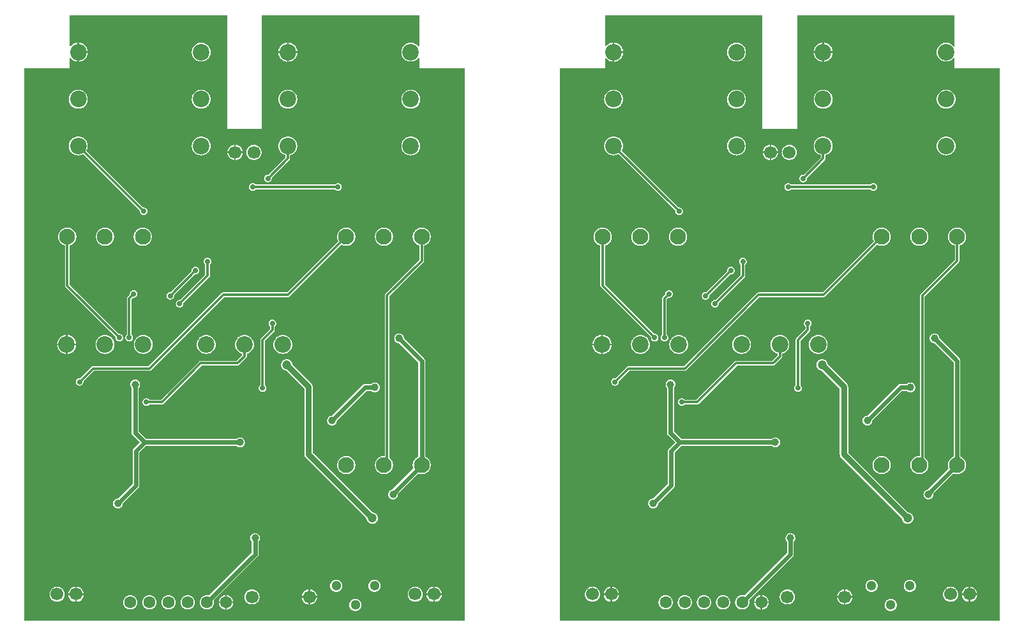
<source format=gbl>
G04 This is an RS-274x file exported by *
G04 gerbv version  *
G04 More information is available about gerbv at *
G04 https://gerbv.github.io/ *
G04 --End of header info--*
%MOIN*%
%FSLAX36Y36*%
%IPPOS*%
G04 --Define apertures--*
%ADD10C,0.0236*%
%ADD11C,0.0118*%
%ADD12C,0.0315*%
%AMMACRO13*
1,1,0.066929,0.000000,0.000000*
%
%ADD13MACRO13*%
%AMMACRO14*
1,1,0.082677,0.000000,0.000000*
%
%ADD14MACRO14*%
%AMMACRO15*
1,1,0.066929,0.000000,0.000000*
%
%ADD15MACRO15*%
%AMMACRO16*
1,1,0.086614,0.000000,0.000000*
%
%ADD16MACRO16*%
%AMMACRO17*
1,1,0.066929,0.000000,0.000000*
%
%ADD17MACRO17*%
%AMMACRO18*
1,1,0.086614,0.000000,0.000000*
%
%ADD18MACRO18*%
%AMMACRO19*
1,1,0.062992,0.000000,0.000000*
%
%ADD19MACRO19*%
%AMMACRO20*
1,1,0.051181,0.000000,0.000000*
%
%ADD20MACRO20*%
%AMMACRO21*
1,1,0.027559,0.000000,0.000000*
%
%ADD21MACRO21*%
%AMMACRO22*
1,1,0.027559,0.000000,0.000000*
%
%ADD22MACRO22*%
%AMMACRO23*
1,1,0.039370,0.000000,0.000000*
%
%ADD23MACRO23*%
%AMMACRO24*
1,1,0.047244,0.000000,0.000000*
%
%ADD24MACRO24*%
G04 --Start main section--*
G36*
G01X2704331Y0366535D02*
G01X2704331Y3255512D01*
G01X2468110Y3255512D01*
G01X2468110Y3307101D01*
G01X2463070Y3309045D01*
G01X2458171Y3303640D01*
G01X2454578Y3300383D01*
G01X2450683Y3297494D01*
G01X2446523Y3295001D01*
G01X2442139Y3292927D01*
G01X2437573Y3291294D01*
G01X2432869Y3290115D01*
G01X2428072Y3289404D01*
G01X2423228Y3289166D01*
G01X2418385Y3289404D01*
G01X2413587Y3290115D01*
G01X2408883Y3291294D01*
G01X2404317Y3292927D01*
G01X2399934Y3295001D01*
G01X2395774Y3297494D01*
G01X2391879Y3300383D01*
G01X2388285Y3303640D01*
G01X2385029Y3307233D01*
G01X2382140Y3311128D01*
G01X2379647Y3315288D01*
G01X2377573Y3319672D01*
G01X2375939Y3324238D01*
G01X2374761Y3328942D01*
G01X2374050Y3333739D01*
G01X2373812Y3338583D01*
G01X2374050Y3343426D01*
G01X2374761Y3348224D01*
G01X2375939Y3352928D01*
G01X2377573Y3357494D01*
G01X2379647Y3361877D01*
G01X2382140Y3366037D01*
G01X2385029Y3369932D01*
G01X2388285Y3373526D01*
G01X2391879Y3376782D01*
G01X2395774Y3379671D01*
G01X2399934Y3382164D01*
G01X2404317Y3384238D01*
G01X2408883Y3385872D01*
G01X2413587Y3387050D01*
G01X2418385Y3387761D01*
G01X2423228Y3387999D01*
G01X2428072Y3387761D01*
G01X2432869Y3387050D01*
G01X2437573Y3385872D01*
G01X2442139Y3384238D01*
G01X2446523Y3382164D01*
G01X2450683Y3379671D01*
G01X2454578Y3376782D01*
G01X2458171Y3373526D01*
G01X2463070Y3368121D01*
G01X2468110Y3370065D01*
G01X2468110Y3531102D01*
G01X1646063Y3531102D01*
G01X1646063Y2936614D01*
G01X1464173Y2936614D01*
G01X1464173Y3531102D01*
G01X0642126Y3531102D01*
G01X0642126Y3371237D01*
G01X0647166Y3369293D01*
G01X0651507Y3374083D01*
G01X0655158Y3377392D01*
G01X0659115Y3380327D01*
G01X0663341Y3382860D01*
G01X0667795Y3384966D01*
G01X0672434Y3386626D01*
G01X0677213Y3387823D01*
G01X0682087Y3388546D01*
G01X0682874Y3388585D01*
G01X0682874Y3288581D01*
G01X0682087Y3288619D01*
G01X0677213Y3289342D01*
G01X0672434Y3290539D01*
G01X0667795Y3292199D01*
G01X0663341Y3294306D01*
G01X0659115Y3296839D01*
G01X0655158Y3299774D01*
G01X0651507Y3303082D01*
G01X0647166Y3307872D01*
G01X0642126Y3305928D01*
G01X0642126Y3255512D01*
G01X0405906Y3255512D01*
G01X0405906Y0366535D01*
G01X2704331Y0366535D01*
G37*
G36*
G01X2704331Y0366535D02*
G37*
%LPC*%
G36*
G01X0737010Y3342717D02*
G01X0691142Y3342717D01*
G01X0691142Y3388585D01*
G01X0691929Y3388546D01*
G01X0696803Y3387823D01*
G01X0701582Y3386626D01*
G01X0706220Y3384966D01*
G01X0710674Y3382860D01*
G01X0714900Y3380327D01*
G01X0718858Y3377392D01*
G01X0722508Y3374083D01*
G01X0725817Y3370433D01*
G01X0728752Y3366475D01*
G01X0731285Y3362249D01*
G01X0733391Y3357795D01*
G01X0735051Y3353157D01*
G01X0736248Y3348377D01*
G01X0736971Y3343504D01*
G01X0737010Y3342717D01*
G37*
G36*
G01X0737010Y3342717D02*
G37*
G36*
G01X1777362Y3342717D02*
G01X1731494Y3342717D01*
G01X1731533Y3343504D01*
G01X1732256Y3348377D01*
G01X1733453Y3353157D01*
G01X1735113Y3357795D01*
G01X1737219Y3362249D01*
G01X1739752Y3366475D01*
G01X1742687Y3370433D01*
G01X1745996Y3374083D01*
G01X1749646Y3377392D01*
G01X1753604Y3380327D01*
G01X1757830Y3382860D01*
G01X1762283Y3384966D01*
G01X1766922Y3386626D01*
G01X1771701Y3387823D01*
G01X1776575Y3388546D01*
G01X1777362Y3388585D01*
G01X1777362Y3342717D01*
G37*
G36*
G01X1777362Y3342717D02*
G37*
G36*
G01X1831498Y3342717D02*
G01X1785630Y3342717D01*
G01X1785630Y3388585D01*
G01X1786417Y3388546D01*
G01X1791291Y3387823D01*
G01X1796070Y3386626D01*
G01X1800709Y3384966D01*
G01X1805163Y3382860D01*
G01X1809388Y3380327D01*
G01X1813346Y3377392D01*
G01X1816996Y3374083D01*
G01X1820305Y3370433D01*
G01X1823240Y3366475D01*
G01X1825773Y3362249D01*
G01X1827880Y3357795D01*
G01X1829539Y3353157D01*
G01X1830736Y3348377D01*
G01X1831459Y3343504D01*
G01X1831498Y3342717D01*
G37*
G36*
G01X1831498Y3342717D02*
G37*
G36*
G01X1328740Y3289166D02*
G01X1323896Y3289404D01*
G01X1319099Y3290115D01*
G01X1314395Y3291294D01*
G01X1309829Y3292927D01*
G01X1305445Y3295001D01*
G01X1301286Y3297494D01*
G01X1297390Y3300383D01*
G01X1293797Y3303640D01*
G01X1290541Y3307233D01*
G01X1287652Y3311128D01*
G01X1285158Y3315288D01*
G01X1283085Y3319672D01*
G01X1281451Y3324238D01*
G01X1280273Y3328942D01*
G01X1279561Y3333739D01*
G01X1279323Y3338583D01*
G01X1279561Y3343426D01*
G01X1280273Y3348224D01*
G01X1281451Y3352928D01*
G01X1283085Y3357494D01*
G01X1285158Y3361877D01*
G01X1287652Y3366037D01*
G01X1290541Y3369932D01*
G01X1293797Y3373526D01*
G01X1297390Y3376782D01*
G01X1301286Y3379671D01*
G01X1305445Y3382164D01*
G01X1309829Y3384238D01*
G01X1314395Y3385872D01*
G01X1319099Y3387050D01*
G01X1323896Y3387761D01*
G01X1328740Y3387999D01*
G01X1333584Y3387761D01*
G01X1338381Y3387050D01*
G01X1343085Y3385872D01*
G01X1347651Y3384238D01*
G01X1352035Y3382164D01*
G01X1356195Y3379671D01*
G01X1360090Y3376782D01*
G01X1363683Y3373526D01*
G01X1366940Y3369932D01*
G01X1369829Y3366037D01*
G01X1372322Y3361877D01*
G01X1374395Y3357494D01*
G01X1376029Y3352928D01*
G01X1377207Y3348224D01*
G01X1377919Y3343426D01*
G01X1378157Y3338583D01*
G01X1377919Y3333739D01*
G01X1377207Y3328942D01*
G01X1376029Y3324238D01*
G01X1374395Y3319672D01*
G01X1372322Y3315288D01*
G01X1369829Y3311128D01*
G01X1366940Y3307233D01*
G01X1363683Y3303640D01*
G01X1360090Y3300383D01*
G01X1356195Y3297494D01*
G01X1352035Y3295001D01*
G01X1347651Y3292927D01*
G01X1343085Y3291294D01*
G01X1338381Y3290115D01*
G01X1333584Y3289404D01*
G01X1328740Y3289166D01*
G37*
G36*
G01X1328740Y3289166D02*
G37*
G36*
G01X1785630Y3288581D02*
G01X1785630Y3334449D01*
G01X1831498Y3334449D01*
G01X1831459Y3333662D01*
G01X1830736Y3328788D01*
G01X1829539Y3324009D01*
G01X1827880Y3319370D01*
G01X1825773Y3314916D01*
G01X1823240Y3310690D01*
G01X1820305Y3306733D01*
G01X1816996Y3303082D01*
G01X1813346Y3299774D01*
G01X1809388Y3296839D01*
G01X1805163Y3294306D01*
G01X1800709Y3292199D01*
G01X1796070Y3290539D01*
G01X1791291Y3289342D01*
G01X1786417Y3288619D01*
G01X1785630Y3288581D01*
G37*
G36*
G01X1785630Y3288581D02*
G37*
G36*
G01X1777362Y3288581D02*
G01X1776575Y3288619D01*
G01X1771701Y3289342D01*
G01X1766922Y3290539D01*
G01X1762283Y3292199D01*
G01X1757830Y3294306D01*
G01X1753604Y3296839D01*
G01X1749646Y3299774D01*
G01X1745996Y3303082D01*
G01X1742687Y3306733D01*
G01X1739752Y3310690D01*
G01X1737219Y3314916D01*
G01X1735113Y3319370D01*
G01X1733453Y3324009D01*
G01X1732256Y3328788D01*
G01X1731533Y3333662D01*
G01X1731494Y3334449D01*
G01X1777362Y3334449D01*
G01X1777362Y3288581D01*
G37*
G36*
G01X1777362Y3288581D02*
G37*
G36*
G01X0691142Y3288581D02*
G01X0691142Y3334449D01*
G01X0737010Y3334449D01*
G01X0736971Y3333662D01*
G01X0736248Y3328788D01*
G01X0735051Y3324009D01*
G01X0733391Y3319370D01*
G01X0731285Y3314916D01*
G01X0728752Y3310690D01*
G01X0725817Y3306733D01*
G01X0722508Y3303082D01*
G01X0718858Y3299774D01*
G01X0714900Y3296839D01*
G01X0710674Y3294306D01*
G01X0706220Y3292199D01*
G01X0701582Y3290539D01*
G01X0696803Y3289342D01*
G01X0691929Y3288619D01*
G01X0691142Y3288581D01*
G37*
G36*
G01X0691142Y3288581D02*
G37*
G36*
G01X0687008Y3043103D02*
G01X0682164Y3043341D01*
G01X0677367Y3044052D01*
G01X0672663Y3045231D01*
G01X0668097Y3046864D01*
G01X0663713Y3048938D01*
G01X0659553Y3051431D01*
G01X0655658Y3054320D01*
G01X0652065Y3057577D01*
G01X0648808Y3061170D01*
G01X0645919Y3065065D01*
G01X0643426Y3069225D01*
G01X0641353Y3073609D01*
G01X0639719Y3078175D01*
G01X0638541Y3082879D01*
G01X0637829Y3087676D01*
G01X0637591Y3092520D01*
G01X0637829Y3097363D01*
G01X0638541Y3102161D01*
G01X0639719Y3106865D01*
G01X0641353Y3111431D01*
G01X0643426Y3115814D01*
G01X0645919Y3119974D01*
G01X0648808Y3123869D01*
G01X0652065Y3127463D01*
G01X0655658Y3130719D01*
G01X0659553Y3133608D01*
G01X0663713Y3136101D01*
G01X0668097Y3138175D01*
G01X0672663Y3139809D01*
G01X0677367Y3140987D01*
G01X0682164Y3141699D01*
G01X0687008Y3141936D01*
G01X0691852Y3141699D01*
G01X0696649Y3140987D01*
G01X0701353Y3139809D01*
G01X0705919Y3138175D01*
G01X0710303Y3136101D01*
G01X0714462Y3133608D01*
G01X0718358Y3130719D01*
G01X0721951Y3127463D01*
G01X0725207Y3123869D01*
G01X0728096Y3119974D01*
G01X0730590Y3115814D01*
G01X0732663Y3111431D01*
G01X0734297Y3106865D01*
G01X0735475Y3102161D01*
G01X0736187Y3097363D01*
G01X0736425Y3092520D01*
G01X0736187Y3087676D01*
G01X0735475Y3082879D01*
G01X0734297Y3078175D01*
G01X0732663Y3073609D01*
G01X0730590Y3069225D01*
G01X0728096Y3065065D01*
G01X0725207Y3061170D01*
G01X0721951Y3057577D01*
G01X0718358Y3054320D01*
G01X0714462Y3051431D01*
G01X0710303Y3048938D01*
G01X0705919Y3046864D01*
G01X0701353Y3045231D01*
G01X0696649Y3044052D01*
G01X0691852Y3043341D01*
G01X0687008Y3043103D01*
G37*
G36*
G01X0687008Y3043103D02*
G37*
G36*
G01X1328740Y3043103D02*
G01X1323896Y3043341D01*
G01X1319099Y3044052D01*
G01X1314395Y3045231D01*
G01X1309829Y3046864D01*
G01X1305445Y3048938D01*
G01X1301286Y3051431D01*
G01X1297390Y3054320D01*
G01X1293797Y3057577D01*
G01X1290541Y3061170D01*
G01X1287652Y3065065D01*
G01X1285158Y3069225D01*
G01X1283085Y3073609D01*
G01X1281451Y3078175D01*
G01X1280273Y3082879D01*
G01X1279561Y3087676D01*
G01X1279323Y3092520D01*
G01X1279561Y3097363D01*
G01X1280273Y3102161D01*
G01X1281451Y3106865D01*
G01X1283085Y3111431D01*
G01X1285158Y3115814D01*
G01X1287652Y3119974D01*
G01X1290541Y3123869D01*
G01X1293797Y3127463D01*
G01X1297390Y3130719D01*
G01X1301286Y3133608D01*
G01X1305445Y3136101D01*
G01X1309829Y3138175D01*
G01X1314395Y3139809D01*
G01X1319099Y3140987D01*
G01X1323896Y3141699D01*
G01X1328740Y3141936D01*
G01X1333584Y3141699D01*
G01X1338381Y3140987D01*
G01X1343085Y3139809D01*
G01X1347651Y3138175D01*
G01X1352035Y3136101D01*
G01X1356195Y3133608D01*
G01X1360090Y3130719D01*
G01X1363683Y3127463D01*
G01X1366940Y3123869D01*
G01X1369829Y3119974D01*
G01X1372322Y3115814D01*
G01X1374395Y3111431D01*
G01X1376029Y3106865D01*
G01X1377207Y3102161D01*
G01X1377919Y3097363D01*
G01X1378157Y3092520D01*
G01X1377919Y3087676D01*
G01X1377207Y3082879D01*
G01X1376029Y3078175D01*
G01X1374395Y3073609D01*
G01X1372322Y3069225D01*
G01X1369829Y3065065D01*
G01X1366940Y3061170D01*
G01X1363683Y3057577D01*
G01X1360090Y3054320D01*
G01X1356195Y3051431D01*
G01X1352035Y3048938D01*
G01X1347651Y3046864D01*
G01X1343085Y3045231D01*
G01X1338381Y3044052D01*
G01X1333584Y3043341D01*
G01X1328740Y3043103D01*
G37*
G36*
G01X1328740Y3043103D02*
G37*
G36*
G01X1781496Y3043103D02*
G01X1776652Y3043341D01*
G01X1771855Y3044052D01*
G01X1767151Y3045231D01*
G01X1762585Y3046864D01*
G01X1758201Y3048938D01*
G01X1754041Y3051431D01*
G01X1750146Y3054320D01*
G01X1746553Y3057577D01*
G01X1743296Y3061170D01*
G01X1740408Y3065065D01*
G01X1737914Y3069225D01*
G01X1735841Y3073609D01*
G01X1734207Y3078175D01*
G01X1733029Y3082879D01*
G01X1732317Y3087676D01*
G01X1732079Y3092520D01*
G01X1732317Y3097363D01*
G01X1733029Y3102161D01*
G01X1734207Y3106865D01*
G01X1735841Y3111431D01*
G01X1737914Y3115814D01*
G01X1740408Y3119974D01*
G01X1743296Y3123869D01*
G01X1746553Y3127463D01*
G01X1750146Y3130719D01*
G01X1754041Y3133608D01*
G01X1758201Y3136101D01*
G01X1762585Y3138175D01*
G01X1767151Y3139809D01*
G01X1771855Y3140987D01*
G01X1776652Y3141699D01*
G01X1781496Y3141936D01*
G01X1786340Y3141699D01*
G01X1791137Y3140987D01*
G01X1795841Y3139809D01*
G01X1800407Y3138175D01*
G01X1804791Y3136101D01*
G01X1808951Y3133608D01*
G01X1812846Y3130719D01*
G01X1816439Y3127463D01*
G01X1819696Y3123869D01*
G01X1822585Y3119974D01*
G01X1825078Y3115814D01*
G01X1827151Y3111431D01*
G01X1828785Y3106865D01*
G01X1829963Y3102161D01*
G01X1830675Y3097363D01*
G01X1830913Y3092520D01*
G01X1830675Y3087676D01*
G01X1829963Y3082879D01*
G01X1828785Y3078175D01*
G01X1827151Y3073609D01*
G01X1825078Y3069225D01*
G01X1822585Y3065065D01*
G01X1819696Y3061170D01*
G01X1816439Y3057577D01*
G01X1812846Y3054320D01*
G01X1808951Y3051431D01*
G01X1804791Y3048938D01*
G01X1800407Y3046864D01*
G01X1795841Y3045231D01*
G01X1791137Y3044052D01*
G01X1786340Y3043341D01*
G01X1781496Y3043103D01*
G37*
G36*
G01X1781496Y3043103D02*
G37*
G36*
G01X2423228Y3043103D02*
G01X2418385Y3043341D01*
G01X2413587Y3044052D01*
G01X2408883Y3045231D01*
G01X2404317Y3046864D01*
G01X2399934Y3048938D01*
G01X2395774Y3051431D01*
G01X2391879Y3054320D01*
G01X2388285Y3057577D01*
G01X2385029Y3061170D01*
G01X2382140Y3065065D01*
G01X2379647Y3069225D01*
G01X2377573Y3073609D01*
G01X2375939Y3078175D01*
G01X2374761Y3082879D01*
G01X2374050Y3087676D01*
G01X2373812Y3092520D01*
G01X2374050Y3097363D01*
G01X2374761Y3102161D01*
G01X2375939Y3106865D01*
G01X2377573Y3111431D01*
G01X2379647Y3115814D01*
G01X2382140Y3119974D01*
G01X2385029Y3123869D01*
G01X2388285Y3127463D01*
G01X2391879Y3130719D01*
G01X2395774Y3133608D01*
G01X2399934Y3136101D01*
G01X2404317Y3138175D01*
G01X2408883Y3139809D01*
G01X2413587Y3140987D01*
G01X2418385Y3141699D01*
G01X2423228Y3141936D01*
G01X2428072Y3141699D01*
G01X2432869Y3140987D01*
G01X2437573Y3139809D01*
G01X2442139Y3138175D01*
G01X2446523Y3136101D01*
G01X2450683Y3133608D01*
G01X2454578Y3130719D01*
G01X2458171Y3127463D01*
G01X2461428Y3123869D01*
G01X2464317Y3119974D01*
G01X2466810Y3115814D01*
G01X2468884Y3111431D01*
G01X2470517Y3106865D01*
G01X2471696Y3102161D01*
G01X2472407Y3097363D01*
G01X2472645Y3092520D01*
G01X2472407Y3087676D01*
G01X2471696Y3082879D01*
G01X2470517Y3078175D01*
G01X2468884Y3073609D01*
G01X2466810Y3069225D01*
G01X2464317Y3065065D01*
G01X2461428Y3061170D01*
G01X2458171Y3057577D01*
G01X2454578Y3054320D01*
G01X2450683Y3051431D01*
G01X2446523Y3048938D01*
G01X2442139Y3046864D01*
G01X2437573Y3045231D01*
G01X2432869Y3044052D01*
G01X2428072Y3043341D01*
G01X2423228Y3043103D01*
G37*
G36*
G01X2423228Y3043103D02*
G37*
G36*
G01X1029134Y2486804D02*
G01X1027184Y2486899D01*
G01X1025254Y2487186D01*
G01X1023360Y2487660D01*
G01X1021523Y2488318D01*
G01X1019758Y2489152D01*
G01X1018084Y2490156D01*
G01X1016516Y2491318D01*
G01X1015070Y2492629D01*
G01X1013759Y2494075D01*
G01X1012597Y2495643D01*
G01X1011593Y2497317D01*
G01X1010759Y2499082D01*
G01X1010101Y2500919D01*
G01X1009627Y2502813D01*
G01X1009340Y2504743D01*
G01X1009245Y2506693D01*
G01X1009380Y2509452D01*
G01X0712573Y2805917D01*
G01X0705919Y2802770D01*
G01X0701353Y2801136D01*
G01X0696649Y2799958D01*
G01X0691852Y2799246D01*
G01X0687008Y2799008D01*
G01X0682164Y2799246D01*
G01X0677367Y2799958D01*
G01X0672663Y2801136D01*
G01X0668097Y2802770D01*
G01X0663713Y2804843D01*
G01X0659553Y2807337D01*
G01X0655658Y2810226D01*
G01X0652065Y2813482D01*
G01X0648808Y2817075D01*
G01X0645919Y2820971D01*
G01X0643426Y2825131D01*
G01X0641353Y2829514D01*
G01X0639719Y2834080D01*
G01X0638541Y2838784D01*
G01X0637829Y2843581D01*
G01X0637591Y2848425D01*
G01X0637829Y2853269D01*
G01X0638541Y2858066D01*
G01X0639719Y2862770D01*
G01X0641353Y2867336D01*
G01X0643426Y2871720D01*
G01X0645919Y2875880D01*
G01X0648808Y2879775D01*
G01X0652065Y2883368D01*
G01X0655658Y2886625D01*
G01X0659553Y2889514D01*
G01X0663713Y2892007D01*
G01X0668097Y2894080D01*
G01X0672663Y2895714D01*
G01X0677367Y2896892D01*
G01X0682164Y2897604D01*
G01X0687008Y2897842D01*
G01X0691852Y2897604D01*
G01X0696649Y2896892D01*
G01X0701353Y2895714D01*
G01X0705919Y2894080D01*
G01X0710303Y2892007D01*
G01X0714462Y2889514D01*
G01X0718358Y2886625D01*
G01X0721951Y2883368D01*
G01X0725207Y2879775D01*
G01X0728096Y2875880D01*
G01X0730590Y2871720D01*
G01X0732663Y2867336D01*
G01X0734297Y2862770D01*
G01X0735475Y2858066D01*
G01X0736187Y2853269D01*
G01X0736425Y2848425D01*
G01X0736187Y2843581D01*
G01X0735475Y2838784D01*
G01X0734297Y2834080D01*
G01X0732663Y2829514D01*
G01X0729541Y2822913D01*
G01X1026350Y2526445D01*
G01X1029134Y2526582D01*
G01X1031083Y2526486D01*
G01X1033014Y2526200D01*
G01X1034907Y2525726D01*
G01X1036745Y2525068D01*
G01X1038509Y2524234D01*
G01X1040184Y2523230D01*
G01X1041751Y2522067D01*
G01X1043198Y2520757D01*
G01X1044508Y2519311D01*
G01X1045671Y2517743D01*
G01X1046675Y2516069D01*
G01X1047509Y2514304D01*
G01X1048167Y2512466D01*
G01X1048641Y2510573D01*
G01X1048927Y2508642D01*
G01X1049023Y2506693D01*
G01X1048927Y2504743D01*
G01X1048641Y2502813D01*
G01X1048167Y2500919D01*
G01X1047509Y2499082D01*
G01X1046675Y2497317D01*
G01X1045671Y2495643D01*
G01X1044508Y2494075D01*
G01X1043198Y2492629D01*
G01X1041751Y2491318D01*
G01X1040184Y2490156D01*
G01X1038509Y2489152D01*
G01X1036745Y2488318D01*
G01X1034907Y2487660D01*
G01X1033014Y2487186D01*
G01X1031083Y2486899D01*
G01X1029134Y2486804D01*
G37*
G36*
G01X1029134Y2486804D02*
G37*
G36*
G01X1328740Y2799008D02*
G01X1323896Y2799246D01*
G01X1319099Y2799958D01*
G01X1314395Y2801136D01*
G01X1309829Y2802770D01*
G01X1305445Y2804843D01*
G01X1301286Y2807337D01*
G01X1297390Y2810226D01*
G01X1293797Y2813482D01*
G01X1290541Y2817075D01*
G01X1287652Y2820971D01*
G01X1285158Y2825131D01*
G01X1283085Y2829514D01*
G01X1281451Y2834080D01*
G01X1280273Y2838784D01*
G01X1279561Y2843581D01*
G01X1279323Y2848425D01*
G01X1279561Y2853269D01*
G01X1280273Y2858066D01*
G01X1281451Y2862770D01*
G01X1283085Y2867336D01*
G01X1285158Y2871720D01*
G01X1287652Y2875880D01*
G01X1290541Y2879775D01*
G01X1293797Y2883368D01*
G01X1297390Y2886625D01*
G01X1301286Y2889514D01*
G01X1305445Y2892007D01*
G01X1309829Y2894080D01*
G01X1314395Y2895714D01*
G01X1319099Y2896892D01*
G01X1323896Y2897604D01*
G01X1328740Y2897842D01*
G01X1333584Y2897604D01*
G01X1338381Y2896892D01*
G01X1343085Y2895714D01*
G01X1347651Y2894080D01*
G01X1352035Y2892007D01*
G01X1356195Y2889514D01*
G01X1360090Y2886625D01*
G01X1363683Y2883368D01*
G01X1366940Y2879775D01*
G01X1369829Y2875880D01*
G01X1372322Y2871720D01*
G01X1374395Y2867336D01*
G01X1376029Y2862770D01*
G01X1377207Y2858066D01*
G01X1377919Y2853269D01*
G01X1378157Y2848425D01*
G01X1377919Y2843581D01*
G01X1377207Y2838784D01*
G01X1376029Y2834080D01*
G01X1374395Y2829514D01*
G01X1372322Y2825131D01*
G01X1369829Y2820971D01*
G01X1366940Y2817075D01*
G01X1363683Y2813482D01*
G01X1360090Y2810226D01*
G01X1356195Y2807337D01*
G01X1352035Y2804843D01*
G01X1347651Y2802770D01*
G01X1343085Y2801136D01*
G01X1338381Y2799958D01*
G01X1333584Y2799246D01*
G01X1328740Y2799008D01*
G37*
G36*
G01X1328740Y2799008D02*
G37*
G36*
G01X1677165Y2658457D02*
G01X1675216Y2658553D01*
G01X1673285Y2658839D01*
G01X1671392Y2659314D01*
G01X1669554Y2659971D01*
G01X1667790Y2660806D01*
G01X1666116Y2661809D01*
G01X1664548Y2662972D01*
G01X1663102Y2664283D01*
G01X1661791Y2665729D01*
G01X1660628Y2667297D01*
G01X1659625Y2668971D01*
G01X1658790Y2670735D01*
G01X1658133Y2672573D01*
G01X1657658Y2674466D01*
G01X1657372Y2676397D01*
G01X1657276Y2678346D01*
G01X1657372Y2680296D01*
G01X1657658Y2682226D01*
G01X1658133Y2684120D01*
G01X1658790Y2685958D01*
G01X1659625Y2687722D01*
G01X1660628Y2689396D01*
G01X1661791Y2690964D01*
G01X1663102Y2692410D01*
G01X1664548Y2693721D01*
G01X1666116Y2694884D01*
G01X1667790Y2695887D01*
G01X1669554Y2696722D01*
G01X1671392Y2697379D01*
G01X1673285Y2697854D01*
G01X1675216Y2698140D01*
G01X1677165Y2698236D01*
G01X1679937Y2698099D01*
G01X1769488Y2787651D01*
G01X1769488Y2800300D01*
G01X1762585Y2802770D01*
G01X1758201Y2804843D01*
G01X1754041Y2807337D01*
G01X1750146Y2810226D01*
G01X1746553Y2813482D01*
G01X1743296Y2817075D01*
G01X1740408Y2820971D01*
G01X1737914Y2825131D01*
G01X1735841Y2829514D01*
G01X1734207Y2834080D01*
G01X1733029Y2838784D01*
G01X1732317Y2843581D01*
G01X1732079Y2848425D01*
G01X1732317Y2853269D01*
G01X1733029Y2858066D01*
G01X1734207Y2862770D01*
G01X1735841Y2867336D01*
G01X1737914Y2871720D01*
G01X1740408Y2875880D01*
G01X1743296Y2879775D01*
G01X1746553Y2883368D01*
G01X1750146Y2886625D01*
G01X1754041Y2889514D01*
G01X1758201Y2892007D01*
G01X1762585Y2894080D01*
G01X1767151Y2895714D01*
G01X1771855Y2896892D01*
G01X1776652Y2897604D01*
G01X1781496Y2897842D01*
G01X1786340Y2897604D01*
G01X1791137Y2896892D01*
G01X1795841Y2895714D01*
G01X1800407Y2894080D01*
G01X1804791Y2892007D01*
G01X1808951Y2889514D01*
G01X1812846Y2886625D01*
G01X1816439Y2883368D01*
G01X1819696Y2879775D01*
G01X1822585Y2875880D01*
G01X1825078Y2871720D01*
G01X1827151Y2867336D01*
G01X1828785Y2862770D01*
G01X1829963Y2858066D01*
G01X1830675Y2853269D01*
G01X1830913Y2848425D01*
G01X1830675Y2843581D01*
G01X1829963Y2838784D01*
G01X1828785Y2834080D01*
G01X1827151Y2829514D01*
G01X1825078Y2825131D01*
G01X1822585Y2820971D01*
G01X1819696Y2817075D01*
G01X1816439Y2813482D01*
G01X1812846Y2810226D01*
G01X1808951Y2807337D01*
G01X1804791Y2804843D01*
G01X1800407Y2802770D01*
G01X1793504Y2800300D01*
G01X1793504Y2782377D01*
G01X1793302Y2780329D01*
G01X1792617Y2778071D01*
G01X1791505Y2775990D01*
G01X1790023Y2774183D01*
G01X1789791Y2773990D01*
G01X1696918Y2681118D01*
G01X1697055Y2678346D01*
G01X1696959Y2676397D01*
G01X1696672Y2674466D01*
G01X1696198Y2672573D01*
G01X1695541Y2670735D01*
G01X1694706Y2668971D01*
G01X1693703Y2667297D01*
G01X1692540Y2665729D01*
G01X1691229Y2664283D01*
G01X1689783Y2662972D01*
G01X1688215Y2661809D01*
G01X1686541Y2660806D01*
G01X1684777Y2659971D01*
G01X1682939Y2659314D01*
G01X1681045Y2658839D01*
G01X1679115Y2658553D01*
G01X1677165Y2658457D01*
G37*
G36*
G01X1677165Y2658457D02*
G37*
G36*
G01X2423228Y2799008D02*
G01X2418385Y2799246D01*
G01X2413587Y2799958D01*
G01X2408883Y2801136D01*
G01X2404317Y2802770D01*
G01X2399934Y2804843D01*
G01X2395774Y2807337D01*
G01X2391879Y2810226D01*
G01X2388285Y2813482D01*
G01X2385029Y2817075D01*
G01X2382140Y2820971D01*
G01X2379647Y2825131D01*
G01X2377573Y2829514D01*
G01X2375939Y2834080D01*
G01X2374761Y2838784D01*
G01X2374050Y2843581D01*
G01X2373812Y2848425D01*
G01X2374050Y2853269D01*
G01X2374761Y2858066D01*
G01X2375939Y2862770D01*
G01X2377573Y2867336D01*
G01X2379647Y2871720D01*
G01X2382140Y2875880D01*
G01X2385029Y2879775D01*
G01X2388285Y2883368D01*
G01X2391879Y2886625D01*
G01X2395774Y2889514D01*
G01X2399934Y2892007D01*
G01X2404317Y2894080D01*
G01X2408883Y2895714D01*
G01X2413587Y2896892D01*
G01X2418385Y2897604D01*
G01X2423228Y2897842D01*
G01X2428072Y2897604D01*
G01X2432869Y2896892D01*
G01X2437573Y2895714D01*
G01X2442139Y2894080D01*
G01X2446523Y2892007D01*
G01X2450683Y2889514D01*
G01X2454578Y2886625D01*
G01X2458171Y2883368D01*
G01X2461428Y2879775D01*
G01X2464317Y2875880D01*
G01X2466810Y2871720D01*
G01X2468884Y2867336D01*
G01X2470517Y2862770D01*
G01X2471696Y2858066D01*
G01X2472407Y2853269D01*
G01X2472645Y2848425D01*
G01X2472407Y2843581D01*
G01X2471696Y2838784D01*
G01X2470517Y2834080D01*
G01X2468884Y2829514D01*
G01X2466810Y2825131D01*
G01X2464317Y2820971D01*
G01X2461428Y2817075D01*
G01X2458171Y2813482D01*
G01X2454578Y2810226D01*
G01X2450683Y2807337D01*
G01X2446523Y2804843D01*
G01X2442139Y2802770D01*
G01X2437573Y2801136D01*
G01X2432869Y2799958D01*
G01X2428072Y2799246D01*
G01X2423228Y2799008D01*
G37*
G36*
G01X2423228Y2799008D02*
G37*
G36*
G01X1501772Y2819094D02*
G01X1465764Y2819094D01*
G01X1466319Y2822835D01*
G01X1467281Y2826677D01*
G01X1468615Y2830407D01*
G01X1470309Y2833987D01*
G01X1472345Y2837385D01*
G01X1474705Y2840566D01*
G01X1477365Y2843501D01*
G01X1480300Y2846161D01*
G01X1483481Y2848521D01*
G01X1486879Y2850557D01*
G01X1490460Y2852251D01*
G01X1494189Y2853585D01*
G01X1498031Y2854548D01*
G01X1501772Y2855103D01*
G01X1501772Y2819094D01*
G37*
G36*
G01X1501772Y2819094D02*
G37*
G36*
G01X1546047Y2819094D02*
G01X1510039Y2819094D01*
G01X1510039Y2855103D01*
G01X1513780Y2854548D01*
G01X1517622Y2853585D01*
G01X1521351Y2852251D01*
G01X1524932Y2850557D01*
G01X1528330Y2848521D01*
G01X1531511Y2846161D01*
G01X1534446Y2843501D01*
G01X1537106Y2840566D01*
G01X1539466Y2837385D01*
G01X1541502Y2833987D01*
G01X1543196Y2830407D01*
G01X1544530Y2826677D01*
G01X1545493Y2822835D01*
G01X1546047Y2819094D01*
G37*
G36*
G01X1546047Y2819094D02*
G37*
G36*
G01X1604331Y2775386D02*
G01X1600452Y2775577D01*
G01X1596610Y2776147D01*
G01X1592843Y2777090D01*
G01X1589186Y2778399D01*
G01X1585676Y2780059D01*
G01X1582345Y2782056D01*
G01X1579225Y2784369D01*
G01X1576347Y2786977D01*
G01X1573739Y2789855D01*
G01X1571426Y2792975D01*
G01X1569429Y2796306D01*
G01X1567769Y2799816D01*
G01X1566461Y2803473D01*
G01X1565517Y2807240D01*
G01X1564947Y2811082D01*
G01X1564756Y2814961D01*
G01X1564947Y2818840D01*
G01X1565517Y2822681D01*
G01X1566461Y2826449D01*
G01X1567769Y2830105D01*
G01X1569429Y2833616D01*
G01X1571426Y2836947D01*
G01X1573739Y2840066D01*
G01X1576347Y2842944D01*
G01X1579225Y2845552D01*
G01X1582345Y2847866D01*
G01X1585676Y2849862D01*
G01X1589186Y2851522D01*
G01X1592843Y2852831D01*
G01X1596610Y2853774D01*
G01X1600452Y2854344D01*
G01X1604331Y2854535D01*
G01X1608210Y2854344D01*
G01X1612051Y2853774D01*
G01X1615819Y2852831D01*
G01X1619475Y2851522D01*
G01X1622986Y2849862D01*
G01X1626317Y2847866D01*
G01X1629436Y2845552D01*
G01X1632314Y2842944D01*
G01X1634922Y2840066D01*
G01X1637236Y2836947D01*
G01X1639232Y2833616D01*
G01X1640893Y2830105D01*
G01X1642201Y2826449D01*
G01X1643145Y2822681D01*
G01X1643714Y2818840D01*
G01X1643905Y2814961D01*
G01X1643714Y2811082D01*
G01X1643145Y2807240D01*
G01X1642201Y2803473D01*
G01X1640893Y2799816D01*
G01X1639232Y2796306D01*
G01X1637236Y2792975D01*
G01X1634922Y2789855D01*
G01X1632314Y2786977D01*
G01X1629436Y2784369D01*
G01X1626317Y2782056D01*
G01X1622986Y2780059D01*
G01X1619475Y2778399D01*
G01X1615819Y2777090D01*
G01X1612051Y2776147D01*
G01X1608210Y2775577D01*
G01X1604331Y2775386D01*
G37*
G36*
G01X1604331Y2775386D02*
G37*
G36*
G01X1510039Y2774819D02*
G01X1510039Y2810827D01*
G01X1546047Y2810827D01*
G01X1545493Y2807086D01*
G01X1544530Y2803244D01*
G01X1543196Y2799515D01*
G01X1541502Y2795934D01*
G01X1539466Y2792536D01*
G01X1537106Y2789355D01*
G01X1534446Y2786420D01*
G01X1531511Y2783760D01*
G01X1528330Y2781400D01*
G01X1524932Y2779364D01*
G01X1521351Y2777670D01*
G01X1517622Y2776336D01*
G01X1513780Y2775374D01*
G01X1510039Y2774819D01*
G37*
G36*
G01X1510039Y2774819D02*
G37*
G36*
G01X1501772Y2774819D02*
G01X1498031Y2775374D01*
G01X1494189Y2776336D01*
G01X1490460Y2777670D01*
G01X1486879Y2779364D01*
G01X1483481Y2781400D01*
G01X1480300Y2783760D01*
G01X1477365Y2786420D01*
G01X1474705Y2789355D01*
G01X1472345Y2792536D01*
G01X1470309Y2795934D01*
G01X1468615Y2799515D01*
G01X1467281Y2803244D01*
G01X1466319Y2807086D01*
G01X1465764Y2810827D01*
G01X1501772Y2810827D01*
G01X1501772Y2774819D01*
G37*
G36*
G01X1501772Y2774819D02*
G37*
G36*
G01X2043307Y2613969D02*
G01X2041358Y2614065D01*
G01X2039427Y2614351D01*
G01X2037534Y2614825D01*
G01X2035696Y2615483D01*
G01X2033931Y2616317D01*
G01X2032257Y2617321D01*
G01X2030689Y2618484D01*
G01X2029243Y2619794D01*
G01X2027380Y2621850D01*
G01X1614352Y2621850D01*
G01X1612489Y2619794D01*
G01X1611043Y2618484D01*
G01X1609475Y2617321D01*
G01X1607801Y2616317D01*
G01X1606036Y2615483D01*
G01X1604199Y2614825D01*
G01X1602305Y2614351D01*
G01X1600375Y2614065D01*
G01X1598425Y2613969D01*
G01X1596476Y2614065D01*
G01X1594545Y2614351D01*
G01X1592652Y2614825D01*
G01X1590814Y2615483D01*
G01X1589050Y2616317D01*
G01X1587375Y2617321D01*
G01X1585808Y2618484D01*
G01X1584361Y2619794D01*
G01X1583051Y2621241D01*
G01X1581888Y2622808D01*
G01X1580884Y2624483D01*
G01X1580050Y2626247D01*
G01X1579392Y2628085D01*
G01X1578918Y2629978D01*
G01X1578632Y2631909D01*
G01X1578536Y2633858D01*
G01X1578632Y2635808D01*
G01X1578918Y2637738D01*
G01X1579392Y2639632D01*
G01X1580050Y2641470D01*
G01X1580884Y2643234D01*
G01X1581888Y2644908D01*
G01X1583051Y2646476D01*
G01X1584361Y2647922D01*
G01X1585808Y2649233D01*
G01X1587375Y2650396D01*
G01X1589050Y2651399D01*
G01X1590814Y2652234D01*
G01X1592652Y2652891D01*
G01X1594545Y2653365D01*
G01X1596476Y2653652D01*
G01X1598425Y2653748D01*
G01X1600375Y2653652D01*
G01X1602305Y2653365D01*
G01X1604199Y2652891D01*
G01X1606036Y2652234D01*
G01X1607801Y2651399D01*
G01X1609475Y2650396D01*
G01X1611043Y2649233D01*
G01X1612489Y2647922D01*
G01X1614352Y2645866D01*
G01X2027380Y2645866D01*
G01X2029243Y2647922D01*
G01X2030689Y2649233D01*
G01X2032257Y2650396D01*
G01X2033931Y2651399D01*
G01X2035696Y2652234D01*
G01X2037534Y2652891D01*
G01X2039427Y2653365D01*
G01X2041358Y2653652D01*
G01X2043307Y2653748D01*
G01X2045257Y2653652D01*
G01X2047187Y2653365D01*
G01X2049081Y2652891D01*
G01X2050918Y2652234D01*
G01X2052683Y2651399D01*
G01X2054357Y2650396D01*
G01X2055925Y2649233D01*
G01X2057371Y2647922D01*
G01X2058682Y2646476D01*
G01X2059844Y2644908D01*
G01X2060848Y2643234D01*
G01X2061682Y2641470D01*
G01X2062340Y2639632D01*
G01X2062814Y2637738D01*
G01X2063101Y2635808D01*
G01X2063196Y2633858D01*
G01X2063101Y2631909D01*
G01X2062814Y2629978D01*
G01X2062340Y2628085D01*
G01X2061682Y2626247D01*
G01X2060848Y2624483D01*
G01X2059844Y2622808D01*
G01X2058682Y2621241D01*
G01X2057371Y2619794D01*
G01X2055925Y2618484D01*
G01X2054357Y2617321D01*
G01X2052683Y2616317D01*
G01X2050918Y2615483D01*
G01X2049081Y2614825D01*
G01X2047187Y2614351D01*
G01X2045257Y2614065D01*
G01X2043307Y2613969D01*
G37*
G36*
G01X2043307Y2613969D02*
G37*
G36*
G01X0901575Y1826567D02*
G01X0899625Y1826663D01*
G01X0897695Y1826950D01*
G01X0895801Y1827424D01*
G01X0893964Y1828081D01*
G01X0892199Y1828916D01*
G01X0890525Y1829919D01*
G01X0888957Y1831082D01*
G01X0887511Y1832393D01*
G01X0886200Y1833839D01*
G01X0885037Y1835407D01*
G01X0884034Y1837081D01*
G01X0883200Y1838845D01*
G01X0882542Y1840683D01*
G01X0882068Y1842577D01*
G01X0881781Y1844507D01*
G01X0881686Y1846457D01*
G01X0881822Y1849228D01*
G01X0621646Y2109404D01*
G01X0621412Y2109595D01*
G01X0619912Y2111423D01*
G01X0618800Y2113504D01*
G01X0618115Y2115762D01*
G01X0617913Y2117811D01*
G01X0617913Y2327979D01*
G01X0611764Y2330179D01*
G01X0607554Y2332170D01*
G01X0603560Y2334564D01*
G01X0599821Y2337338D01*
G01X0596370Y2340465D01*
G01X0593243Y2343915D01*
G01X0590470Y2347655D01*
G01X0588076Y2351649D01*
G01X0586085Y2355858D01*
G01X0584516Y2360242D01*
G01X0583385Y2364759D01*
G01X0582701Y2369365D01*
G01X0582473Y2374016D01*
G01X0582701Y2378666D01*
G01X0583385Y2383273D01*
G01X0584516Y2387789D01*
G01X0586085Y2392173D01*
G01X0588076Y2396383D01*
G01X0590470Y2400377D01*
G01X0593243Y2404116D01*
G01X0596370Y2407567D01*
G01X0599821Y2410694D01*
G01X0603560Y2413467D01*
G01X0607554Y2415861D01*
G01X0611764Y2417852D01*
G01X0616148Y2419421D01*
G01X0620664Y2420552D01*
G01X0625271Y2421236D01*
G01X0629921Y2421464D01*
G01X0634572Y2421236D01*
G01X0639178Y2420552D01*
G01X0643695Y2419421D01*
G01X0648079Y2417852D01*
G01X0652288Y2415861D01*
G01X0656282Y2413467D01*
G01X0660022Y2410694D01*
G01X0663472Y2407567D01*
G01X0666599Y2404116D01*
G01X0669373Y2400377D01*
G01X0671767Y2396383D01*
G01X0673758Y2392173D01*
G01X0675326Y2387789D01*
G01X0676458Y2383273D01*
G01X0677141Y2378666D01*
G01X0677370Y2374016D01*
G01X0677141Y2369365D01*
G01X0676458Y2364759D01*
G01X0675326Y2360242D01*
G01X0673758Y2355858D01*
G01X0671767Y2351649D01*
G01X0669373Y2347655D01*
G01X0666599Y2343915D01*
G01X0663472Y2340465D01*
G01X0660022Y2337338D01*
G01X0656282Y2334564D01*
G01X0652288Y2332170D01*
G01X0648079Y2330179D01*
G01X0641929Y2327979D01*
G01X0641929Y2123084D01*
G01X0898803Y1866210D01*
G01X0901575Y1866346D01*
G01X0903524Y1866250D01*
G01X0905455Y1865964D01*
G01X0907348Y1865490D01*
G01X0909186Y1864832D01*
G01X0910950Y1863997D01*
G01X0912625Y1862994D01*
G01X0914192Y1861831D01*
G01X0915639Y1860521D01*
G01X0916949Y1859074D01*
G01X0918112Y1857506D01*
G01X0919116Y1855832D01*
G01X0919950Y1854068D01*
G01X0920608Y1852230D01*
G01X0921082Y1850337D01*
G01X0921368Y1848406D01*
G01X0921464Y1846457D01*
G01X0921368Y1844507D01*
G01X0921082Y1842577D01*
G01X0920608Y1840683D01*
G01X0919950Y1838845D01*
G01X0919116Y1837081D01*
G01X0918112Y1835407D01*
G01X0916949Y1833839D01*
G01X0915639Y1832393D01*
G01X0914192Y1831082D01*
G01X0912625Y1829919D01*
G01X0910950Y1828916D01*
G01X0909186Y1828081D01*
G01X0907348Y1827424D01*
G01X0905455Y1826950D01*
G01X0903524Y1826663D01*
G01X0901575Y1826567D01*
G37*
G36*
G01X0901575Y1826567D02*
G37*
G36*
G01X0826772Y2326567D02*
G01X0822121Y2326796D01*
G01X0817515Y2327479D01*
G01X0812998Y2328611D01*
G01X0808614Y2330179D01*
G01X0804405Y2332170D01*
G01X0800411Y2334564D01*
G01X0796671Y2337338D01*
G01X0793221Y2340465D01*
G01X0790093Y2343915D01*
G01X0787320Y2347655D01*
G01X0784926Y2351649D01*
G01X0782935Y2355858D01*
G01X0781366Y2360242D01*
G01X0780235Y2364759D01*
G01X0779552Y2369365D01*
G01X0779323Y2374016D01*
G01X0779552Y2378666D01*
G01X0780235Y2383273D01*
G01X0781366Y2387789D01*
G01X0782935Y2392173D01*
G01X0784926Y2396383D01*
G01X0787320Y2400377D01*
G01X0790093Y2404116D01*
G01X0793221Y2407567D01*
G01X0796671Y2410694D01*
G01X0800411Y2413467D01*
G01X0804405Y2415861D01*
G01X0808614Y2417852D01*
G01X0812998Y2419421D01*
G01X0817515Y2420552D01*
G01X0822121Y2421236D01*
G01X0826772Y2421464D01*
G01X0831422Y2421236D01*
G01X0836028Y2420552D01*
G01X0840545Y2419421D01*
G01X0844929Y2417852D01*
G01X0849139Y2415861D01*
G01X0853133Y2413467D01*
G01X0856872Y2410694D01*
G01X0860323Y2407567D01*
G01X0863450Y2404116D01*
G01X0866223Y2400377D01*
G01X0868617Y2396383D01*
G01X0870608Y2392173D01*
G01X0872177Y2387789D01*
G01X0873308Y2383273D01*
G01X0873991Y2378666D01*
G01X0874220Y2374016D01*
G01X0873991Y2369365D01*
G01X0873308Y2364759D01*
G01X0872177Y2360242D01*
G01X0870608Y2355858D01*
G01X0868617Y2351649D01*
G01X0866223Y2347655D01*
G01X0863450Y2343915D01*
G01X0860323Y2340465D01*
G01X0856872Y2337338D01*
G01X0853133Y2334564D01*
G01X0849139Y2332170D01*
G01X0844929Y2330179D01*
G01X0840545Y2328611D01*
G01X0836028Y2327479D01*
G01X0831422Y2326796D01*
G01X0826772Y2326567D01*
G37*
G36*
G01X0826772Y2326567D02*
G37*
G36*
G01X1023622Y2326567D02*
G01X1018972Y2326796D01*
G01X1014365Y2327479D01*
G01X1009848Y2328611D01*
G01X1005464Y2330179D01*
G01X1001255Y2332170D01*
G01X0997261Y2334564D01*
G01X0993521Y2337338D01*
G01X0990071Y2340465D01*
G01X0986944Y2343915D01*
G01X0984170Y2347655D01*
G01X0981776Y2351649D01*
G01X0979786Y2355858D01*
G01X0978217Y2360242D01*
G01X0977086Y2364759D01*
G01X0976402Y2369365D01*
G01X0976174Y2374016D01*
G01X0976402Y2378666D01*
G01X0977086Y2383273D01*
G01X0978217Y2387789D01*
G01X0979786Y2392173D01*
G01X0981776Y2396383D01*
G01X0984170Y2400377D01*
G01X0986944Y2404116D01*
G01X0990071Y2407567D01*
G01X0993521Y2410694D01*
G01X0997261Y2413467D01*
G01X1001255Y2415861D01*
G01X1005464Y2417852D01*
G01X1009848Y2419421D01*
G01X1014365Y2420552D01*
G01X1018972Y2421236D01*
G01X1023622Y2421464D01*
G01X1028272Y2421236D01*
G01X1032879Y2420552D01*
G01X1037396Y2419421D01*
G01X1041780Y2417852D01*
G01X1045989Y2415861D01*
G01X1049983Y2413467D01*
G01X1053723Y2410694D01*
G01X1057173Y2407567D01*
G01X1060300Y2404116D01*
G01X1063074Y2400377D01*
G01X1065468Y2396383D01*
G01X1067459Y2392173D01*
G01X1069027Y2387789D01*
G01X1070159Y2383273D01*
G01X1070842Y2378666D01*
G01X1071070Y2374016D01*
G01X1070842Y2369365D01*
G01X1070159Y2364759D01*
G01X1069027Y2360242D01*
G01X1067459Y2355858D01*
G01X1065468Y2351649D01*
G01X1063074Y2347655D01*
G01X1060300Y2343915D01*
G01X1057173Y2340465D01*
G01X1053723Y2337338D01*
G01X1049983Y2334564D01*
G01X1045989Y2332170D01*
G01X1041780Y2330179D01*
G01X1037396Y2328611D01*
G01X1032879Y2327479D01*
G01X1028272Y2326796D01*
G01X1023622Y2326567D01*
G37*
G36*
G01X1023622Y2326567D02*
G37*
G36*
G01X0694094Y1595465D02*
G01X0692145Y1595561D01*
G01X0690214Y1595847D01*
G01X0688321Y1596321D01*
G01X0686483Y1596979D01*
G01X0684719Y1597814D01*
G01X0683045Y1598817D01*
G01X0681477Y1599980D01*
G01X0680031Y1601291D01*
G01X0678720Y1602737D01*
G01X0677557Y1604305D01*
G01X0676554Y1605979D01*
G01X0675719Y1607743D01*
G01X0675062Y1609581D01*
G01X0674587Y1611474D01*
G01X0674301Y1613405D01*
G01X0674205Y1615354D01*
G01X0674301Y1617304D01*
G01X0674587Y1619234D01*
G01X0675062Y1621128D01*
G01X0675719Y1622966D01*
G01X0676554Y1624730D01*
G01X0677557Y1626404D01*
G01X0678720Y1627972D01*
G01X0680031Y1629418D01*
G01X0681477Y1630729D01*
G01X0683045Y1631892D01*
G01X0684719Y1632895D01*
G01X0686483Y1633730D01*
G01X0688321Y1634387D01*
G01X0690214Y1634861D01*
G01X0692145Y1635148D01*
G01X0694094Y1635244D01*
G01X0696866Y1635107D01*
G01X0755093Y1693334D01*
G01X0755286Y1693566D01*
G01X0757092Y1695048D01*
G01X0759173Y1696160D01*
G01X0761431Y1696845D01*
G01X0763480Y1697047D01*
G01X1054081Y1697047D01*
G01X1436195Y2079161D01*
G01X1436388Y2079393D01*
G01X1438194Y2080875D01*
G01X1440275Y2081987D01*
G01X1442534Y2082672D01*
G01X1444582Y2082874D01*
G01X1778491Y2082874D01*
G01X2045570Y2349954D01*
G01X2042778Y2355858D01*
G01X2041209Y2360242D01*
G01X2040078Y2364759D01*
G01X2039394Y2369365D01*
G01X2039166Y2374016D01*
G01X2039394Y2378666D01*
G01X2040078Y2383273D01*
G01X2041209Y2387789D01*
G01X2042778Y2392173D01*
G01X2044769Y2396383D01*
G01X2047162Y2400377D01*
G01X2049936Y2404116D01*
G01X2053063Y2407567D01*
G01X2056514Y2410694D01*
G01X2060253Y2413467D01*
G01X2064247Y2415861D01*
G01X2068457Y2417852D01*
G01X2072841Y2419421D01*
G01X2077357Y2420552D01*
G01X2081964Y2421236D01*
G01X2086614Y2421464D01*
G01X2091265Y2421236D01*
G01X2095871Y2420552D01*
G01X2100388Y2419421D01*
G01X2104772Y2417852D01*
G01X2108981Y2415861D01*
G01X2112975Y2413467D01*
G01X2116715Y2410694D01*
G01X2120165Y2407567D01*
G01X2123292Y2404116D01*
G01X2126066Y2400377D01*
G01X2128460Y2396383D01*
G01X2130451Y2392173D01*
G01X2132019Y2387789D01*
G01X2133151Y2383273D01*
G01X2133834Y2378666D01*
G01X2134063Y2374016D01*
G01X2133834Y2369365D01*
G01X2133151Y2364759D01*
G01X2132019Y2360242D01*
G01X2130451Y2355858D01*
G01X2128460Y2351649D01*
G01X2126066Y2347655D01*
G01X2123292Y2343915D01*
G01X2120165Y2340465D01*
G01X2116715Y2337338D01*
G01X2112975Y2334564D01*
G01X2108981Y2332170D01*
G01X2104772Y2330179D01*
G01X2100388Y2328611D01*
G01X2095871Y2327479D01*
G01X2091265Y2326796D01*
G01X2086614Y2326567D01*
G01X2081964Y2326796D01*
G01X2077357Y2327479D01*
G01X2072841Y2328611D01*
G01X2068457Y2330179D01*
G01X2062552Y2332972D01*
G01X1792151Y2062571D01*
G01X1791958Y2062340D01*
G01X1790152Y2060857D01*
G01X1788071Y2059745D01*
G01X1785813Y2059060D01*
G01X1783764Y2058858D01*
G01X1449856Y2058858D01*
G01X1067742Y1676744D01*
G01X1067549Y1676513D01*
G01X1065743Y1675031D01*
G01X1063662Y1673918D01*
G01X1061403Y1673233D01*
G01X1059355Y1673031D01*
G01X0768753Y1673031D01*
G01X0713848Y1618126D01*
G01X0713984Y1615354D01*
G01X0713888Y1613405D01*
G01X0713602Y1611474D01*
G01X0713127Y1609581D01*
G01X0712470Y1607743D01*
G01X0711635Y1605979D01*
G01X0710632Y1604305D01*
G01X0709469Y1602737D01*
G01X0708158Y1601291D01*
G01X0706712Y1599980D01*
G01X0705144Y1598817D01*
G01X0703470Y1597814D01*
G01X0701706Y1596979D01*
G01X0699868Y1596321D01*
G01X0697975Y1595847D01*
G01X0696044Y1595561D01*
G01X0694094Y1595465D01*
G37*
G36*
G01X0694094Y1595465D02*
G37*
G36*
G01X2283465Y2326567D02*
G01X2278814Y2326796D01*
G01X2274208Y2327479D01*
G01X2269691Y2328611D01*
G01X2265307Y2330179D01*
G01X2261098Y2332170D01*
G01X2257104Y2334564D01*
G01X2253364Y2337338D01*
G01X2249914Y2340465D01*
G01X2246786Y2343915D01*
G01X2244013Y2347655D01*
G01X2241619Y2351649D01*
G01X2239628Y2355858D01*
G01X2238059Y2360242D01*
G01X2236928Y2364759D01*
G01X2236245Y2369365D01*
G01X2236016Y2374016D01*
G01X2236245Y2378666D01*
G01X2236928Y2383273D01*
G01X2238059Y2387789D01*
G01X2239628Y2392173D01*
G01X2241619Y2396383D01*
G01X2244013Y2400377D01*
G01X2246786Y2404116D01*
G01X2249914Y2407567D01*
G01X2253364Y2410694D01*
G01X2257104Y2413467D01*
G01X2261098Y2415861D01*
G01X2265307Y2417852D01*
G01X2269691Y2419421D01*
G01X2274208Y2420552D01*
G01X2278814Y2421236D01*
G01X2283465Y2421464D01*
G01X2288115Y2421236D01*
G01X2292721Y2420552D01*
G01X2297238Y2419421D01*
G01X2301622Y2417852D01*
G01X2305831Y2415861D01*
G01X2309826Y2413467D01*
G01X2313565Y2410694D01*
G01X2317016Y2407567D01*
G01X2320143Y2404116D01*
G01X2322916Y2400377D01*
G01X2325310Y2396383D01*
G01X2327301Y2392173D01*
G01X2328870Y2387789D01*
G01X2330001Y2383273D01*
G01X2330684Y2378666D01*
G01X2330913Y2374016D01*
G01X2330684Y2369365D01*
G01X2330001Y2364759D01*
G01X2328870Y2360242D01*
G01X2327301Y2355858D01*
G01X2325310Y2351649D01*
G01X2322916Y2347655D01*
G01X2320143Y2343915D01*
G01X2317016Y2340465D01*
G01X2313565Y2337338D01*
G01X2309826Y2334564D01*
G01X2305831Y2332170D01*
G01X2301622Y2330179D01*
G01X2297238Y2328611D01*
G01X2292721Y2327479D01*
G01X2288115Y2326796D01*
G01X2283465Y2326567D01*
G37*
G36*
G01X2283465Y2326567D02*
G37*
G36*
G01X2283465Y1133654D02*
G01X2278814Y1133883D01*
G01X2274208Y1134566D01*
G01X2269691Y1135697D01*
G01X2265307Y1137266D01*
G01X2261098Y1139257D01*
G01X2257104Y1141651D01*
G01X2253364Y1144424D01*
G01X2249914Y1147551D01*
G01X2246786Y1151002D01*
G01X2244013Y1154741D01*
G01X2241619Y1158735D01*
G01X2239628Y1162945D01*
G01X2238059Y1167329D01*
G01X2236928Y1171846D01*
G01X2236245Y1176452D01*
G01X2236016Y1181102D01*
G01X2236245Y1185753D01*
G01X2236928Y1190359D01*
G01X2238059Y1194876D01*
G01X2239628Y1199260D01*
G01X2241619Y1203469D01*
G01X2244013Y1207463D01*
G01X2246786Y1211203D01*
G01X2249914Y1214653D01*
G01X2253364Y1217781D01*
G01X2257104Y1220554D01*
G01X2261098Y1222948D01*
G01X2265307Y1224939D01*
G01X2269691Y1226508D01*
G01X2274208Y1227639D01*
G01X2278814Y1228322D01*
G01X2287205Y1228734D01*
G01X2287205Y2067229D01*
G01X2287406Y2069277D01*
G01X2288092Y2071536D01*
G01X2289204Y2073617D01*
G01X2290686Y2075423D01*
G01X2290918Y2075616D01*
G01X2468307Y2253005D01*
G01X2468307Y2327979D01*
G01X2462157Y2330179D01*
G01X2457948Y2332170D01*
G01X2453954Y2334564D01*
G01X2450214Y2337338D01*
G01X2446764Y2340465D01*
G01X2443637Y2343915D01*
G01X2440863Y2347655D01*
G01X2438469Y2351649D01*
G01X2436478Y2355858D01*
G01X2434910Y2360242D01*
G01X2433778Y2364759D01*
G01X2433095Y2369365D01*
G01X2432867Y2374016D01*
G01X2433095Y2378666D01*
G01X2433778Y2383273D01*
G01X2434910Y2387789D01*
G01X2436478Y2392173D01*
G01X2438469Y2396383D01*
G01X2440863Y2400377D01*
G01X2443637Y2404116D01*
G01X2446764Y2407567D01*
G01X2450214Y2410694D01*
G01X2453954Y2413467D01*
G01X2457948Y2415861D01*
G01X2462157Y2417852D01*
G01X2466541Y2419421D01*
G01X2471058Y2420552D01*
G01X2475665Y2421236D01*
G01X2480315Y2421464D01*
G01X2484965Y2421236D01*
G01X2489572Y2420552D01*
G01X2494089Y2419421D01*
G01X2498473Y2417852D01*
G01X2502682Y2415861D01*
G01X2506676Y2413467D01*
G01X2510416Y2410694D01*
G01X2513866Y2407567D01*
G01X2516993Y2404116D01*
G01X2519767Y2400377D01*
G01X2522161Y2396383D01*
G01X2524151Y2392173D01*
G01X2525720Y2387789D01*
G01X2526851Y2383273D01*
G01X2527535Y2378666D01*
G01X2527763Y2374016D01*
G01X2527535Y2369365D01*
G01X2526851Y2364759D01*
G01X2525720Y2360242D01*
G01X2524151Y2355858D01*
G01X2522161Y2351649D01*
G01X2519767Y2347655D01*
G01X2516993Y2343915D01*
G01X2513866Y2340465D01*
G01X2510416Y2337338D01*
G01X2506676Y2334564D01*
G01X2502682Y2332170D01*
G01X2498473Y2330179D01*
G01X2492323Y2327979D01*
G01X2492323Y2247732D01*
G01X2492121Y2245683D01*
G01X2491436Y2243425D01*
G01X2490324Y2241344D01*
G01X2488841Y2239538D01*
G01X2488610Y2239345D01*
G01X2311220Y2061955D01*
G01X2311220Y1219519D01*
G01X2313565Y1217780D01*
G01X2317016Y1214653D01*
G01X2320143Y1211203D01*
G01X2322916Y1207463D01*
G01X2325310Y1203469D01*
G01X2327301Y1199260D01*
G01X2328870Y1194876D01*
G01X2330001Y1190359D01*
G01X2330684Y1185753D01*
G01X2330913Y1181102D01*
G01X2330684Y1176452D01*
G01X2330001Y1171846D01*
G01X2328870Y1167329D01*
G01X2327301Y1162945D01*
G01X2325310Y1158735D01*
G01X2322916Y1154741D01*
G01X2320143Y1151002D01*
G01X2317016Y1147551D01*
G01X2313565Y1144424D01*
G01X2309826Y1141651D01*
G01X2305831Y1139257D01*
G01X2301622Y1137266D01*
G01X2297238Y1135697D01*
G01X2292721Y1134566D01*
G01X2288115Y1133883D01*
G01X2283465Y1133654D01*
G37*
G36*
G01X2283465Y1133654D02*
G37*
G36*
G01X1216535Y2003733D02*
G01X1214586Y2003829D01*
G01X1212655Y2004115D01*
G01X1210762Y2004589D01*
G01X1208924Y2005247D01*
G01X1207160Y2006081D01*
G01X1205486Y2007085D01*
G01X1203918Y2008248D01*
G01X1202472Y2009558D01*
G01X1201161Y2011004D01*
G01X1199998Y2012572D01*
G01X1198995Y2014246D01*
G01X1198160Y2016011D01*
G01X1197503Y2017849D01*
G01X1197028Y2019742D01*
G01X1196742Y2021672D01*
G01X1196646Y2023622D01*
G01X1196742Y2025572D01*
G01X1197028Y2027502D01*
G01X1197503Y2029396D01*
G01X1198160Y2031233D01*
G01X1198995Y2032998D01*
G01X1199998Y2034672D01*
G01X1201161Y2036240D01*
G01X1202472Y2037686D01*
G01X1203918Y2038997D01*
G01X1205486Y2040159D01*
G01X1207160Y2041163D01*
G01X1208924Y2041997D01*
G01X1210762Y2042655D01*
G01X1212655Y2043129D01*
G01X1214586Y2043416D01*
G01X1216535Y2043511D01*
G01X1219307Y2043375D01*
G01X1350197Y2174265D01*
G01X1350197Y2228167D01*
G01X1348141Y2230031D01*
G01X1346830Y2231477D01*
G01X1345667Y2233045D01*
G01X1344664Y2234719D01*
G01X1343829Y2236483D01*
G01X1343172Y2238321D01*
G01X1342698Y2240214D01*
G01X1342411Y2242145D01*
G01X1342315Y2244094D01*
G01X1342411Y2246044D01*
G01X1342698Y2247975D01*
G01X1343172Y2249868D01*
G01X1343829Y2251706D01*
G01X1344664Y2253470D01*
G01X1345667Y2255144D01*
G01X1346830Y2256712D01*
G01X1348141Y2258158D01*
G01X1349587Y2259469D01*
G01X1351155Y2260632D01*
G01X1352829Y2261635D01*
G01X1354593Y2262470D01*
G01X1356431Y2263127D01*
G01X1358325Y2263602D01*
G01X1360255Y2263888D01*
G01X1362205Y2263984D01*
G01X1364154Y2263888D01*
G01X1366085Y2263602D01*
G01X1367978Y2263127D01*
G01X1369816Y2262470D01*
G01X1371580Y2261635D01*
G01X1373255Y2260632D01*
G01X1374822Y2259469D01*
G01X1376269Y2258158D01*
G01X1377579Y2256712D01*
G01X1378742Y2255144D01*
G01X1379746Y2253470D01*
G01X1380580Y2251706D01*
G01X1381238Y2249868D01*
G01X1381712Y2247975D01*
G01X1381998Y2246044D01*
G01X1382094Y2244094D01*
G01X1381998Y2242145D01*
G01X1381712Y2240214D01*
G01X1381238Y2238321D01*
G01X1380580Y2236483D01*
G01X1379746Y2234719D01*
G01X1378742Y2233045D01*
G01X1377579Y2231477D01*
G01X1376269Y2230031D01*
G01X1374213Y2228167D01*
G01X1374213Y2168991D01*
G01X1374011Y2166943D01*
G01X1373326Y2164685D01*
G01X1372214Y2162604D01*
G01X1370731Y2160798D01*
G01X1370500Y2160605D01*
G01X1236288Y2026393D01*
G01X1236425Y2023622D01*
G01X1236329Y2021672D01*
G01X1236043Y2019742D01*
G01X1235568Y2017849D01*
G01X1234911Y2016011D01*
G01X1234076Y2014246D01*
G01X1233073Y2012572D01*
G01X1231910Y2011004D01*
G01X1230599Y2009558D01*
G01X1229153Y2008248D01*
G01X1227585Y2007085D01*
G01X1225911Y2006081D01*
G01X1224147Y2005247D01*
G01X1222309Y2004589D01*
G01X1220415Y2004115D01*
G01X1218485Y2003829D01*
G01X1216535Y2003733D01*
G37*
G36*
G01X1216535Y2003733D02*
G37*
G36*
G01X1167323Y2045071D02*
G01X1165373Y2045167D01*
G01X1163443Y2045454D01*
G01X1161549Y2045928D01*
G01X1159712Y2046585D01*
G01X1157947Y2047420D01*
G01X1156273Y2048423D01*
G01X1154705Y2049586D01*
G01X1153259Y2050897D01*
G01X1151948Y2052343D01*
G01X1150786Y2053911D01*
G01X1149782Y2055585D01*
G01X1148948Y2057349D01*
G01X1148290Y2059187D01*
G01X1147816Y2061081D01*
G01X1147529Y2063011D01*
G01X1147434Y2064961D01*
G01X1147529Y2066910D01*
G01X1147816Y2068841D01*
G01X1148290Y2070734D01*
G01X1148948Y2072572D01*
G01X1149782Y2074336D01*
G01X1150786Y2076010D01*
G01X1151948Y2077578D01*
G01X1153259Y2079024D01*
G01X1154705Y2080335D01*
G01X1156273Y2081498D01*
G01X1157947Y2082501D01*
G01X1159712Y2083336D01*
G01X1161549Y2083993D01*
G01X1163443Y2084468D01*
G01X1165373Y2084754D01*
G01X1167323Y2084850D01*
G01X1170094Y2084714D01*
G01X1279460Y2194079D01*
G01X1279323Y2196850D01*
G01X1279419Y2198800D01*
G01X1279706Y2200730D01*
G01X1280180Y2202624D01*
G01X1280837Y2204462D01*
G01X1281672Y2206226D01*
G01X1282675Y2207900D01*
G01X1283838Y2209468D01*
G01X1285149Y2210914D01*
G01X1286595Y2212225D01*
G01X1288163Y2213388D01*
G01X1289837Y2214391D01*
G01X1291601Y2215226D01*
G01X1293439Y2215883D01*
G01X1295333Y2216357D01*
G01X1297263Y2216644D01*
G01X1299213Y2216740D01*
G01X1301162Y2216644D01*
G01X1303093Y2216357D01*
G01X1304986Y2215883D01*
G01X1306824Y2215226D01*
G01X1308588Y2214391D01*
G01X1310262Y2213388D01*
G01X1311830Y2212225D01*
G01X1313276Y2210914D01*
G01X1314587Y2209468D01*
G01X1315750Y2207900D01*
G01X1316753Y2206226D01*
G01X1317588Y2204462D01*
G01X1318245Y2202624D01*
G01X1318720Y2200730D01*
G01X1319006Y2198800D01*
G01X1319102Y2196850D01*
G01X1319006Y2194901D01*
G01X1318720Y2192970D01*
G01X1318245Y2191077D01*
G01X1317588Y2189239D01*
G01X1316753Y2187475D01*
G01X1315750Y2185801D01*
G01X1314587Y2184233D01*
G01X1313276Y2182787D01*
G01X1311830Y2181476D01*
G01X1310262Y2180313D01*
G01X1308588Y2179310D01*
G01X1306824Y2178475D01*
G01X1304986Y2177818D01*
G01X1303093Y2177343D01*
G01X1301162Y2177057D01*
G01X1299213Y2176961D01*
G01X1296441Y2177097D01*
G01X1187076Y2067732D01*
G01X1187212Y2064961D01*
G01X1187116Y2063011D01*
G01X1186830Y2061081D01*
G01X1186356Y2059187D01*
G01X1185698Y2057349D01*
G01X1184864Y2055585D01*
G01X1183860Y2053911D01*
G01X1182697Y2052343D01*
G01X1181387Y2050897D01*
G01X1179940Y2049586D01*
G01X1178373Y2048423D01*
G01X1176698Y2047420D01*
G01X1174934Y2046585D01*
G01X1173096Y2045928D01*
G01X1171203Y2045454D01*
G01X1169272Y2045167D01*
G01X1167323Y2045071D01*
G37*
G36*
G01X1167323Y2045071D02*
G37*
G36*
G01X0952756Y1826567D02*
G01X0950806Y1826663D01*
G01X0948876Y1826950D01*
G01X0946982Y1827424D01*
G01X0945145Y1828081D01*
G01X0943380Y1828916D01*
G01X0941706Y1829919D01*
G01X0940138Y1831082D01*
G01X0938692Y1832393D01*
G01X0937381Y1833839D01*
G01X0936219Y1835407D01*
G01X0935215Y1837081D01*
G01X0934381Y1838845D01*
G01X0933723Y1840683D01*
G01X0933249Y1842577D01*
G01X0932962Y1844507D01*
G01X0932867Y1846457D01*
G01X0932962Y1848406D01*
G01X0933249Y1850337D01*
G01X0933723Y1852230D01*
G01X0934381Y1854068D01*
G01X0935215Y1855832D01*
G01X0936219Y1857506D01*
G01X0937381Y1859074D01*
G01X0938692Y1860521D01*
G01X0940748Y1862384D01*
G01X0940748Y2051481D01*
G01X0940950Y2053529D01*
G01X0941635Y2055788D01*
G01X0942747Y2057869D01*
G01X0944229Y2059675D01*
G01X0944461Y2059868D01*
G01X0956625Y2072032D01*
G01X0956489Y2074803D01*
G01X0956584Y2076753D01*
G01X0956871Y2078683D01*
G01X0957345Y2080577D01*
G01X0958003Y2082414D01*
G01X0958837Y2084179D01*
G01X0959841Y2085853D01*
G01X0961003Y2087421D01*
G01X0962314Y2088867D01*
G01X0963760Y2090178D01*
G01X0965328Y2091340D01*
G01X0967002Y2092344D01*
G01X0968767Y2093178D01*
G01X0970604Y2093836D01*
G01X0972498Y2094310D01*
G01X0974428Y2094597D01*
G01X0976378Y2094692D01*
G01X0978328Y2094597D01*
G01X0980258Y2094310D01*
G01X0982151Y2093836D01*
G01X0983989Y2093178D01*
G01X0985754Y2092344D01*
G01X0987428Y2091340D01*
G01X0988996Y2090178D01*
G01X0990442Y2088867D01*
G01X0991752Y2087421D01*
G01X0992915Y2085853D01*
G01X0993919Y2084179D01*
G01X0994753Y2082414D01*
G01X0995411Y2080577D01*
G01X0995885Y2078683D01*
G01X0996171Y2076753D01*
G01X0996267Y2074803D01*
G01X0996171Y2072854D01*
G01X0995885Y2070923D01*
G01X0995411Y2069030D01*
G01X0994753Y2067192D01*
G01X0993919Y2065428D01*
G01X0992915Y2063753D01*
G01X0991752Y2062186D01*
G01X0990442Y2060739D01*
G01X0988996Y2059429D01*
G01X0987428Y2058266D01*
G01X0985754Y2057262D01*
G01X0983989Y2056428D01*
G01X0982151Y2055770D01*
G01X0980258Y2055296D01*
G01X0978328Y2055010D01*
G01X0976378Y2054914D01*
G01X0973607Y2055050D01*
G01X0964764Y2046207D01*
G01X0964764Y1862384D01*
G01X0966820Y1860521D01*
G01X0968130Y1859074D01*
G01X0969293Y1857506D01*
G01X0970297Y1855832D01*
G01X0971131Y1854068D01*
G01X0971789Y1852230D01*
G01X0972263Y1850337D01*
G01X0972549Y1848406D01*
G01X0972645Y1846457D01*
G01X0972549Y1844507D01*
G01X0972263Y1842577D01*
G01X0971789Y1840683D01*
G01X0971131Y1838845D01*
G01X0970297Y1837081D01*
G01X0969293Y1835407D01*
G01X0968130Y1833839D01*
G01X0966820Y1832393D01*
G01X0965374Y1831082D01*
G01X0963806Y1829919D01*
G01X0962132Y1828916D01*
G01X0960367Y1828081D01*
G01X0958529Y1827424D01*
G01X0956636Y1826950D01*
G01X0954705Y1826663D01*
G01X0952756Y1826567D01*
G37*
G36*
G01X0952756Y1826567D02*
G37*
G36*
G01X1649606Y1562788D02*
G01X1647657Y1562884D01*
G01X1645726Y1563170D01*
G01X1643833Y1563644D01*
G01X1641995Y1564302D01*
G01X1640231Y1565136D01*
G01X1638556Y1566140D01*
G01X1636989Y1567303D01*
G01X1635542Y1568613D01*
G01X1634232Y1570060D01*
G01X1633069Y1571627D01*
G01X1632066Y1573302D01*
G01X1631231Y1575066D01*
G01X1630573Y1576904D01*
G01X1630099Y1578797D01*
G01X1629813Y1580728D01*
G01X1629717Y1582677D01*
G01X1629813Y1584627D01*
G01X1630099Y1586557D01*
G01X1630573Y1588451D01*
G01X1631231Y1590288D01*
G01X1632066Y1592053D01*
G01X1633069Y1593727D01*
G01X1634232Y1595295D01*
G01X1635542Y1596741D01*
G01X1637598Y1598604D01*
G01X1637598Y1834945D01*
G01X1637800Y1836994D01*
G01X1638485Y1839252D01*
G01X1639597Y1841333D01*
G01X1641080Y1843139D01*
G01X1641311Y1843332D01*
G01X1688780Y1890801D01*
G01X1688780Y1905333D01*
G01X1686724Y1907196D01*
G01X1685413Y1908642D01*
G01X1684250Y1910210D01*
G01X1683247Y1911884D01*
G01X1682412Y1913649D01*
G01X1681755Y1915486D01*
G01X1681280Y1917380D01*
G01X1680994Y1919310D01*
G01X1680898Y1921260D01*
G01X1680994Y1923209D01*
G01X1681280Y1925140D01*
G01X1681755Y1927033D01*
G01X1682412Y1928871D01*
G01X1683247Y1930635D01*
G01X1684250Y1932310D01*
G01X1685413Y1933877D01*
G01X1686724Y1935324D01*
G01X1688170Y1936634D01*
G01X1689738Y1937797D01*
G01X1691412Y1938801D01*
G01X1693176Y1939635D01*
G01X1695014Y1940293D01*
G01X1696907Y1940767D01*
G01X1698838Y1941053D01*
G01X1700787Y1941149D01*
G01X1702737Y1941053D01*
G01X1704667Y1940767D01*
G01X1706561Y1940293D01*
G01X1708399Y1939635D01*
G01X1710163Y1938801D01*
G01X1711837Y1937797D01*
G01X1713405Y1936634D01*
G01X1714851Y1935324D01*
G01X1716162Y1933877D01*
G01X1717325Y1932310D01*
G01X1718328Y1930635D01*
G01X1719163Y1928871D01*
G01X1719820Y1927033D01*
G01X1720294Y1925140D01*
G01X1720581Y1923209D01*
G01X1720677Y1921260D01*
G01X1720581Y1919310D01*
G01X1720294Y1917380D01*
G01X1719820Y1915486D01*
G01X1719163Y1913649D01*
G01X1718328Y1911884D01*
G01X1717325Y1910210D01*
G01X1716162Y1908642D01*
G01X1714851Y1907196D01*
G01X1712795Y1905333D01*
G01X1712795Y1885527D01*
G01X1712593Y1883478D01*
G01X1711908Y1881220D01*
G01X1710796Y1879139D01*
G01X1709314Y1877333D01*
G01X1709082Y1877140D01*
G01X1661614Y1829672D01*
G01X1661614Y1598604D01*
G01X1663670Y1596741D01*
G01X1664981Y1595295D01*
G01X1666144Y1593727D01*
G01X1667147Y1592053D01*
G01X1667982Y1590288D01*
G01X1668639Y1588451D01*
G01X1669113Y1586557D01*
G01X1669400Y1584627D01*
G01X1669496Y1582677D01*
G01X1669400Y1580728D01*
G01X1669113Y1578797D01*
G01X1668639Y1576904D01*
G01X1667982Y1575066D01*
G01X1667147Y1573302D01*
G01X1666144Y1571627D01*
G01X1664981Y1570060D01*
G01X1663670Y1568613D01*
G01X1662224Y1567303D01*
G01X1660656Y1566140D01*
G01X1658982Y1565136D01*
G01X1657218Y1564302D01*
G01X1655380Y1563644D01*
G01X1653486Y1563170D01*
G01X1651556Y1562884D01*
G01X1649606Y1562788D01*
G37*
G36*
G01X1649606Y1562788D02*
G37*
G36*
G01X2330709Y1001764D02*
G01X2328181Y1001888D01*
G01X2325676Y1002260D01*
G01X2323221Y1002875D01*
G01X2320838Y1003728D01*
G01X2318549Y1004810D01*
G01X2316378Y1006111D01*
G01X2314345Y1007619D01*
G01X2312469Y1009319D01*
G01X2310769Y1011195D01*
G01X2309261Y1013228D01*
G01X2307960Y1015399D01*
G01X2306877Y1017688D01*
G01X2306025Y1020071D01*
G01X2305410Y1022526D01*
G01X2305038Y1025031D01*
G01X2304914Y1027559D01*
G01X2305038Y1030087D01*
G01X2305410Y1032592D01*
G01X2306025Y1035047D01*
G01X2306877Y1037430D01*
G01X2307960Y1039719D01*
G01X2309261Y1041890D01*
G01X2310769Y1043923D01*
G01X2312469Y1045799D01*
G01X2314345Y1047499D01*
G01X2316378Y1049007D01*
G01X2318549Y1050308D01*
G01X2320838Y1051390D01*
G01X2323221Y1052243D01*
G01X2325676Y1052858D01*
G01X2328868Y1053332D01*
G01X2336824Y1062879D01*
G01X2337190Y1063239D01*
G01X2337515Y1063636D01*
G01X2436570Y1162690D01*
G01X2434910Y1167329D01*
G01X2433778Y1171846D01*
G01X2433095Y1176452D01*
G01X2432867Y1181102D01*
G01X2433095Y1185753D01*
G01X2433778Y1190359D01*
G01X2434910Y1194876D01*
G01X2436478Y1199260D01*
G01X2438469Y1203469D01*
G01X2440863Y1207463D01*
G01X2443637Y1211203D01*
G01X2446764Y1214653D01*
G01X2450214Y1217781D01*
G01X2453954Y1220554D01*
G01X2457948Y1222948D01*
G01X2462402Y1225054D01*
G01X2462402Y1717777D01*
G01X2363084Y1817095D01*
G01X2360070Y1817243D01*
G01X2357566Y1817614D01*
G01X2355111Y1818229D01*
G01X2352727Y1819082D01*
G01X2350439Y1820165D01*
G01X2348268Y1821466D01*
G01X2346234Y1822974D01*
G01X2344359Y1824674D01*
G01X2342659Y1826549D01*
G01X2341151Y1828583D01*
G01X2339850Y1830754D01*
G01X2338767Y1833042D01*
G01X2337914Y1835426D01*
G01X2337299Y1837881D01*
G01X2336928Y1840385D01*
G01X2336804Y1842913D01*
G01X2336928Y1845441D01*
G01X2337299Y1847946D01*
G01X2337914Y1850401D01*
G01X2338767Y1852784D01*
G01X2339850Y1855073D01*
G01X2341151Y1857244D01*
G01X2342659Y1859277D01*
G01X2344359Y1861153D01*
G01X2346234Y1862853D01*
G01X2348268Y1864361D01*
G01X2350439Y1865662D01*
G01X2352727Y1866745D01*
G01X2355111Y1867597D01*
G01X2357566Y1868212D01*
G01X2360070Y1868584D01*
G01X2362598Y1868708D01*
G01X2365126Y1868584D01*
G01X2367631Y1868212D01*
G01X2370086Y1867597D01*
G01X2372470Y1866745D01*
G01X2374758Y1865662D01*
G01X2376929Y1864361D01*
G01X2378962Y1862853D01*
G01X2380838Y1861153D01*
G01X2382538Y1859277D01*
G01X2384046Y1857244D01*
G01X2385347Y1855073D01*
G01X2386430Y1852784D01*
G01X2387283Y1850401D01*
G01X2387897Y1847946D01*
G01X2388269Y1845442D01*
G01X2388417Y1842428D01*
G01X2493194Y1737652D01*
G01X2495234Y1735165D01*
G01X2496892Y1732063D01*
G01X2497913Y1728697D01*
G01X2498228Y1725497D01*
G01X2498228Y1225054D01*
G01X2502682Y1222948D01*
G01X2506676Y1220554D01*
G01X2510416Y1217781D01*
G01X2513866Y1214653D01*
G01X2516993Y1211203D01*
G01X2519767Y1207463D01*
G01X2522161Y1203469D01*
G01X2524151Y1199260D01*
G01X2525720Y1194876D01*
G01X2526851Y1190359D01*
G01X2527535Y1185753D01*
G01X2527763Y1181102D01*
G01X2527535Y1176452D01*
G01X2526851Y1171846D01*
G01X2525720Y1167329D01*
G01X2524151Y1162945D01*
G01X2522161Y1158735D01*
G01X2519767Y1154741D01*
G01X2516993Y1151002D01*
G01X2513866Y1147551D01*
G01X2510416Y1144424D01*
G01X2506676Y1141651D01*
G01X2502682Y1139257D01*
G01X2498473Y1137266D01*
G01X2494089Y1135697D01*
G01X2489572Y1134566D01*
G01X2484965Y1133883D01*
G01X2480315Y1133654D01*
G01X2475665Y1133883D01*
G01X2471058Y1134566D01*
G01X2466541Y1135697D01*
G01X2461903Y1137357D01*
G01X2363635Y1039089D01*
G01X2356366Y1030366D01*
G01X2356503Y1027559D01*
G01X2356379Y1025031D01*
G01X2356008Y1022526D01*
G01X2355393Y1020071D01*
G01X2354540Y1017688D01*
G01X2353458Y1015399D01*
G01X2352156Y1013228D01*
G01X2350648Y1011195D01*
G01X2348948Y1009319D01*
G01X2347073Y1007619D01*
G01X2345039Y1006111D01*
G01X2342868Y1004810D01*
G01X2340580Y1003728D01*
G01X2338196Y1002875D01*
G01X2335741Y1002260D01*
G01X2333237Y1001888D01*
G01X2330709Y1001764D01*
G37*
G36*
G01X2330709Y1001764D02*
G37*
G36*
G01X0622638Y1815157D02*
G01X0576770Y1815157D01*
G01X0576808Y1815945D01*
G01X0577531Y1820818D01*
G01X0578728Y1825597D01*
G01X0580388Y1830236D01*
G01X0582495Y1834690D01*
G01X0585028Y1838916D01*
G01X0587963Y1842874D01*
G01X0591271Y1846524D01*
G01X0594922Y1849833D01*
G01X0598879Y1852768D01*
G01X0603105Y1855301D01*
G01X0607559Y1857407D01*
G01X0612198Y1859067D01*
G01X0616977Y1860264D01*
G01X0621851Y1860987D01*
G01X0622638Y1861026D01*
G01X0622638Y1815157D01*
G37*
G36*
G01X0622638Y1815157D02*
G37*
G36*
G01X0676774Y1815157D02*
G01X0630906Y1815157D01*
G01X0630906Y1861026D01*
G01X0631693Y1860987D01*
G01X0636566Y1860264D01*
G01X0641346Y1859067D01*
G01X0645984Y1857407D01*
G01X0650438Y1855301D01*
G01X0654664Y1852768D01*
G01X0658622Y1849833D01*
G01X0662272Y1846524D01*
G01X0665581Y1842874D01*
G01X0668516Y1838916D01*
G01X0671049Y1834690D01*
G01X0673155Y1830236D01*
G01X0674815Y1825597D01*
G01X0676012Y1820818D01*
G01X0676735Y1815945D01*
G01X0676774Y1815157D01*
G37*
G36*
G01X0676774Y1815157D02*
G37*
G36*
G01X0826772Y1761607D02*
G01X0821928Y1761845D01*
G01X0817131Y1762556D01*
G01X0812427Y1763735D01*
G01X0807861Y1765368D01*
G01X0803477Y1767442D01*
G01X0799317Y1769935D01*
G01X0795422Y1772824D01*
G01X0791829Y1776081D01*
G01X0788572Y1779674D01*
G01X0785683Y1783569D01*
G01X0783190Y1787729D01*
G01X0781116Y1792113D01*
G01X0779483Y1796679D01*
G01X0778304Y1801383D01*
G01X0777593Y1806180D01*
G01X0777355Y1811024D01*
G01X0777593Y1815867D01*
G01X0778304Y1820665D01*
G01X0779483Y1825369D01*
G01X0781116Y1829934D01*
G01X0783190Y1834318D01*
G01X0785683Y1838478D01*
G01X0788572Y1842373D01*
G01X0791829Y1845967D01*
G01X0795422Y1849223D01*
G01X0799317Y1852112D01*
G01X0803477Y1854605D01*
G01X0807861Y1856679D01*
G01X0812427Y1858313D01*
G01X0817131Y1859491D01*
G01X0821928Y1860202D01*
G01X0826772Y1860440D01*
G01X0831615Y1860202D01*
G01X0836413Y1859491D01*
G01X0841117Y1858313D01*
G01X0845683Y1856679D01*
G01X0850066Y1854605D01*
G01X0854226Y1852112D01*
G01X0858121Y1849223D01*
G01X0861715Y1845967D01*
G01X0864971Y1842373D01*
G01X0867860Y1838478D01*
G01X0870353Y1834318D01*
G01X0872427Y1829934D01*
G01X0874061Y1825369D01*
G01X0875239Y1820665D01*
G01X0875950Y1815867D01*
G01X0876188Y1811024D01*
G01X0875950Y1806180D01*
G01X0875239Y1801383D01*
G01X0874061Y1796679D01*
G01X0872427Y1792113D01*
G01X0870353Y1787729D01*
G01X0867860Y1783569D01*
G01X0864971Y1779674D01*
G01X0861715Y1776081D01*
G01X0858121Y1772824D01*
G01X0854226Y1769935D01*
G01X0850066Y1767442D01*
G01X0845683Y1765368D01*
G01X0841117Y1763735D01*
G01X0836413Y1762556D01*
G01X0831615Y1761845D01*
G01X0826772Y1761607D01*
G37*
G36*
G01X0826772Y1761607D02*
G37*
G36*
G01X1026772Y1761607D02*
G01X1021928Y1761845D01*
G01X1017131Y1762556D01*
G01X1012427Y1763735D01*
G01X1007861Y1765368D01*
G01X1003477Y1767442D01*
G01X0999317Y1769935D01*
G01X0995422Y1772824D01*
G01X0991829Y1776081D01*
G01X0988572Y1779674D01*
G01X0985683Y1783569D01*
G01X0983190Y1787729D01*
G01X0981116Y1792113D01*
G01X0979483Y1796679D01*
G01X0978304Y1801383D01*
G01X0977593Y1806180D01*
G01X0977355Y1811024D01*
G01X0977593Y1815867D01*
G01X0978304Y1820665D01*
G01X0979483Y1825369D01*
G01X0981116Y1829934D01*
G01X0983190Y1834318D01*
G01X0985683Y1838478D01*
G01X0988572Y1842373D01*
G01X0991829Y1845967D01*
G01X0995422Y1849223D01*
G01X0999317Y1852112D01*
G01X1003477Y1854605D01*
G01X1007861Y1856679D01*
G01X1012427Y1858313D01*
G01X1017131Y1859491D01*
G01X1021928Y1860202D01*
G01X1026772Y1860440D01*
G01X1031615Y1860202D01*
G01X1036413Y1859491D01*
G01X1041117Y1858313D01*
G01X1045683Y1856679D01*
G01X1050066Y1854605D01*
G01X1054226Y1852112D01*
G01X1058121Y1849223D01*
G01X1061715Y1845967D01*
G01X1064971Y1842373D01*
G01X1067860Y1838478D01*
G01X1070353Y1834318D01*
G01X1072427Y1829934D01*
G01X1074061Y1825369D01*
G01X1075239Y1820665D01*
G01X1075950Y1815867D01*
G01X1076188Y1811024D01*
G01X1075950Y1806180D01*
G01X1075239Y1801383D01*
G01X1074061Y1796679D01*
G01X1072427Y1792113D01*
G01X1070353Y1787729D01*
G01X1067860Y1783569D01*
G01X1064971Y1779674D01*
G01X1061715Y1776081D01*
G01X1058121Y1772824D01*
G01X1054226Y1769935D01*
G01X1050066Y1767442D01*
G01X1045683Y1765368D01*
G01X1041117Y1763735D01*
G01X1036413Y1762556D01*
G01X1031615Y1761845D01*
G01X1026772Y1761607D01*
G37*
G36*
G01X1026772Y1761607D02*
G37*
G36*
G01X1355118Y1761607D02*
G01X1350274Y1761845D01*
G01X1345477Y1762556D01*
G01X1340773Y1763735D01*
G01X1336207Y1765368D01*
G01X1331823Y1767442D01*
G01X1327664Y1769935D01*
G01X1323768Y1772824D01*
G01X1320175Y1776081D01*
G01X1316919Y1779674D01*
G01X1314030Y1783569D01*
G01X1311536Y1787729D01*
G01X1309463Y1792113D01*
G01X1307829Y1796679D01*
G01X1306651Y1801383D01*
G01X1305939Y1806180D01*
G01X1305701Y1811024D01*
G01X1305939Y1815867D01*
G01X1306651Y1820665D01*
G01X1307829Y1825369D01*
G01X1309463Y1829934D01*
G01X1311536Y1834318D01*
G01X1314030Y1838478D01*
G01X1316919Y1842373D01*
G01X1320175Y1845967D01*
G01X1323768Y1849223D01*
G01X1327664Y1852112D01*
G01X1331823Y1854605D01*
G01X1336207Y1856679D01*
G01X1340773Y1858313D01*
G01X1345477Y1859491D01*
G01X1350274Y1860202D01*
G01X1355118Y1860440D01*
G01X1359962Y1860202D01*
G01X1364759Y1859491D01*
G01X1369463Y1858313D01*
G01X1374029Y1856679D01*
G01X1378413Y1854605D01*
G01X1382573Y1852112D01*
G01X1386468Y1849223D01*
G01X1390061Y1845967D01*
G01X1393318Y1842373D01*
G01X1396207Y1838478D01*
G01X1398700Y1834318D01*
G01X1400773Y1829934D01*
G01X1402407Y1825369D01*
G01X1403585Y1820665D01*
G01X1404297Y1815867D01*
G01X1404535Y1811024D01*
G01X1404297Y1806180D01*
G01X1403585Y1801383D01*
G01X1402407Y1796679D01*
G01X1400773Y1792113D01*
G01X1398700Y1787729D01*
G01X1396207Y1783569D01*
G01X1393318Y1779674D01*
G01X1390061Y1776081D01*
G01X1386468Y1772824D01*
G01X1382573Y1769935D01*
G01X1378413Y1767442D01*
G01X1374029Y1765368D01*
G01X1369463Y1763735D01*
G01X1364759Y1762556D01*
G01X1359962Y1761845D01*
G01X1355118Y1761607D01*
G37*
G36*
G01X1355118Y1761607D02*
G37*
G36*
G01X1042913Y1489953D02*
G01X1040964Y1490049D01*
G01X1039033Y1490335D01*
G01X1037140Y1490810D01*
G01X1035302Y1491467D01*
G01X1033538Y1492302D01*
G01X1031864Y1493305D01*
G01X1030296Y1494468D01*
G01X1028850Y1495779D01*
G01X1027539Y1497225D01*
G01X1026376Y1498793D01*
G01X1025373Y1500467D01*
G01X1024538Y1502231D01*
G01X1023881Y1504069D01*
G01X1023406Y1505962D01*
G01X1023120Y1507893D01*
G01X1023024Y1509843D01*
G01X1023120Y1511792D01*
G01X1023406Y1513723D01*
G01X1023881Y1515616D01*
G01X1024538Y1517454D01*
G01X1025373Y1519218D01*
G01X1026376Y1520892D01*
G01X1027539Y1522460D01*
G01X1028850Y1523906D01*
G01X1030296Y1525217D01*
G01X1031864Y1526380D01*
G01X1033538Y1527383D01*
G01X1035302Y1528218D01*
G01X1037140Y1528875D01*
G01X1039033Y1529350D01*
G01X1040964Y1529636D01*
G01X1042913Y1529732D01*
G01X1044863Y1529636D01*
G01X1046793Y1529350D01*
G01X1048687Y1528875D01*
G01X1050525Y1528218D01*
G01X1052289Y1527383D01*
G01X1053963Y1526380D01*
G01X1055531Y1525217D01*
G01X1056977Y1523906D01*
G01X1058841Y1521850D01*
G01X1119042Y1521850D01*
G01X1318085Y1720893D01*
G01X1318278Y1721125D01*
G01X1320084Y1722607D01*
G01X1322165Y1723719D01*
G01X1324423Y1724404D01*
G01X1326472Y1724606D01*
G01X1514711Y1724606D01*
G01X1543110Y1753005D01*
G01X1543110Y1762899D01*
G01X1536207Y1765368D01*
G01X1531823Y1767442D01*
G01X1527664Y1769935D01*
G01X1523768Y1772824D01*
G01X1520175Y1776081D01*
G01X1516919Y1779674D01*
G01X1514030Y1783569D01*
G01X1511536Y1787729D01*
G01X1509463Y1792113D01*
G01X1507829Y1796679D01*
G01X1506651Y1801383D01*
G01X1505939Y1806180D01*
G01X1505701Y1811024D01*
G01X1505939Y1815867D01*
G01X1506651Y1820665D01*
G01X1507829Y1825369D01*
G01X1509463Y1829934D01*
G01X1511536Y1834318D01*
G01X1514030Y1838478D01*
G01X1516919Y1842373D01*
G01X1520175Y1845967D01*
G01X1523768Y1849223D01*
G01X1527664Y1852112D01*
G01X1531823Y1854605D01*
G01X1536207Y1856679D01*
G01X1540773Y1858313D01*
G01X1545477Y1859491D01*
G01X1550274Y1860202D01*
G01X1555118Y1860440D01*
G01X1559962Y1860202D01*
G01X1564759Y1859491D01*
G01X1569463Y1858313D01*
G01X1574029Y1856679D01*
G01X1578413Y1854605D01*
G01X1582573Y1852112D01*
G01X1586468Y1849223D01*
G01X1590061Y1845967D01*
G01X1593318Y1842373D01*
G01X1596207Y1838478D01*
G01X1598700Y1834318D01*
G01X1600773Y1829934D01*
G01X1602407Y1825369D01*
G01X1603585Y1820665D01*
G01X1604297Y1815867D01*
G01X1604535Y1811024D01*
G01X1604297Y1806180D01*
G01X1603585Y1801383D01*
G01X1602407Y1796679D01*
G01X1600773Y1792113D01*
G01X1598700Y1787729D01*
G01X1596207Y1783569D01*
G01X1593318Y1779674D01*
G01X1590061Y1776081D01*
G01X1586468Y1772824D01*
G01X1582573Y1769935D01*
G01X1578413Y1767442D01*
G01X1574029Y1765368D01*
G01X1567126Y1762899D01*
G01X1567126Y1747732D01*
G01X1566924Y1745683D01*
G01X1566239Y1743425D01*
G01X1565127Y1741344D01*
G01X1563645Y1739538D01*
G01X1563413Y1739345D01*
G01X1528372Y1704304D01*
G01X1528179Y1704072D01*
G01X1526373Y1702590D01*
G01X1524292Y1701477D01*
G01X1522033Y1700792D01*
G01X1519985Y1700591D01*
G01X1331745Y1700591D01*
G01X1132703Y1501548D01*
G01X1132510Y1501316D01*
G01X1130703Y1499834D01*
G01X1128622Y1498721D01*
G01X1126364Y1498036D01*
G01X1124315Y1497835D01*
G01X1058841Y1497835D01*
G01X1056977Y1495779D01*
G01X1055531Y1494468D01*
G01X1053963Y1493305D01*
G01X1052289Y1492302D01*
G01X1050525Y1491467D01*
G01X1048687Y1490810D01*
G01X1046793Y1490335D01*
G01X1044863Y1490049D01*
G01X1042913Y1489953D01*
G37*
G36*
G01X1042913Y1489953D02*
G37*
G36*
G01X1755118Y1761607D02*
G01X1750274Y1761845D01*
G01X1745477Y1762556D01*
G01X1740773Y1763735D01*
G01X1736207Y1765368D01*
G01X1731823Y1767442D01*
G01X1727664Y1769935D01*
G01X1723768Y1772824D01*
G01X1720175Y1776081D01*
G01X1716919Y1779674D01*
G01X1714030Y1783569D01*
G01X1711536Y1787729D01*
G01X1709463Y1792113D01*
G01X1707829Y1796679D01*
G01X1706651Y1801383D01*
G01X1705939Y1806180D01*
G01X1705701Y1811024D01*
G01X1705939Y1815867D01*
G01X1706651Y1820665D01*
G01X1707829Y1825369D01*
G01X1709463Y1829934D01*
G01X1711536Y1834318D01*
G01X1714030Y1838478D01*
G01X1716919Y1842373D01*
G01X1720175Y1845967D01*
G01X1723768Y1849223D01*
G01X1727664Y1852112D01*
G01X1731823Y1854605D01*
G01X1736207Y1856679D01*
G01X1740773Y1858313D01*
G01X1745477Y1859491D01*
G01X1750274Y1860202D01*
G01X1755118Y1860440D01*
G01X1759962Y1860202D01*
G01X1764759Y1859491D01*
G01X1769463Y1858313D01*
G01X1774029Y1856679D01*
G01X1778413Y1854605D01*
G01X1782573Y1852112D01*
G01X1786468Y1849223D01*
G01X1790061Y1845967D01*
G01X1793318Y1842373D01*
G01X1796207Y1838478D01*
G01X1798700Y1834318D01*
G01X1800773Y1829934D01*
G01X1802407Y1825369D01*
G01X1803585Y1820665D01*
G01X1804297Y1815867D01*
G01X1804535Y1811024D01*
G01X1804297Y1806180D01*
G01X1803585Y1801383D01*
G01X1802407Y1796679D01*
G01X1800773Y1792113D01*
G01X1798700Y1787729D01*
G01X1796207Y1783569D01*
G01X1793318Y1779674D01*
G01X1790061Y1776081D01*
G01X1786468Y1772824D01*
G01X1782573Y1769935D01*
G01X1778413Y1767442D01*
G01X1774029Y1765368D01*
G01X1769463Y1763735D01*
G01X1764759Y1762556D01*
G01X1759962Y1761845D01*
G01X1755118Y1761607D01*
G37*
G36*
G01X1755118Y1761607D02*
G37*
G36*
G01X0630906Y1761022D02*
G01X0630906Y1806890D01*
G01X0676774Y1806890D01*
G01X0676735Y1806103D01*
G01X0676012Y1801229D01*
G01X0674815Y1796450D01*
G01X0673155Y1791811D01*
G01X0671049Y1787357D01*
G01X0668516Y1783131D01*
G01X0665581Y1779174D01*
G01X0662272Y1775523D01*
G01X0658622Y1772215D01*
G01X0654664Y1769280D01*
G01X0650438Y1766747D01*
G01X0645984Y1764640D01*
G01X0641346Y1762980D01*
G01X0636566Y1761783D01*
G01X0631693Y1761060D01*
G01X0630906Y1761022D01*
G37*
G36*
G01X0630906Y1761022D02*
G37*
G36*
G01X0622638Y1761022D02*
G01X0621851Y1761060D01*
G01X0616977Y1761783D01*
G01X0612198Y1762980D01*
G01X0607559Y1764640D01*
G01X0603105Y1766747D01*
G01X0598879Y1769280D01*
G01X0594922Y1772215D01*
G01X0591271Y1775523D01*
G01X0587963Y1779174D01*
G01X0585028Y1783131D01*
G01X0582495Y1787357D01*
G01X0580388Y1791811D01*
G01X0578728Y1796450D01*
G01X0577531Y1801229D01*
G01X0576808Y1806103D01*
G01X0576770Y1806890D01*
G01X0622638Y1806890D01*
G01X0622638Y1761022D01*
G37*
G36*
G01X0622638Y1761022D02*
G37*
G36*
G01X2222441Y0873811D02*
G01X2219527Y0873955D01*
G01X2216640Y0874383D01*
G01X2213810Y0875092D01*
G01X2211063Y0876075D01*
G01X2208426Y0877322D01*
G01X2205923Y0878822D01*
G01X2203579Y0880560D01*
G01X2201417Y0882520D01*
G01X2199458Y0884682D01*
G01X2197720Y0887025D01*
G01X2196220Y0889528D01*
G01X2194972Y0892165D01*
G01X2193989Y0894913D01*
G01X2193281Y0897743D01*
G01X2192852Y0900629D01*
G01X2192770Y0902314D01*
G01X1874529Y1220554D01*
G01X1874295Y1220745D01*
G01X1871571Y1224065D01*
G01X1869549Y1227847D01*
G01X1868304Y1231952D01*
G01X1867913Y1235921D01*
G01X1867913Y1581501D01*
G01X1774361Y1675053D01*
G01X1772676Y1675136D01*
G01X1769790Y1675564D01*
G01X1766960Y1676273D01*
G01X1764213Y1677256D01*
G01X1761575Y1678503D01*
G01X1759072Y1680004D01*
G01X1756729Y1681741D01*
G01X1754567Y1683701D01*
G01X1752608Y1685863D01*
G01X1750870Y1688206D01*
G01X1749369Y1690709D01*
G01X1748122Y1693347D01*
G01X1747139Y1696094D01*
G01X1746430Y1698924D01*
G01X1746002Y1701810D01*
G01X1745859Y1704724D01*
G01X1746002Y1707638D01*
G01X1746430Y1710525D01*
G01X1747139Y1713355D01*
G01X1748122Y1716102D01*
G01X1749369Y1718740D01*
G01X1750870Y1721243D01*
G01X1752608Y1723586D01*
G01X1754567Y1725748D01*
G01X1756729Y1727707D01*
G01X1759072Y1729445D01*
G01X1761575Y1730945D01*
G01X1764213Y1732193D01*
G01X1766960Y1733176D01*
G01X1769790Y1733885D01*
G01X1772677Y1734313D01*
G01X1775591Y1734456D01*
G01X1778504Y1734313D01*
G01X1781391Y1733885D01*
G01X1784221Y1733176D01*
G01X1786968Y1732193D01*
G01X1789606Y1730945D01*
G01X1792109Y1729445D01*
G01X1794452Y1727707D01*
G01X1796614Y1725748D01*
G01X1798574Y1723586D01*
G01X1800311Y1721243D01*
G01X1801812Y1718740D01*
G01X1803059Y1716102D01*
G01X1804042Y1713355D01*
G01X1804751Y1710525D01*
G01X1805179Y1707639D01*
G01X1805262Y1705954D01*
G01X1905426Y1605790D01*
G01X1907956Y1602707D01*
G01X1909978Y1598924D01*
G01X1911223Y1594820D01*
G01X1911614Y1590851D01*
G01X1911614Y1245271D01*
G01X2223671Y0933215D01*
G01X2225355Y0933132D01*
G01X2228241Y0932704D01*
G01X2231072Y0931995D01*
G01X2233819Y0931012D01*
G01X2236456Y0929764D01*
G01X2238959Y0928264D01*
G01X2241303Y0926526D01*
G01X2243464Y0924567D01*
G01X2245424Y0922405D01*
G01X2247162Y0920062D01*
G01X2248662Y0917559D01*
G01X2249909Y0914921D01*
G01X2250892Y0912174D01*
G01X2251601Y0909344D01*
G01X2252030Y0906457D01*
G01X2252173Y0903543D01*
G01X2252030Y0900629D01*
G01X2251601Y0897743D01*
G01X2250892Y0894913D01*
G01X2249909Y0892165D01*
G01X2248662Y0889528D01*
G01X2247162Y0887025D01*
G01X2245424Y0884682D01*
G01X2243464Y0882520D01*
G01X2241303Y0880560D01*
G01X2238959Y0878822D01*
G01X2236456Y0877322D01*
G01X2233819Y0876075D01*
G01X2231072Y0875092D01*
G01X2228241Y0874383D01*
G01X2225355Y0873955D01*
G01X2222441Y0873811D01*
G37*
G36*
G01X2222441Y0873811D02*
G37*
G36*
G01X0893701Y0954520D02*
G01X0891173Y0954644D01*
G01X0888668Y0955016D01*
G01X0886213Y0955631D01*
G01X0883830Y0956484D01*
G01X0881541Y0957566D01*
G01X0879370Y0958867D01*
G01X0877337Y0960375D01*
G01X0875461Y0962075D01*
G01X0873761Y0963951D01*
G01X0872253Y0965984D01*
G01X0870952Y0968155D01*
G01X0869870Y0970444D01*
G01X0869017Y0972827D01*
G01X0868402Y0975282D01*
G01X0868030Y0977787D01*
G01X0867906Y0980315D01*
G01X0868030Y0982843D01*
G01X0868402Y0985348D01*
G01X0869017Y0987803D01*
G01X0869870Y0990186D01*
G01X0870952Y0992475D01*
G01X0872253Y0994646D01*
G01X0873761Y0996679D01*
G01X0875461Y0998555D01*
G01X0877337Y1000255D01*
G01X0879370Y1001763D01*
G01X0881541Y1003064D01*
G01X0883830Y1004146D01*
G01X0886213Y1004999D01*
G01X0888668Y1005614D01*
G01X0891172Y1005985D01*
G01X0894186Y1006134D01*
G01X0970276Y1082223D01*
G01X0970276Y1253843D01*
G01X0970591Y1257044D01*
G01X0971612Y1260410D01*
G01X0973270Y1263512D01*
G01X0975487Y1266213D01*
G01X0975718Y1266406D01*
G01X1008525Y1299213D01*
G01X0971801Y1335937D01*
G01X0971567Y1336128D01*
G01X0969333Y1338850D01*
G01X0967675Y1341952D01*
G01X0966654Y1345318D01*
G01X0966339Y1348519D01*
G01X0966339Y1583763D01*
G01X0964312Y1585998D01*
G01X0962804Y1588031D01*
G01X0961503Y1590203D01*
G01X0960421Y1592491D01*
G01X0959568Y1594874D01*
G01X0958953Y1597330D01*
G01X0958581Y1599834D01*
G01X0958457Y1602362D01*
G01X0958581Y1604890D01*
G01X0958953Y1607395D01*
G01X0959568Y1609850D01*
G01X0960421Y1612233D01*
G01X0961503Y1614522D01*
G01X0962804Y1616693D01*
G01X0964312Y1618726D01*
G01X0966012Y1620602D01*
G01X0967888Y1622302D01*
G01X0969921Y1623810D01*
G01X0972092Y1625111D01*
G01X0974381Y1626193D01*
G01X0976764Y1627046D01*
G01X0979219Y1627661D01*
G01X0981724Y1628033D01*
G01X0984252Y1628157D01*
G01X0986780Y1628033D01*
G01X0989285Y1627661D01*
G01X0991740Y1627046D01*
G01X0994123Y1626193D01*
G01X0996412Y1625111D01*
G01X0998583Y1623810D01*
G01X1000616Y1622302D01*
G01X1002492Y1620602D01*
G01X1004192Y1618726D01*
G01X1005700Y1616693D01*
G01X1007001Y1614522D01*
G01X1008083Y1612233D01*
G01X1008936Y1609850D01*
G01X1009551Y1607395D01*
G01X1009923Y1604890D01*
G01X1010047Y1602362D01*
G01X1009923Y1599834D01*
G01X1009551Y1597330D01*
G01X1008936Y1594874D01*
G01X1008083Y1592491D01*
G01X1007001Y1590203D01*
G01X1005700Y1588031D01*
G01X1004192Y1585998D01*
G01X1002165Y1583763D01*
G01X1002165Y1356239D01*
G01X1041278Y1317126D01*
G01X1512896Y1317126D01*
G01X1515132Y1319152D01*
G01X1517165Y1320660D01*
G01X1519336Y1321961D01*
G01X1521625Y1323044D01*
G01X1524008Y1323897D01*
G01X1526464Y1324512D01*
G01X1528968Y1324883D01*
G01X1531496Y1325007D01*
G01X1534024Y1324883D01*
G01X1536529Y1324512D01*
G01X1538984Y1323897D01*
G01X1541367Y1323044D01*
G01X1543656Y1321961D01*
G01X1545827Y1320660D01*
G01X1547860Y1319152D01*
G01X1549736Y1317452D01*
G01X1551436Y1315577D01*
G01X1552944Y1313543D01*
G01X1554245Y1311372D01*
G01X1555327Y1309084D01*
G01X1556180Y1306700D01*
G01X1556795Y1304245D01*
G01X1557167Y1301741D01*
G01X1557291Y1299213D01*
G01X1557167Y1296685D01*
G01X1556795Y1294180D01*
G01X1556180Y1291725D01*
G01X1555327Y1289341D01*
G01X1554245Y1287053D01*
G01X1552944Y1284882D01*
G01X1551436Y1282849D01*
G01X1549736Y1280973D01*
G01X1547860Y1279273D01*
G01X1545827Y1277765D01*
G01X1543656Y1276464D01*
G01X1541367Y1275381D01*
G01X1538984Y1274529D01*
G01X1536529Y1273914D01*
G01X1534024Y1273542D01*
G01X1531496Y1273418D01*
G01X1528968Y1273542D01*
G01X1526464Y1273914D01*
G01X1524008Y1274529D01*
G01X1521625Y1275381D01*
G01X1519336Y1276464D01*
G01X1517165Y1277765D01*
G01X1515132Y1279273D01*
G01X1512896Y1281299D01*
G01X1041278Y1281299D01*
G01X1006102Y1246123D01*
G01X1006102Y1074503D01*
G01X1005787Y1071303D01*
G01X1004766Y1067937D01*
G01X1003108Y1064835D01*
G01X1000891Y1062133D01*
G01X1000660Y1061941D01*
G01X0919519Y0980800D01*
G01X0919371Y0977787D01*
G01X0919000Y0975282D01*
G01X0918385Y0972827D01*
G01X0917532Y0970444D01*
G01X0916450Y0968155D01*
G01X0915148Y0965984D01*
G01X0913640Y0963951D01*
G01X0911940Y0962075D01*
G01X0910065Y0960375D01*
G01X0908031Y0958867D01*
G01X0905860Y0957566D01*
G01X0903572Y0956484D01*
G01X0901189Y0955631D01*
G01X0898733Y0955016D01*
G01X0896229Y0954644D01*
G01X0893701Y0954520D01*
G37*
G36*
G01X0893701Y0954520D02*
G37*
G36*
G01X2011811Y1387591D02*
G01X2009283Y1387715D01*
G01X2006778Y1388087D01*
G01X2004323Y1388702D01*
G01X2001940Y1389555D01*
G01X1999651Y1390637D01*
G01X1997480Y1391938D01*
G01X1995447Y1393446D01*
G01X1993571Y1395146D01*
G01X1991871Y1397022D01*
G01X1990363Y1399055D01*
G01X1989062Y1401226D01*
G01X1987980Y1403515D01*
G01X1987127Y1405898D01*
G01X1986512Y1408353D01*
G01X1986140Y1410858D01*
G01X1986016Y1413386D01*
G01X1986140Y1415914D01*
G01X1986512Y1418418D01*
G01X1987127Y1420874D01*
G01X1987980Y1423257D01*
G01X1989062Y1425545D01*
G01X1990363Y1427717D01*
G01X1991871Y1429750D01*
G01X1993571Y1431625D01*
G01X1995447Y1433325D01*
G01X1997480Y1434833D01*
G01X1999651Y1436135D01*
G01X2001940Y1437217D01*
G01X2004323Y1438070D01*
G01X2006778Y1438685D01*
G01X2009283Y1439056D01*
G01X2012296Y1439204D01*
G01X2172177Y1599085D01*
G01X2172370Y1599316D01*
G01X2175071Y1601533D01*
G01X2178173Y1603191D01*
G01X2181539Y1604212D01*
G01X2184739Y1604528D01*
G01X2217621Y1604528D01*
G01X2219856Y1606554D01*
G01X2221890Y1608062D01*
G01X2224061Y1609363D01*
G01X2226349Y1610445D01*
G01X2228733Y1611298D01*
G01X2231188Y1611913D01*
G01X2233692Y1612285D01*
G01X2236220Y1612409D01*
G01X2238748Y1612285D01*
G01X2241253Y1611913D01*
G01X2243708Y1611298D01*
G01X2246092Y1610445D01*
G01X2248380Y1609363D01*
G01X2250551Y1608062D01*
G01X2252585Y1606554D01*
G01X2254460Y1604854D01*
G01X2256160Y1602978D01*
G01X2257668Y1600945D01*
G01X2258969Y1598774D01*
G01X2260052Y1596485D01*
G01X2260905Y1594102D01*
G01X2261520Y1591647D01*
G01X2261891Y1589142D01*
G01X2262015Y1586614D01*
G01X2261891Y1584086D01*
G01X2261520Y1581582D01*
G01X2260905Y1579126D01*
G01X2260052Y1576743D01*
G01X2258969Y1574455D01*
G01X2257668Y1572283D01*
G01X2256160Y1570250D01*
G01X2254460Y1568375D01*
G01X2252585Y1566675D01*
G01X2250551Y1565167D01*
G01X2248380Y1563865D01*
G01X2246092Y1562783D01*
G01X2243708Y1561930D01*
G01X2241253Y1561315D01*
G01X2238748Y1560944D01*
G01X2236220Y1560819D01*
G01X2233692Y1560944D01*
G01X2231188Y1561315D01*
G01X2228733Y1561930D01*
G01X2226349Y1562783D01*
G01X2224061Y1563865D01*
G01X2221890Y1565167D01*
G01X2219856Y1566675D01*
G01X2217621Y1568701D01*
G01X2192459Y1568701D01*
G01X2037630Y1413871D01*
G01X2037482Y1410857D01*
G01X2037110Y1408353D01*
G01X2036495Y1405898D01*
G01X2035642Y1403515D01*
G01X2034560Y1401226D01*
G01X2033259Y1399055D01*
G01X2031751Y1397022D01*
G01X2030051Y1395146D01*
G01X2028175Y1393446D01*
G01X2026142Y1391938D01*
G01X2023971Y1390637D01*
G01X2021682Y1389555D01*
G01X2019299Y1388702D01*
G01X2016844Y1388087D01*
G01X2014339Y1387715D01*
G01X2011811Y1387591D01*
G37*
G36*
G01X2011811Y1387591D02*
G37*
G36*
G01X2086614Y1133654D02*
G01X2081964Y1133883D01*
G01X2077357Y1134566D01*
G01X2072841Y1135697D01*
G01X2068457Y1137266D01*
G01X2064247Y1139257D01*
G01X2060253Y1141651D01*
G01X2056514Y1144424D01*
G01X2053063Y1147551D01*
G01X2049936Y1151002D01*
G01X2047162Y1154741D01*
G01X2044769Y1158735D01*
G01X2042778Y1162945D01*
G01X2041209Y1167329D01*
G01X2040078Y1171846D01*
G01X2039394Y1176452D01*
G01X2039166Y1181102D01*
G01X2039394Y1185753D01*
G01X2040078Y1190359D01*
G01X2041209Y1194876D01*
G01X2042778Y1199260D01*
G01X2044769Y1203469D01*
G01X2047162Y1207463D01*
G01X2049936Y1211203D01*
G01X2053063Y1214653D01*
G01X2056514Y1217781D01*
G01X2060253Y1220554D01*
G01X2064247Y1222948D01*
G01X2068457Y1224939D01*
G01X2072841Y1226508D01*
G01X2077357Y1227639D01*
G01X2081964Y1228322D01*
G01X2086614Y1228551D01*
G01X2091265Y1228322D01*
G01X2095871Y1227639D01*
G01X2100388Y1226508D01*
G01X2104772Y1224939D01*
G01X2108981Y1222948D01*
G01X2112975Y1220554D01*
G01X2116715Y1217781D01*
G01X2120165Y1214653D01*
G01X2123292Y1211203D01*
G01X2126066Y1207463D01*
G01X2128460Y1203469D01*
G01X2130451Y1199260D01*
G01X2132019Y1194876D01*
G01X2133151Y1190359D01*
G01X2133834Y1185753D01*
G01X2134063Y1181102D01*
G01X2133834Y1176452D01*
G01X2133151Y1171846D01*
G01X2132019Y1167329D01*
G01X2130451Y1162945D01*
G01X2128460Y1158735D01*
G01X2126066Y1154741D01*
G01X2123292Y1151002D01*
G01X2120165Y1147551D01*
G01X2116715Y1144424D01*
G01X2112975Y1141651D01*
G01X2108981Y1139257D01*
G01X2104772Y1137266D01*
G01X2100388Y1135697D01*
G01X2095871Y1134566D01*
G01X2091265Y1133883D01*
G01X2086614Y1133654D01*
G37*
G36*
G01X2086614Y1133654D02*
G37*
G36*
G01X1358661Y0426174D02*
G01X1354976Y0426355D01*
G01X1351325Y0426896D01*
G01X1347745Y0427793D01*
G01X1344270Y0429036D01*
G01X1340934Y0430614D01*
G01X1337768Y0432512D01*
G01X1334805Y0434710D01*
G01X1332070Y0437188D01*
G01X1329592Y0439923D01*
G01X1327394Y0442886D01*
G01X1325496Y0446053D01*
G01X1323918Y0449389D01*
G01X1322675Y0452863D01*
G01X1321778Y0456443D01*
G01X1321237Y0460094D01*
G01X1321056Y0463780D01*
G01X1321237Y0467465D01*
G01X1321778Y0471116D01*
G01X1322675Y0474696D01*
G01X1323918Y0478170D01*
G01X1325496Y0481507D01*
G01X1327394Y0484673D01*
G01X1329592Y0487636D01*
G01X1332070Y0490371D01*
G01X1334805Y0492849D01*
G01X1337768Y0495047D01*
G01X1340934Y0496945D01*
G01X1344270Y0498523D01*
G01X1347745Y0499766D01*
G01X1351325Y0500663D01*
G01X1354976Y0501204D01*
G01X1358661Y0501385D01*
G01X1362347Y0501204D01*
G01X1365998Y0500663D01*
G01X1369367Y0499819D01*
G01X1592323Y0722774D01*
G01X1592323Y0780613D01*
G01X1590297Y0782849D01*
G01X1588789Y0784882D01*
G01X1587487Y0787053D01*
G01X1586405Y0789341D01*
G01X1585552Y0791725D01*
G01X1584937Y0794180D01*
G01X1584566Y0796685D01*
G01X1584441Y0799213D01*
G01X1584566Y0801741D01*
G01X1584937Y0804245D01*
G01X1585552Y0806700D01*
G01X1586405Y0809084D01*
G01X1587487Y0811372D01*
G01X1588789Y0813543D01*
G01X1590297Y0815577D01*
G01X1591997Y0817452D01*
G01X1593872Y0819152D01*
G01X1595906Y0820660D01*
G01X1598077Y0821961D01*
G01X1600365Y0823044D01*
G01X1602749Y0823897D01*
G01X1605204Y0824512D01*
G01X1607708Y0824883D01*
G01X1610236Y0825007D01*
G01X1612764Y0824883D01*
G01X1615269Y0824512D01*
G01X1617724Y0823897D01*
G01X1620107Y0823044D01*
G01X1622396Y0821961D01*
G01X1624567Y0820660D01*
G01X1626600Y0819152D01*
G01X1628476Y0817452D01*
G01X1630176Y0815577D01*
G01X1631684Y0813543D01*
G01X1632985Y0811372D01*
G01X1634067Y0809084D01*
G01X1634920Y0806700D01*
G01X1635535Y0804245D01*
G01X1635907Y0801741D01*
G01X1636031Y0799213D01*
G01X1635907Y0796685D01*
G01X1635535Y0794180D01*
G01X1634920Y0791725D01*
G01X1634067Y0789341D01*
G01X1632985Y0787053D01*
G01X1631684Y0784882D01*
G01X1630176Y0782849D01*
G01X1628150Y0780613D01*
G01X1628150Y0715054D01*
G01X1627834Y0711854D01*
G01X1626813Y0708488D01*
G01X1625155Y0705386D01*
G01X1622938Y0702685D01*
G01X1622707Y0702492D01*
G01X1394701Y0474485D01*
G01X1395545Y0471116D01*
G01X1396086Y0467465D01*
G01X1396267Y0463780D01*
G01X1396086Y0460094D01*
G01X1395545Y0456443D01*
G01X1394648Y0452863D01*
G01X1393405Y0449389D01*
G01X1391827Y0446053D01*
G01X1389929Y0442886D01*
G01X1387731Y0439923D01*
G01X1385253Y0437188D01*
G01X1382518Y0434710D01*
G01X1379554Y0432512D01*
G01X1376388Y0430614D01*
G01X1373052Y0429036D01*
G01X1369578Y0427793D01*
G01X1365998Y0426896D01*
G01X1362347Y0426355D01*
G01X1358661Y0426174D01*
G37*
G36*
G01X1358661Y0426174D02*
G37*
G36*
G01X2033858Y0518300D02*
G01X2030751Y0518452D01*
G01X2027674Y0518909D01*
G01X2024656Y0519665D01*
G01X2021727Y0520713D01*
G01X2018915Y0522043D01*
G01X2016246Y0523642D01*
G01X2013748Y0525495D01*
G01X2011443Y0527585D01*
G01X2009354Y0529890D01*
G01X2007501Y0532388D01*
G01X2005901Y0535057D01*
G01X2004571Y0537869D01*
G01X2003523Y0540798D01*
G01X2002767Y0543815D01*
G01X2002311Y0546893D01*
G01X2002158Y0550000D01*
G01X2002311Y0553107D01*
G01X2002767Y0556185D01*
G01X2003523Y0559202D01*
G01X2004571Y0562131D01*
G01X2005901Y0564943D01*
G01X2007501Y0567612D01*
G01X2009354Y0570110D01*
G01X2011443Y0572415D01*
G01X2013748Y0574505D01*
G01X2016246Y0576358D01*
G01X2018915Y0577957D01*
G01X2021727Y0579287D01*
G01X2024656Y0580335D01*
G01X2027674Y0581091D01*
G01X2030751Y0581548D01*
G01X2033858Y0581700D01*
G01X2036966Y0581548D01*
G01X2040043Y0581091D01*
G01X2043060Y0580335D01*
G01X2045989Y0579287D01*
G01X2048801Y0577957D01*
G01X2051470Y0576358D01*
G01X2053969Y0574505D01*
G01X2056274Y0572415D01*
G01X2058363Y0570110D01*
G01X2060216Y0567612D01*
G01X2061815Y0564943D01*
G01X2063146Y0562131D01*
G01X2064194Y0559202D01*
G01X2064949Y0556185D01*
G01X2065406Y0553107D01*
G01X2065559Y0550000D01*
G01X2065406Y0546893D01*
G01X2064949Y0543815D01*
G01X2064194Y0540798D01*
G01X2063146Y0537869D01*
G01X2061815Y0535057D01*
G01X2060216Y0532388D01*
G01X2058363Y0529890D01*
G01X2056274Y0527585D01*
G01X2053969Y0525495D01*
G01X2051470Y0523642D01*
G01X2048801Y0522043D01*
G01X2045989Y0520713D01*
G01X2043060Y0519665D01*
G01X2040043Y0518909D01*
G01X2036966Y0518452D01*
G01X2033858Y0518300D01*
G37*
G36*
G01X2033858Y0518300D02*
G37*
G36*
G01X2233858Y0518300D02*
G01X2230751Y0518452D01*
G01X2227674Y0518909D01*
G01X2224656Y0519665D01*
G01X2221727Y0520713D01*
G01X2218915Y0522043D01*
G01X2216246Y0523642D01*
G01X2213748Y0525495D01*
G01X2211443Y0527585D01*
G01X2209354Y0529890D01*
G01X2207501Y0532388D01*
G01X2205901Y0535057D01*
G01X2204571Y0537869D01*
G01X2203523Y0540798D01*
G01X2202767Y0543815D01*
G01X2202311Y0546893D01*
G01X2202158Y0550000D01*
G01X2202311Y0553107D01*
G01X2202767Y0556185D01*
G01X2203523Y0559202D01*
G01X2204571Y0562131D01*
G01X2205901Y0564943D01*
G01X2207501Y0567612D01*
G01X2209354Y0570110D01*
G01X2211443Y0572415D01*
G01X2213748Y0574505D01*
G01X2216246Y0576358D01*
G01X2218915Y0577957D01*
G01X2221727Y0579287D01*
G01X2224656Y0580335D01*
G01X2227674Y0581091D01*
G01X2230751Y0581548D01*
G01X2233858Y0581700D01*
G01X2236966Y0581548D01*
G01X2240043Y0581091D01*
G01X2243060Y0580335D01*
G01X2245989Y0579287D01*
G01X2248801Y0577957D01*
G01X2251470Y0576358D01*
G01X2253969Y0574505D01*
G01X2256274Y0572415D01*
G01X2258363Y0570110D01*
G01X2260216Y0567612D01*
G01X2261815Y0564943D01*
G01X2263146Y0562131D01*
G01X2264194Y0559202D01*
G01X2264949Y0556185D01*
G01X2265406Y0553107D01*
G01X2265559Y0550000D01*
G01X2265406Y0546893D01*
G01X2264949Y0543815D01*
G01X2264194Y0540798D01*
G01X2263146Y0537869D01*
G01X2261815Y0535057D01*
G01X2260216Y0532388D01*
G01X2258363Y0529890D01*
G01X2256274Y0527585D01*
G01X2253969Y0525495D01*
G01X2251470Y0523642D01*
G01X2248801Y0522043D01*
G01X2245989Y0520713D01*
G01X2243060Y0519665D01*
G01X2240043Y0518909D01*
G01X2236966Y0518452D01*
G01X2233858Y0518300D01*
G37*
G36*
G01X2233858Y0518300D02*
G37*
G36*
G01X0671063Y0510039D02*
G01X0635055Y0510039D01*
G01X0635610Y0513780D01*
G01X0636572Y0517622D01*
G01X0637907Y0521351D01*
G01X0639600Y0524932D01*
G01X0641637Y0528330D01*
G01X0643996Y0531511D01*
G01X0646656Y0534446D01*
G01X0649591Y0537106D01*
G01X0652772Y0539466D01*
G01X0656170Y0541502D01*
G01X0659751Y0543196D01*
G01X0663480Y0544530D01*
G01X0667322Y0545493D01*
G01X0671063Y0546047D01*
G01X0671063Y0510039D01*
G37*
G36*
G01X0671063Y0510039D02*
G37*
G36*
G01X0715339Y0510039D02*
G01X0679331Y0510039D01*
G01X0679331Y0546047D01*
G01X0683071Y0545493D01*
G01X0686914Y0544530D01*
G01X0690643Y0543196D01*
G01X0694223Y0541502D01*
G01X0697621Y0539466D01*
G01X0700803Y0537106D01*
G01X0703738Y0534446D01*
G01X0706397Y0531511D01*
G01X0708757Y0528330D01*
G01X0710794Y0524932D01*
G01X0712487Y0521351D01*
G01X0713821Y0517622D01*
G01X0714784Y0513780D01*
G01X0715339Y0510039D01*
G37*
G36*
G01X0715339Y0510039D02*
G37*
G36*
G01X2541142Y0510039D02*
G01X2505134Y0510039D01*
G01X2505689Y0513780D01*
G01X2506651Y0517622D01*
G01X2507985Y0521351D01*
G01X2509679Y0524932D01*
G01X2511715Y0528330D01*
G01X2514075Y0531511D01*
G01X2516735Y0534446D01*
G01X2519670Y0537106D01*
G01X2522851Y0539466D01*
G01X2526249Y0541502D01*
G01X2529830Y0543196D01*
G01X2533559Y0544530D01*
G01X2537401Y0545493D01*
G01X2541142Y0546047D01*
G01X2541142Y0510039D01*
G37*
G36*
G01X2541142Y0510039D02*
G37*
G36*
G01X2585418Y0510039D02*
G01X2549409Y0510039D01*
G01X2549409Y0546047D01*
G01X2553150Y0545493D01*
G01X2556992Y0544530D01*
G01X2560722Y0543196D01*
G01X2564302Y0541502D01*
G01X2567700Y0539466D01*
G01X2570881Y0537106D01*
G01X2573816Y0534446D01*
G01X2576476Y0531511D01*
G01X2578836Y0528330D01*
G01X2580872Y0524932D01*
G01X2582566Y0521351D01*
G01X2583900Y0517622D01*
G01X2584863Y0513780D01*
G01X2585418Y0510039D01*
G37*
G36*
G01X2585418Y0510039D02*
G37*
G36*
G01X0576772Y0466331D02*
G01X0572893Y0466522D01*
G01X0569051Y0467092D01*
G01X0565284Y0468035D01*
G01X0561627Y0469344D01*
G01X0558117Y0471004D01*
G01X0554786Y0473001D01*
G01X0551666Y0475314D01*
G01X0548788Y0477922D01*
G01X0546180Y0480800D01*
G01X0543867Y0483919D01*
G01X0541870Y0487250D01*
G01X0540210Y0490761D01*
G01X0538901Y0494418D01*
G01X0537958Y0498185D01*
G01X0537388Y0502027D01*
G01X0537197Y0505906D01*
G01X0537388Y0509784D01*
G01X0537958Y0513626D01*
G01X0538901Y0517393D01*
G01X0540210Y0521050D01*
G01X0541870Y0524561D01*
G01X0543867Y0527892D01*
G01X0546180Y0531011D01*
G01X0548788Y0533889D01*
G01X0551666Y0536497D01*
G01X0554786Y0538810D01*
G01X0558117Y0540807D01*
G01X0561627Y0542467D01*
G01X0565284Y0543776D01*
G01X0569051Y0544719D01*
G01X0572893Y0545289D01*
G01X0576772Y0545480D01*
G01X0580651Y0545289D01*
G01X0584492Y0544719D01*
G01X0588260Y0543776D01*
G01X0591916Y0542467D01*
G01X0595427Y0540807D01*
G01X0598758Y0538810D01*
G01X0601877Y0536497D01*
G01X0604755Y0533889D01*
G01X0607363Y0531011D01*
G01X0609677Y0527892D01*
G01X0611673Y0524561D01*
G01X0613334Y0521050D01*
G01X0614642Y0517393D01*
G01X0615585Y0513626D01*
G01X0616155Y0509784D01*
G01X0616346Y0505906D01*
G01X0616155Y0502027D01*
G01X0615585Y0498185D01*
G01X0614642Y0494418D01*
G01X0613334Y0490761D01*
G01X0611673Y0487250D01*
G01X0609677Y0483919D01*
G01X0607363Y0480800D01*
G01X0604755Y0477922D01*
G01X0601877Y0475314D01*
G01X0598758Y0473001D01*
G01X0595427Y0471004D01*
G01X0591916Y0469344D01*
G01X0588260Y0468035D01*
G01X0584492Y0467092D01*
G01X0580651Y0466522D01*
G01X0576772Y0466331D01*
G37*
G36*
G01X0576772Y0466331D02*
G37*
G36*
G01X2446850Y0466331D02*
G01X2442971Y0466522D01*
G01X2439130Y0467092D01*
G01X2435363Y0468035D01*
G01X2431706Y0469344D01*
G01X2428195Y0471004D01*
G01X2424864Y0473001D01*
G01X2421745Y0475314D01*
G01X2418867Y0477922D01*
G01X2416259Y0480800D01*
G01X2413945Y0483919D01*
G01X2411949Y0487250D01*
G01X2410289Y0490761D01*
G01X2408980Y0494418D01*
G01X2408037Y0498185D01*
G01X2407467Y0502027D01*
G01X2407276Y0505906D01*
G01X2407467Y0509784D01*
G01X2408037Y0513626D01*
G01X2408980Y0517393D01*
G01X2410289Y0521050D01*
G01X2411949Y0524561D01*
G01X2413945Y0527892D01*
G01X2416259Y0531011D01*
G01X2418867Y0533889D01*
G01X2421745Y0536497D01*
G01X2424864Y0538810D01*
G01X2428195Y0540807D01*
G01X2431706Y0542467D01*
G01X2435363Y0543776D01*
G01X2439130Y0544719D01*
G01X2442971Y0545289D01*
G01X2446850Y0545480D01*
G01X2450729Y0545289D01*
G01X2454571Y0544719D01*
G01X2458338Y0543776D01*
G01X2461995Y0542467D01*
G01X2465506Y0540807D01*
G01X2468836Y0538810D01*
G01X2471956Y0536497D01*
G01X2474834Y0533889D01*
G01X2477442Y0531011D01*
G01X2479755Y0527892D01*
G01X2481752Y0524561D01*
G01X2483412Y0521050D01*
G01X2484721Y0517393D01*
G01X2485664Y0513626D01*
G01X2486234Y0509784D01*
G01X2486425Y0505906D01*
G01X2486234Y0502027D01*
G01X2485664Y0498185D01*
G01X2484721Y0494418D01*
G01X2483412Y0490761D01*
G01X2481752Y0487250D01*
G01X2479755Y0483919D01*
G01X2477442Y0480800D01*
G01X2474834Y0477922D01*
G01X2471956Y0475314D01*
G01X2468836Y0473001D01*
G01X2465506Y0471004D01*
G01X2461995Y0469344D01*
G01X2458338Y0468035D01*
G01X2454571Y0467092D01*
G01X2450729Y0466522D01*
G01X2446850Y0466331D01*
G37*
G36*
G01X2446850Y0466331D02*
G37*
G36*
G01X1889961Y0496260D02*
G01X1853953Y0496260D01*
G01X1854507Y0500001D01*
G01X1855470Y0503843D01*
G01X1856804Y0507572D01*
G01X1858498Y0511153D01*
G01X1860534Y0514550D01*
G01X1862894Y0517732D01*
G01X1865554Y0520667D01*
G01X1868489Y0523327D01*
G01X1871670Y0525686D01*
G01X1875068Y0527723D01*
G01X1878649Y0529416D01*
G01X1882378Y0530751D01*
G01X1886220Y0531713D01*
G01X1889961Y0532268D01*
G01X1889961Y0496260D01*
G37*
G36*
G01X1889961Y0496260D02*
G37*
G36*
G01X1934236Y0496260D02*
G01X1898228Y0496260D01*
G01X1898228Y0532268D01*
G01X1901969Y0531713D01*
G01X1905811Y0530751D01*
G01X1909540Y0529416D01*
G01X1913121Y0527723D01*
G01X1916519Y0525686D01*
G01X1919700Y0523327D01*
G01X1922635Y0520667D01*
G01X1925295Y0517732D01*
G01X1927655Y0514550D01*
G01X1929691Y0511153D01*
G01X1931385Y0507572D01*
G01X1932719Y0503843D01*
G01X1933681Y0500001D01*
G01X1934236Y0496260D01*
G37*
G36*
G01X1934236Y0496260D02*
G37*
G36*
G01X1594094Y0452552D02*
G01X1590216Y0452742D01*
G01X1586374Y0453312D01*
G01X1582607Y0454256D01*
G01X1578950Y0455564D01*
G01X1575439Y0457224D01*
G01X1572108Y0459221D01*
G01X1568989Y0461535D01*
G01X1566111Y0464143D01*
G01X1563503Y0467020D01*
G01X1561190Y0470140D01*
G01X1559193Y0473471D01*
G01X1557533Y0476982D01*
G01X1556224Y0480638D01*
G01X1555281Y0484405D01*
G01X1554711Y0488247D01*
G01X1554520Y0492126D01*
G01X1554711Y0496005D01*
G01X1555281Y0499847D01*
G01X1556224Y0503614D01*
G01X1557533Y0507270D01*
G01X1559193Y0510781D01*
G01X1561190Y0514112D01*
G01X1563503Y0517232D01*
G01X1566111Y0520109D01*
G01X1568989Y0522717D01*
G01X1572108Y0525031D01*
G01X1575439Y0527027D01*
G01X1578950Y0528688D01*
G01X1582607Y0529996D01*
G01X1586374Y0530940D01*
G01X1590216Y0531510D01*
G01X1594094Y0531700D01*
G01X1597973Y0531510D01*
G01X1601815Y0530940D01*
G01X1605582Y0529996D01*
G01X1609239Y0528688D01*
G01X1612750Y0527027D01*
G01X1616081Y0525031D01*
G01X1619200Y0522717D01*
G01X1622078Y0520109D01*
G01X1624686Y0517232D01*
G01X1626999Y0514112D01*
G01X1628996Y0510781D01*
G01X1630656Y0507270D01*
G01X1631965Y0503614D01*
G01X1632908Y0499847D01*
G01X1633478Y0496005D01*
G01X1633669Y0492126D01*
G01X1633478Y0488247D01*
G01X1632908Y0484405D01*
G01X1631965Y0480638D01*
G01X1630656Y0476982D01*
G01X1628996Y0473471D01*
G01X1626999Y0470140D01*
G01X1624686Y0467020D01*
G01X1622078Y0464143D01*
G01X1619200Y0461535D01*
G01X1616081Y0459221D01*
G01X1612750Y0457224D01*
G01X1609239Y0455564D01*
G01X1605582Y0454256D01*
G01X1601815Y0453312D01*
G01X1597973Y0452742D01*
G01X1594094Y0452552D01*
G37*
G36*
G01X1594094Y0452552D02*
G37*
G36*
G01X1454528Y0467913D02*
G01X1420507Y0467913D01*
G01X1421005Y0471270D01*
G01X1421921Y0474925D01*
G01X1423190Y0478472D01*
G01X1424801Y0481878D01*
G01X1426738Y0485110D01*
G01X1428982Y0488137D01*
G01X1431513Y0490928D01*
G01X1434304Y0493459D01*
G01X1437331Y0495703D01*
G01X1440563Y0497640D01*
G01X1443968Y0499251D01*
G01X1447516Y0500520D01*
G01X1451171Y0501436D01*
G01X1454528Y0501934D01*
G01X1454528Y0467913D01*
G37*
G36*
G01X1454528Y0467913D02*
G37*
G36*
G01X1496816Y0467913D02*
G01X1462795Y0467913D01*
G01X1462795Y0501934D01*
G01X1466152Y0501436D01*
G01X1469807Y0500520D01*
G01X1473354Y0499251D01*
G01X1476760Y0497640D01*
G01X1479992Y0495703D01*
G01X1483018Y0493459D01*
G01X1485810Y0490928D01*
G01X1488340Y0488137D01*
G01X1490585Y0485110D01*
G01X1492522Y0481878D01*
G01X1494133Y0478472D01*
G01X1495402Y0474925D01*
G01X1496318Y0471270D01*
G01X1496816Y0467913D01*
G37*
G36*
G01X1496816Y0467913D02*
G37*
G36*
G01X2549409Y0465764D02*
G01X2549409Y0501772D01*
G01X2585418Y0501772D01*
G01X2584863Y0498031D01*
G01X2583900Y0494189D01*
G01X2582566Y0490460D01*
G01X2580872Y0486879D01*
G01X2578836Y0483481D01*
G01X2576476Y0480300D01*
G01X2573816Y0477365D01*
G01X2570881Y0474705D01*
G01X2567700Y0472345D01*
G01X2564302Y0470309D01*
G01X2560722Y0468615D01*
G01X2556992Y0467281D01*
G01X2553150Y0466319D01*
G01X2549409Y0465764D01*
G37*
G36*
G01X2549409Y0465764D02*
G37*
G36*
G01X2541142Y0465764D02*
G01X2537401Y0466319D01*
G01X2533559Y0467281D01*
G01X2529830Y0468615D01*
G01X2526249Y0470309D01*
G01X2522851Y0472345D01*
G01X2519670Y0474705D01*
G01X2516735Y0477365D01*
G01X2514075Y0480300D01*
G01X2511715Y0483481D01*
G01X2509679Y0486879D01*
G01X2507985Y0490460D01*
G01X2506651Y0494189D01*
G01X2505689Y0498031D01*
G01X2505134Y0501772D01*
G01X2541142Y0501772D01*
G01X2541142Y0465764D01*
G37*
G36*
G01X2541142Y0465764D02*
G37*
G36*
G01X0679331Y0465764D02*
G01X0679331Y0501772D01*
G01X0715339Y0501772D01*
G01X0714784Y0498031D01*
G01X0713821Y0494189D01*
G01X0712487Y0490460D01*
G01X0710794Y0486879D01*
G01X0708757Y0483481D01*
G01X0706397Y0480300D01*
G01X0703738Y0477365D01*
G01X0700803Y0474705D01*
G01X0697621Y0472345D01*
G01X0694223Y0470309D01*
G01X0690643Y0468615D01*
G01X0686914Y0467281D01*
G01X0683071Y0466319D01*
G01X0679331Y0465764D01*
G37*
G36*
G01X0679331Y0465764D02*
G37*
G36*
G01X0671063Y0465764D02*
G01X0667322Y0466319D01*
G01X0663480Y0467281D01*
G01X0659751Y0468615D01*
G01X0656170Y0470309D01*
G01X0652772Y0472345D01*
G01X0649591Y0474705D01*
G01X0646656Y0477365D01*
G01X0643996Y0480300D01*
G01X0641637Y0483481D01*
G01X0639600Y0486879D01*
G01X0637907Y0490460D01*
G01X0636572Y0494189D01*
G01X0635610Y0498031D01*
G01X0635055Y0501772D01*
G01X0671063Y0501772D01*
G01X0671063Y0465764D01*
G37*
G36*
G01X0671063Y0465764D02*
G37*
G36*
G01X0958661Y0426174D02*
G01X0954976Y0426355D01*
G01X0951325Y0426896D01*
G01X0947745Y0427793D01*
G01X0944270Y0429036D01*
G01X0940934Y0430614D01*
G01X0937768Y0432512D01*
G01X0934805Y0434710D01*
G01X0932070Y0437188D01*
G01X0929592Y0439923D01*
G01X0927394Y0442886D01*
G01X0925496Y0446053D01*
G01X0923918Y0449389D01*
G01X0922675Y0452863D01*
G01X0921778Y0456443D01*
G01X0921237Y0460094D01*
G01X0921056Y0463780D01*
G01X0921237Y0467465D01*
G01X0921778Y0471116D01*
G01X0922675Y0474696D01*
G01X0923918Y0478170D01*
G01X0925496Y0481507D01*
G01X0927394Y0484673D01*
G01X0929592Y0487636D01*
G01X0932070Y0490371D01*
G01X0934805Y0492849D01*
G01X0937768Y0495047D01*
G01X0940934Y0496945D01*
G01X0944270Y0498523D01*
G01X0947745Y0499766D01*
G01X0951325Y0500663D01*
G01X0954976Y0501204D01*
G01X0958661Y0501385D01*
G01X0962347Y0501204D01*
G01X0965998Y0500663D01*
G01X0969578Y0499766D01*
G01X0973052Y0498523D01*
G01X0976388Y0496945D01*
G01X0979554Y0495047D01*
G01X0982518Y0492849D01*
G01X0985253Y0490371D01*
G01X0987731Y0487636D01*
G01X0989929Y0484673D01*
G01X0991827Y0481507D01*
G01X0993405Y0478170D01*
G01X0994648Y0474696D01*
G01X0995545Y0471116D01*
G01X0996086Y0467465D01*
G01X0996267Y0463780D01*
G01X0996086Y0460094D01*
G01X0995545Y0456443D01*
G01X0994648Y0452863D01*
G01X0993405Y0449389D01*
G01X0991827Y0446053D01*
G01X0989929Y0442886D01*
G01X0987731Y0439923D01*
G01X0985253Y0437188D01*
G01X0982518Y0434710D01*
G01X0979554Y0432512D01*
G01X0976388Y0430614D01*
G01X0973052Y0429036D01*
G01X0969578Y0427793D01*
G01X0965998Y0426896D01*
G01X0962347Y0426355D01*
G01X0958661Y0426174D01*
G37*
G36*
G01X0958661Y0426174D02*
G37*
G36*
G01X1058661Y0426174D02*
G01X1054976Y0426355D01*
G01X1051325Y0426896D01*
G01X1047745Y0427793D01*
G01X1044270Y0429036D01*
G01X1040934Y0430614D01*
G01X1037768Y0432512D01*
G01X1034805Y0434710D01*
G01X1032070Y0437188D01*
G01X1029592Y0439923D01*
G01X1027394Y0442886D01*
G01X1025496Y0446053D01*
G01X1023918Y0449389D01*
G01X1022675Y0452863D01*
G01X1021778Y0456443D01*
G01X1021237Y0460094D01*
G01X1021056Y0463780D01*
G01X1021237Y0467465D01*
G01X1021778Y0471116D01*
G01X1022675Y0474696D01*
G01X1023918Y0478170D01*
G01X1025496Y0481507D01*
G01X1027394Y0484673D01*
G01X1029592Y0487636D01*
G01X1032070Y0490371D01*
G01X1034805Y0492849D01*
G01X1037768Y0495047D01*
G01X1040934Y0496945D01*
G01X1044270Y0498523D01*
G01X1047745Y0499766D01*
G01X1051325Y0500663D01*
G01X1054976Y0501204D01*
G01X1058661Y0501385D01*
G01X1062347Y0501204D01*
G01X1065998Y0500663D01*
G01X1069578Y0499766D01*
G01X1073052Y0498523D01*
G01X1076388Y0496945D01*
G01X1079554Y0495047D01*
G01X1082518Y0492849D01*
G01X1085253Y0490371D01*
G01X1087731Y0487636D01*
G01X1089929Y0484673D01*
G01X1091827Y0481507D01*
G01X1093405Y0478170D01*
G01X1094648Y0474696D01*
G01X1095545Y0471116D01*
G01X1096086Y0467465D01*
G01X1096267Y0463780D01*
G01X1096086Y0460094D01*
G01X1095545Y0456443D01*
G01X1094648Y0452863D01*
G01X1093405Y0449389D01*
G01X1091827Y0446053D01*
G01X1089929Y0442886D01*
G01X1087731Y0439923D01*
G01X1085253Y0437188D01*
G01X1082518Y0434710D01*
G01X1079554Y0432512D01*
G01X1076388Y0430614D01*
G01X1073052Y0429036D01*
G01X1069578Y0427793D01*
G01X1065998Y0426896D01*
G01X1062347Y0426355D01*
G01X1058661Y0426174D01*
G37*
G36*
G01X1058661Y0426174D02*
G37*
G36*
G01X1158661Y0426174D02*
G01X1154976Y0426355D01*
G01X1151325Y0426896D01*
G01X1147745Y0427793D01*
G01X1144270Y0429036D01*
G01X1140934Y0430614D01*
G01X1137768Y0432512D01*
G01X1134805Y0434710D01*
G01X1132070Y0437188D01*
G01X1129592Y0439923D01*
G01X1127394Y0442886D01*
G01X1125496Y0446053D01*
G01X1123918Y0449389D01*
G01X1122675Y0452863D01*
G01X1121778Y0456443D01*
G01X1121237Y0460094D01*
G01X1121056Y0463780D01*
G01X1121237Y0467465D01*
G01X1121778Y0471116D01*
G01X1122675Y0474696D01*
G01X1123918Y0478170D01*
G01X1125496Y0481507D01*
G01X1127394Y0484673D01*
G01X1129592Y0487636D01*
G01X1132070Y0490371D01*
G01X1134805Y0492849D01*
G01X1137768Y0495047D01*
G01X1140934Y0496945D01*
G01X1144270Y0498523D01*
G01X1147745Y0499766D01*
G01X1151325Y0500663D01*
G01X1154976Y0501204D01*
G01X1158661Y0501385D01*
G01X1162347Y0501204D01*
G01X1165998Y0500663D01*
G01X1169578Y0499766D01*
G01X1173052Y0498523D01*
G01X1176388Y0496945D01*
G01X1179554Y0495047D01*
G01X1182518Y0492849D01*
G01X1185253Y0490371D01*
G01X1187731Y0487636D01*
G01X1189929Y0484673D01*
G01X1191827Y0481507D01*
G01X1193405Y0478170D01*
G01X1194648Y0474696D01*
G01X1195545Y0471116D01*
G01X1196086Y0467465D01*
G01X1196267Y0463780D01*
G01X1196086Y0460094D01*
G01X1195545Y0456443D01*
G01X1194648Y0452863D01*
G01X1193405Y0449389D01*
G01X1191827Y0446053D01*
G01X1189929Y0442886D01*
G01X1187731Y0439923D01*
G01X1185253Y0437188D01*
G01X1182518Y0434710D01*
G01X1179554Y0432512D01*
G01X1176388Y0430614D01*
G01X1173052Y0429036D01*
G01X1169578Y0427793D01*
G01X1165998Y0426896D01*
G01X1162347Y0426355D01*
G01X1158661Y0426174D01*
G37*
G36*
G01X1158661Y0426174D02*
G37*
G36*
G01X1258661Y0426174D02*
G01X1254976Y0426355D01*
G01X1251325Y0426896D01*
G01X1247745Y0427793D01*
G01X1244270Y0429036D01*
G01X1240934Y0430614D01*
G01X1237768Y0432512D01*
G01X1234805Y0434710D01*
G01X1232070Y0437188D01*
G01X1229592Y0439923D01*
G01X1227394Y0442886D01*
G01X1225496Y0446053D01*
G01X1223918Y0449389D01*
G01X1222675Y0452863D01*
G01X1221778Y0456443D01*
G01X1221237Y0460094D01*
G01X1221056Y0463780D01*
G01X1221237Y0467465D01*
G01X1221778Y0471116D01*
G01X1222675Y0474696D01*
G01X1223918Y0478170D01*
G01X1225496Y0481507D01*
G01X1227394Y0484673D01*
G01X1229592Y0487636D01*
G01X1232070Y0490371D01*
G01X1234805Y0492849D01*
G01X1237768Y0495047D01*
G01X1240934Y0496945D01*
G01X1244270Y0498523D01*
G01X1247745Y0499766D01*
G01X1251325Y0500663D01*
G01X1254976Y0501204D01*
G01X1258661Y0501385D01*
G01X1262347Y0501204D01*
G01X1265998Y0500663D01*
G01X1269578Y0499766D01*
G01X1273052Y0498523D01*
G01X1276388Y0496945D01*
G01X1279554Y0495047D01*
G01X1282518Y0492849D01*
G01X1285253Y0490371D01*
G01X1287731Y0487636D01*
G01X1289929Y0484673D01*
G01X1291827Y0481507D01*
G01X1293405Y0478170D01*
G01X1294648Y0474696D01*
G01X1295545Y0471116D01*
G01X1296086Y0467465D01*
G01X1296267Y0463780D01*
G01X1296086Y0460094D01*
G01X1295545Y0456443D01*
G01X1294648Y0452863D01*
G01X1293405Y0449389D01*
G01X1291827Y0446053D01*
G01X1289929Y0442886D01*
G01X1287731Y0439923D01*
G01X1285253Y0437188D01*
G01X1282518Y0434710D01*
G01X1279554Y0432512D01*
G01X1276388Y0430614D01*
G01X1273052Y0429036D01*
G01X1269578Y0427793D01*
G01X1265998Y0426896D01*
G01X1262347Y0426355D01*
G01X1258661Y0426174D01*
G37*
G36*
G01X1258661Y0426174D02*
G37*
G36*
G01X1898228Y0451984D02*
G01X1898228Y0487992D01*
G01X1934236Y0487992D01*
G01X1933681Y0484251D01*
G01X1932719Y0480409D01*
G01X1931385Y0476680D01*
G01X1929691Y0473099D01*
G01X1927655Y0469702D01*
G01X1925295Y0466520D01*
G01X1922635Y0463585D01*
G01X1919700Y0460925D01*
G01X1916519Y0458566D01*
G01X1913121Y0456529D01*
G01X1909540Y0454836D01*
G01X1905811Y0453501D01*
G01X1901969Y0452539D01*
G01X1898228Y0451984D01*
G37*
G36*
G01X1898228Y0451984D02*
G37*
G36*
G01X1889961Y0451984D02*
G01X1886220Y0452539D01*
G01X1882378Y0453501D01*
G01X1878649Y0454836D01*
G01X1875068Y0456529D01*
G01X1871670Y0458566D01*
G01X1868489Y0460925D01*
G01X1865554Y0463585D01*
G01X1862894Y0466520D01*
G01X1860534Y0469702D01*
G01X1858498Y0473099D01*
G01X1856804Y0476680D01*
G01X1855470Y0480409D01*
G01X1854507Y0484251D01*
G01X1853953Y0487992D01*
G01X1889961Y0487992D01*
G01X1889961Y0451984D01*
G37*
G36*
G01X1889961Y0451984D02*
G37*
G36*
G01X2133858Y0418300D02*
G01X2130751Y0418452D01*
G01X2127674Y0418909D01*
G01X2124656Y0419665D01*
G01X2121727Y0420713D01*
G01X2118915Y0422043D01*
G01X2116246Y0423642D01*
G01X2113748Y0425495D01*
G01X2111443Y0427585D01*
G01X2109354Y0429890D01*
G01X2107501Y0432388D01*
G01X2105901Y0435057D01*
G01X2104571Y0437869D01*
G01X2103523Y0440798D01*
G01X2102767Y0443815D01*
G01X2102311Y0446893D01*
G01X2102158Y0450000D01*
G01X2102311Y0453107D01*
G01X2102767Y0456185D01*
G01X2103523Y0459202D01*
G01X2104571Y0462131D01*
G01X2105901Y0464943D01*
G01X2107501Y0467612D01*
G01X2109354Y0470110D01*
G01X2111443Y0472415D01*
G01X2113748Y0474505D01*
G01X2116246Y0476358D01*
G01X2118915Y0477957D01*
G01X2121727Y0479287D01*
G01X2124656Y0480335D01*
G01X2127674Y0481091D01*
G01X2130751Y0481548D01*
G01X2133858Y0481700D01*
G01X2136966Y0481548D01*
G01X2140043Y0481091D01*
G01X2143060Y0480335D01*
G01X2145989Y0479287D01*
G01X2148801Y0477957D01*
G01X2151470Y0476358D01*
G01X2153969Y0474505D01*
G01X2156274Y0472415D01*
G01X2158363Y0470110D01*
G01X2160216Y0467612D01*
G01X2161815Y0464943D01*
G01X2163146Y0462131D01*
G01X2164194Y0459202D01*
G01X2164949Y0456185D01*
G01X2165406Y0453107D01*
G01X2165559Y0450000D01*
G01X2165406Y0446893D01*
G01X2164949Y0443815D01*
G01X2164194Y0440798D01*
G01X2163146Y0437869D01*
G01X2161815Y0435057D01*
G01X2160216Y0432388D01*
G01X2158363Y0429890D01*
G01X2156274Y0427585D01*
G01X2153969Y0425495D01*
G01X2151470Y0423642D01*
G01X2148801Y0422043D01*
G01X2145989Y0420713D01*
G01X2143060Y0419665D01*
G01X2140043Y0418909D01*
G01X2136966Y0418452D01*
G01X2133858Y0418300D01*
G37*
G36*
G01X2133858Y0418300D02*
G37*
G36*
G01X1462795Y0425625D02*
G01X1462795Y0459646D01*
G01X1496816Y0459646D01*
G01X1496318Y0456289D01*
G01X1495402Y0452634D01*
G01X1494133Y0449087D01*
G01X1492522Y0445681D01*
G01X1490585Y0442449D01*
G01X1488340Y0439423D01*
G01X1485810Y0436631D01*
G01X1483018Y0434101D01*
G01X1479992Y0431856D01*
G01X1476760Y0429919D01*
G01X1473354Y0428308D01*
G01X1469807Y0427039D01*
G01X1466152Y0426123D01*
G01X1462795Y0425625D01*
G37*
G36*
G01X1462795Y0425625D02*
G37*
G36*
G01X1454528Y0425625D02*
G01X1451171Y0426123D01*
G01X1447516Y0427039D01*
G01X1443968Y0428308D01*
G01X1440563Y0429919D01*
G01X1437331Y0431856D01*
G01X1434304Y0434101D01*
G01X1431513Y0436631D01*
G01X1428982Y0439423D01*
G01X1426738Y0442449D01*
G01X1424801Y0445681D01*
G01X1423190Y0449087D01*
G01X1421921Y0452634D01*
G01X1421005Y0456289D01*
G01X1420507Y0459646D01*
G01X1454528Y0459646D01*
G01X1454528Y0425625D01*
G37*
G36*
G01X1454528Y0425625D02*
G37*
%LPD*%
G36*
G01X5499606Y0366535D02*
G01X5499606Y3255512D01*
G01X5263386Y3255512D01*
G01X5263386Y3307101D01*
G01X5258346Y3309045D01*
G01X5253447Y3303640D01*
G01X5249854Y3300383D01*
G01X5245959Y3297494D01*
G01X5241799Y3295001D01*
G01X5237415Y3292927D01*
G01X5232849Y3291294D01*
G01X5228145Y3290115D01*
G01X5223348Y3289404D01*
G01X5218504Y3289166D01*
G01X5213660Y3289404D01*
G01X5208863Y3290115D01*
G01X5204159Y3291294D01*
G01X5199593Y3292927D01*
G01X5195209Y3295001D01*
G01X5191049Y3297494D01*
G01X5187154Y3300383D01*
G01X5183561Y3303640D01*
G01X5180304Y3307233D01*
G01X5177415Y3311128D01*
G01X5174922Y3315288D01*
G01X5172849Y3319672D01*
G01X5171215Y3324238D01*
G01X5170037Y3328942D01*
G01X5169325Y3333739D01*
G01X5169087Y3338583D01*
G01X5169325Y3343426D01*
G01X5170037Y3348224D01*
G01X5171215Y3352928D01*
G01X5172849Y3357494D01*
G01X5174922Y3361877D01*
G01X5177415Y3366037D01*
G01X5180304Y3369932D01*
G01X5183561Y3373526D01*
G01X5187154Y3376782D01*
G01X5191049Y3379671D01*
G01X5195209Y3382164D01*
G01X5199593Y3384238D01*
G01X5204159Y3385872D01*
G01X5208863Y3387050D01*
G01X5213660Y3387761D01*
G01X5218504Y3387999D01*
G01X5223348Y3387761D01*
G01X5228145Y3387050D01*
G01X5232849Y3385872D01*
G01X5237415Y3384238D01*
G01X5241799Y3382164D01*
G01X5245959Y3379671D01*
G01X5249854Y3376782D01*
G01X5253447Y3373526D01*
G01X5258346Y3368121D01*
G01X5263386Y3370065D01*
G01X5263386Y3531102D01*
G01X4441339Y3531102D01*
G01X4441339Y2936614D01*
G01X4259449Y2936614D01*
G01X4259449Y3531102D01*
G01X3437402Y3531102D01*
G01X3437402Y3371237D01*
G01X3442442Y3369293D01*
G01X3446783Y3374083D01*
G01X3450434Y3377392D01*
G01X3454391Y3380327D01*
G01X3458617Y3382860D01*
G01X3463071Y3384966D01*
G01X3467710Y3386626D01*
G01X3472489Y3387823D01*
G01X3477363Y3388546D01*
G01X3478150Y3388585D01*
G01X3478150Y3288581D01*
G01X3477363Y3288619D01*
G01X3472489Y3289342D01*
G01X3467710Y3290539D01*
G01X3463071Y3292199D01*
G01X3458617Y3294306D01*
G01X3454391Y3296839D01*
G01X3450434Y3299774D01*
G01X3446783Y3303082D01*
G01X3442442Y3307872D01*
G01X3437402Y3305928D01*
G01X3437402Y3255512D01*
G01X3201181Y3255512D01*
G01X3201181Y0366535D01*
G01X5499606Y0366535D01*
G37*
G36*
G01X5499606Y0366535D02*
G37*
%LPC*%
G36*
G01X3532286Y3342717D02*
G01X3486417Y3342717D01*
G01X3486417Y3388585D01*
G01X3487204Y3388546D01*
G01X3492078Y3387823D01*
G01X3496857Y3386626D01*
G01X3501496Y3384966D01*
G01X3505950Y3382860D01*
G01X3510176Y3380327D01*
G01X3514133Y3377392D01*
G01X3517784Y3374083D01*
G01X3521092Y3370433D01*
G01X3524028Y3366475D01*
G01X3526560Y3362249D01*
G01X3528667Y3357795D01*
G01X3530327Y3353157D01*
G01X3531524Y3348377D01*
G01X3532247Y3343504D01*
G01X3532286Y3342717D01*
G37*
G36*
G01X3532286Y3342717D02*
G37*
G36*
G01X4572638Y3342717D02*
G01X4526770Y3342717D01*
G01X4526808Y3343504D01*
G01X4527531Y3348377D01*
G01X4528728Y3353157D01*
G01X4530388Y3357795D01*
G01X4532495Y3362249D01*
G01X4535028Y3366475D01*
G01X4537963Y3370433D01*
G01X4541271Y3374083D01*
G01X4544922Y3377392D01*
G01X4548879Y3380327D01*
G01X4553105Y3382860D01*
G01X4557559Y3384966D01*
G01X4562198Y3386626D01*
G01X4566977Y3387823D01*
G01X4571851Y3388546D01*
G01X4572638Y3388585D01*
G01X4572638Y3342717D01*
G37*
G36*
G01X4572638Y3342717D02*
G37*
G36*
G01X4626774Y3342717D02*
G01X4580906Y3342717D01*
G01X4580906Y3388585D01*
G01X4581693Y3388546D01*
G01X4586566Y3387823D01*
G01X4591346Y3386626D01*
G01X4595984Y3384966D01*
G01X4600438Y3382860D01*
G01X4604664Y3380327D01*
G01X4608622Y3377392D01*
G01X4612272Y3374083D01*
G01X4615581Y3370433D01*
G01X4618516Y3366475D01*
G01X4621049Y3362249D01*
G01X4623155Y3357795D01*
G01X4624815Y3353157D01*
G01X4626012Y3348377D01*
G01X4626735Y3343504D01*
G01X4626774Y3342717D01*
G37*
G36*
G01X4626774Y3342717D02*
G37*
G36*
G01X4124016Y3289166D02*
G01X4119172Y3289404D01*
G01X4114375Y3290115D01*
G01X4109671Y3291294D01*
G01X4105105Y3292927D01*
G01X4100721Y3295001D01*
G01X4096561Y3297494D01*
G01X4092666Y3300383D01*
G01X4089073Y3303640D01*
G01X4085816Y3307233D01*
G01X4082927Y3311128D01*
G01X4080434Y3315288D01*
G01X4078361Y3319672D01*
G01X4076727Y3324238D01*
G01X4075549Y3328942D01*
G01X4074837Y3333739D01*
G01X4074599Y3338583D01*
G01X4074837Y3343426D01*
G01X4075549Y3348224D01*
G01X4076727Y3352928D01*
G01X4078361Y3357494D01*
G01X4080434Y3361877D01*
G01X4082927Y3366037D01*
G01X4085816Y3369932D01*
G01X4089073Y3373526D01*
G01X4092666Y3376782D01*
G01X4096561Y3379671D01*
G01X4100721Y3382164D01*
G01X4105105Y3384238D01*
G01X4109671Y3385872D01*
G01X4114375Y3387050D01*
G01X4119172Y3387761D01*
G01X4124016Y3387999D01*
G01X4128859Y3387761D01*
G01X4133657Y3387050D01*
G01X4138361Y3385872D01*
G01X4142927Y3384238D01*
G01X4147310Y3382164D01*
G01X4151470Y3379671D01*
G01X4155365Y3376782D01*
G01X4158959Y3373526D01*
G01X4162215Y3369932D01*
G01X4165104Y3366037D01*
G01X4167598Y3361877D01*
G01X4169671Y3357494D01*
G01X4171305Y3352928D01*
G01X4172483Y3348224D01*
G01X4173195Y3343426D01*
G01X4173433Y3338583D01*
G01X4173195Y3333739D01*
G01X4172483Y3328942D01*
G01X4171305Y3324238D01*
G01X4169671Y3319672D01*
G01X4167598Y3315288D01*
G01X4165104Y3311128D01*
G01X4162215Y3307233D01*
G01X4158959Y3303640D01*
G01X4155365Y3300383D01*
G01X4151470Y3297494D01*
G01X4147310Y3295001D01*
G01X4142927Y3292927D01*
G01X4138361Y3291294D01*
G01X4133657Y3290115D01*
G01X4128859Y3289404D01*
G01X4124016Y3289166D01*
G37*
G36*
G01X4124016Y3289166D02*
G37*
G36*
G01X4580906Y3288581D02*
G01X4580906Y3334449D01*
G01X4626774Y3334449D01*
G01X4626735Y3333662D01*
G01X4626012Y3328788D01*
G01X4624815Y3324009D01*
G01X4623155Y3319370D01*
G01X4621049Y3314916D01*
G01X4618516Y3310690D01*
G01X4615581Y3306733D01*
G01X4612272Y3303082D01*
G01X4608622Y3299774D01*
G01X4604664Y3296839D01*
G01X4600438Y3294306D01*
G01X4595984Y3292199D01*
G01X4591346Y3290539D01*
G01X4586566Y3289342D01*
G01X4581693Y3288619D01*
G01X4580906Y3288581D01*
G37*
G36*
G01X4580906Y3288581D02*
G37*
G36*
G01X4572638Y3288581D02*
G01X4571851Y3288619D01*
G01X4566977Y3289342D01*
G01X4562198Y3290539D01*
G01X4557559Y3292199D01*
G01X4553105Y3294306D01*
G01X4548879Y3296839D01*
G01X4544922Y3299774D01*
G01X4541271Y3303082D01*
G01X4537963Y3306733D01*
G01X4535028Y3310690D01*
G01X4532495Y3314916D01*
G01X4530388Y3319370D01*
G01X4528728Y3324009D01*
G01X4527531Y3328788D01*
G01X4526808Y3333662D01*
G01X4526770Y3334449D01*
G01X4572638Y3334449D01*
G01X4572638Y3288581D01*
G37*
G36*
G01X4572638Y3288581D02*
G37*
G36*
G01X3486417Y3288581D02*
G01X3486417Y3334449D01*
G01X3532286Y3334449D01*
G01X3532247Y3333662D01*
G01X3531524Y3328788D01*
G01X3530327Y3324009D01*
G01X3528667Y3319370D01*
G01X3526560Y3314916D01*
G01X3524028Y3310690D01*
G01X3521092Y3306733D01*
G01X3517784Y3303082D01*
G01X3514133Y3299774D01*
G01X3510176Y3296839D01*
G01X3505950Y3294306D01*
G01X3501496Y3292199D01*
G01X3496857Y3290539D01*
G01X3492078Y3289342D01*
G01X3487204Y3288619D01*
G01X3486417Y3288581D01*
G37*
G36*
G01X3486417Y3288581D02*
G37*
G36*
G01X3482283Y3043103D02*
G01X3477440Y3043341D01*
G01X3472643Y3044052D01*
G01X3467938Y3045231D01*
G01X3463373Y3046864D01*
G01X3458989Y3048938D01*
G01X3454829Y3051431D01*
G01X3450934Y3054320D01*
G01X3447341Y3057577D01*
G01X3444084Y3061170D01*
G01X3441195Y3065065D01*
G01X3438702Y3069225D01*
G01X3436628Y3073609D01*
G01X3434995Y3078175D01*
G01X3433816Y3082879D01*
G01X3433105Y3087676D01*
G01X3432867Y3092520D01*
G01X3433105Y3097363D01*
G01X3433816Y3102161D01*
G01X3434995Y3106865D01*
G01X3436628Y3111431D01*
G01X3438702Y3115814D01*
G01X3441195Y3119974D01*
G01X3444084Y3123869D01*
G01X3447341Y3127463D01*
G01X3450934Y3130719D01*
G01X3454829Y3133608D01*
G01X3458989Y3136101D01*
G01X3463373Y3138175D01*
G01X3467938Y3139809D01*
G01X3472643Y3140987D01*
G01X3477440Y3141699D01*
G01X3482283Y3141936D01*
G01X3487127Y3141699D01*
G01X3491924Y3140987D01*
G01X3496629Y3139809D01*
G01X3501194Y3138175D01*
G01X3505578Y3136101D01*
G01X3509738Y3133608D01*
G01X3513633Y3130719D01*
G01X3517226Y3127463D01*
G01X3520483Y3123869D01*
G01X3523372Y3119974D01*
G01X3525865Y3115814D01*
G01X3527939Y3111431D01*
G01X3529572Y3106865D01*
G01X3530751Y3102161D01*
G01X3531462Y3097363D01*
G01X3531700Y3092520D01*
G01X3531462Y3087676D01*
G01X3530751Y3082879D01*
G01X3529572Y3078175D01*
G01X3527939Y3073609D01*
G01X3525865Y3069225D01*
G01X3523372Y3065065D01*
G01X3520483Y3061170D01*
G01X3517226Y3057577D01*
G01X3513633Y3054320D01*
G01X3509738Y3051431D01*
G01X3505578Y3048938D01*
G01X3501194Y3046864D01*
G01X3496629Y3045231D01*
G01X3491924Y3044052D01*
G01X3487127Y3043341D01*
G01X3482283Y3043103D01*
G37*
G36*
G01X3482283Y3043103D02*
G37*
G36*
G01X4124016Y3043103D02*
G01X4119172Y3043341D01*
G01X4114375Y3044052D01*
G01X4109671Y3045231D01*
G01X4105105Y3046864D01*
G01X4100721Y3048938D01*
G01X4096561Y3051431D01*
G01X4092666Y3054320D01*
G01X4089073Y3057577D01*
G01X4085816Y3061170D01*
G01X4082927Y3065065D01*
G01X4080434Y3069225D01*
G01X4078361Y3073609D01*
G01X4076727Y3078175D01*
G01X4075549Y3082879D01*
G01X4074837Y3087676D01*
G01X4074599Y3092520D01*
G01X4074837Y3097363D01*
G01X4075549Y3102161D01*
G01X4076727Y3106865D01*
G01X4078361Y3111431D01*
G01X4080434Y3115814D01*
G01X4082927Y3119974D01*
G01X4085816Y3123869D01*
G01X4089073Y3127463D01*
G01X4092666Y3130719D01*
G01X4096561Y3133608D01*
G01X4100721Y3136101D01*
G01X4105105Y3138175D01*
G01X4109671Y3139809D01*
G01X4114375Y3140987D01*
G01X4119172Y3141699D01*
G01X4124016Y3141936D01*
G01X4128859Y3141699D01*
G01X4133657Y3140987D01*
G01X4138361Y3139809D01*
G01X4142927Y3138175D01*
G01X4147310Y3136101D01*
G01X4151470Y3133608D01*
G01X4155365Y3130719D01*
G01X4158959Y3127463D01*
G01X4162215Y3123869D01*
G01X4165104Y3119974D01*
G01X4167598Y3115814D01*
G01X4169671Y3111431D01*
G01X4171305Y3106865D01*
G01X4172483Y3102161D01*
G01X4173195Y3097363D01*
G01X4173433Y3092520D01*
G01X4173195Y3087676D01*
G01X4172483Y3082879D01*
G01X4171305Y3078175D01*
G01X4169671Y3073609D01*
G01X4167598Y3069225D01*
G01X4165104Y3065065D01*
G01X4162215Y3061170D01*
G01X4158959Y3057577D01*
G01X4155365Y3054320D01*
G01X4151470Y3051431D01*
G01X4147310Y3048938D01*
G01X4142927Y3046864D01*
G01X4138361Y3045231D01*
G01X4133657Y3044052D01*
G01X4128859Y3043341D01*
G01X4124016Y3043103D01*
G37*
G36*
G01X4124016Y3043103D02*
G37*
G36*
G01X4576772Y3043103D02*
G01X4571928Y3043341D01*
G01X4567131Y3044052D01*
G01X4562427Y3045231D01*
G01X4557861Y3046864D01*
G01X4553477Y3048938D01*
G01X4549317Y3051431D01*
G01X4545422Y3054320D01*
G01X4541829Y3057577D01*
G01X4538572Y3061170D01*
G01X4535683Y3065065D01*
G01X4533190Y3069225D01*
G01X4531116Y3073609D01*
G01X4529483Y3078175D01*
G01X4528304Y3082879D01*
G01X4527593Y3087676D01*
G01X4527355Y3092520D01*
G01X4527593Y3097363D01*
G01X4528304Y3102161D01*
G01X4529483Y3106865D01*
G01X4531116Y3111431D01*
G01X4533190Y3115814D01*
G01X4535683Y3119974D01*
G01X4538572Y3123869D01*
G01X4541829Y3127463D01*
G01X4545422Y3130719D01*
G01X4549317Y3133608D01*
G01X4553477Y3136101D01*
G01X4557861Y3138175D01*
G01X4562427Y3139809D01*
G01X4567131Y3140987D01*
G01X4571928Y3141699D01*
G01X4576772Y3141936D01*
G01X4581615Y3141699D01*
G01X4586413Y3140987D01*
G01X4591117Y3139809D01*
G01X4595683Y3138175D01*
G01X4600066Y3136101D01*
G01X4604226Y3133608D01*
G01X4608121Y3130719D01*
G01X4611715Y3127463D01*
G01X4614971Y3123869D01*
G01X4617860Y3119974D01*
G01X4620353Y3115814D01*
G01X4622427Y3111431D01*
G01X4624061Y3106865D01*
G01X4625239Y3102161D01*
G01X4625950Y3097363D01*
G01X4626188Y3092520D01*
G01X4625950Y3087676D01*
G01X4625239Y3082879D01*
G01X4624061Y3078175D01*
G01X4622427Y3073609D01*
G01X4620353Y3069225D01*
G01X4617860Y3065065D01*
G01X4614971Y3061170D01*
G01X4611715Y3057577D01*
G01X4608121Y3054320D01*
G01X4604226Y3051431D01*
G01X4600066Y3048938D01*
G01X4595683Y3046864D01*
G01X4591117Y3045231D01*
G01X4586413Y3044052D01*
G01X4581615Y3043341D01*
G01X4576772Y3043103D01*
G37*
G36*
G01X4576772Y3043103D02*
G37*
G36*
G01X5218504Y3043103D02*
G01X5213660Y3043341D01*
G01X5208863Y3044052D01*
G01X5204159Y3045231D01*
G01X5199593Y3046864D01*
G01X5195209Y3048938D01*
G01X5191049Y3051431D01*
G01X5187154Y3054320D01*
G01X5183561Y3057577D01*
G01X5180304Y3061170D01*
G01X5177415Y3065065D01*
G01X5174922Y3069225D01*
G01X5172849Y3073609D01*
G01X5171215Y3078175D01*
G01X5170037Y3082879D01*
G01X5169325Y3087676D01*
G01X5169087Y3092520D01*
G01X5169325Y3097363D01*
G01X5170037Y3102161D01*
G01X5171215Y3106865D01*
G01X5172849Y3111431D01*
G01X5174922Y3115814D01*
G01X5177415Y3119974D01*
G01X5180304Y3123869D01*
G01X5183561Y3127463D01*
G01X5187154Y3130719D01*
G01X5191049Y3133608D01*
G01X5195209Y3136101D01*
G01X5199593Y3138175D01*
G01X5204159Y3139809D01*
G01X5208863Y3140987D01*
G01X5213660Y3141699D01*
G01X5218504Y3141936D01*
G01X5223348Y3141699D01*
G01X5228145Y3140987D01*
G01X5232849Y3139809D01*
G01X5237415Y3138175D01*
G01X5241799Y3136101D01*
G01X5245959Y3133608D01*
G01X5249854Y3130719D01*
G01X5253447Y3127463D01*
G01X5256704Y3123869D01*
G01X5259592Y3119974D01*
G01X5262086Y3115814D01*
G01X5264159Y3111431D01*
G01X5265793Y3106865D01*
G01X5266971Y3102161D01*
G01X5267683Y3097363D01*
G01X5267921Y3092520D01*
G01X5267683Y3087676D01*
G01X5266971Y3082879D01*
G01X5265793Y3078175D01*
G01X5264159Y3073609D01*
G01X5262086Y3069225D01*
G01X5259592Y3065065D01*
G01X5256704Y3061170D01*
G01X5253447Y3057577D01*
G01X5249854Y3054320D01*
G01X5245959Y3051431D01*
G01X5241799Y3048938D01*
G01X5237415Y3046864D01*
G01X5232849Y3045231D01*
G01X5228145Y3044052D01*
G01X5223348Y3043341D01*
G01X5218504Y3043103D01*
G37*
G36*
G01X5218504Y3043103D02*
G37*
G36*
G01X3824409Y2486804D02*
G01X3822460Y2486899D01*
G01X3820529Y2487186D01*
G01X3818636Y2487660D01*
G01X3816798Y2488318D01*
G01X3815034Y2489152D01*
G01X3813360Y2490156D01*
G01X3811792Y2491318D01*
G01X3810346Y2492629D01*
G01X3809035Y2494075D01*
G01X3807872Y2495643D01*
G01X3806869Y2497317D01*
G01X3806034Y2499082D01*
G01X3805377Y2500919D01*
G01X3804902Y2502813D01*
G01X3804616Y2504743D01*
G01X3804520Y2506693D01*
G01X3804656Y2509452D01*
G01X3507849Y2805917D01*
G01X3501194Y2802770D01*
G01X3496629Y2801136D01*
G01X3491924Y2799958D01*
G01X3487127Y2799246D01*
G01X3482283Y2799008D01*
G01X3477440Y2799246D01*
G01X3472643Y2799958D01*
G01X3467938Y2801136D01*
G01X3463373Y2802770D01*
G01X3458989Y2804843D01*
G01X3454829Y2807337D01*
G01X3450934Y2810226D01*
G01X3447341Y2813482D01*
G01X3444084Y2817075D01*
G01X3441195Y2820971D01*
G01X3438702Y2825131D01*
G01X3436628Y2829514D01*
G01X3434995Y2834080D01*
G01X3433816Y2838784D01*
G01X3433105Y2843581D01*
G01X3432867Y2848425D01*
G01X3433105Y2853269D01*
G01X3433816Y2858066D01*
G01X3434995Y2862770D01*
G01X3436628Y2867336D01*
G01X3438702Y2871720D01*
G01X3441195Y2875880D01*
G01X3444084Y2879775D01*
G01X3447341Y2883368D01*
G01X3450934Y2886625D01*
G01X3454829Y2889514D01*
G01X3458989Y2892007D01*
G01X3463373Y2894080D01*
G01X3467938Y2895714D01*
G01X3472643Y2896892D01*
G01X3477440Y2897604D01*
G01X3482283Y2897842D01*
G01X3487127Y2897604D01*
G01X3491924Y2896892D01*
G01X3496629Y2895714D01*
G01X3501194Y2894080D01*
G01X3505578Y2892007D01*
G01X3509738Y2889514D01*
G01X3513633Y2886625D01*
G01X3517226Y2883368D01*
G01X3520483Y2879775D01*
G01X3523372Y2875880D01*
G01X3525865Y2871720D01*
G01X3527939Y2867336D01*
G01X3529572Y2862770D01*
G01X3530751Y2858066D01*
G01X3531462Y2853269D01*
G01X3531700Y2848425D01*
G01X3531462Y2843581D01*
G01X3530751Y2838784D01*
G01X3529572Y2834080D01*
G01X3527939Y2829514D01*
G01X3524816Y2822913D01*
G01X3821626Y2526445D01*
G01X3824409Y2526582D01*
G01X3826359Y2526486D01*
G01X3828289Y2526200D01*
G01X3830183Y2525726D01*
G01X3832021Y2525068D01*
G01X3833785Y2524234D01*
G01X3835459Y2523230D01*
G01X3837027Y2522067D01*
G01X3838473Y2520757D01*
G01X3839784Y2519311D01*
G01X3840947Y2517743D01*
G01X3841950Y2516069D01*
G01X3842785Y2514304D01*
G01X3843442Y2512466D01*
G01X3843917Y2510573D01*
G01X3844203Y2508642D01*
G01X3844299Y2506693D01*
G01X3844203Y2504743D01*
G01X3843917Y2502813D01*
G01X3843442Y2500919D01*
G01X3842785Y2499082D01*
G01X3841950Y2497317D01*
G01X3840947Y2495643D01*
G01X3839784Y2494075D01*
G01X3838473Y2492629D01*
G01X3837027Y2491318D01*
G01X3835459Y2490156D01*
G01X3833785Y2489152D01*
G01X3832021Y2488318D01*
G01X3830183Y2487660D01*
G01X3828289Y2487186D01*
G01X3826359Y2486899D01*
G01X3824409Y2486804D01*
G37*
G36*
G01X3824409Y2486804D02*
G37*
G36*
G01X4124016Y2799008D02*
G01X4119172Y2799246D01*
G01X4114375Y2799958D01*
G01X4109671Y2801136D01*
G01X4105105Y2802770D01*
G01X4100721Y2804843D01*
G01X4096561Y2807337D01*
G01X4092666Y2810226D01*
G01X4089073Y2813482D01*
G01X4085816Y2817075D01*
G01X4082927Y2820971D01*
G01X4080434Y2825131D01*
G01X4078361Y2829514D01*
G01X4076727Y2834080D01*
G01X4075549Y2838784D01*
G01X4074837Y2843581D01*
G01X4074599Y2848425D01*
G01X4074837Y2853269D01*
G01X4075549Y2858066D01*
G01X4076727Y2862770D01*
G01X4078361Y2867336D01*
G01X4080434Y2871720D01*
G01X4082927Y2875880D01*
G01X4085816Y2879775D01*
G01X4089073Y2883368D01*
G01X4092666Y2886625D01*
G01X4096561Y2889514D01*
G01X4100721Y2892007D01*
G01X4105105Y2894080D01*
G01X4109671Y2895714D01*
G01X4114375Y2896892D01*
G01X4119172Y2897604D01*
G01X4124016Y2897842D01*
G01X4128859Y2897604D01*
G01X4133657Y2896892D01*
G01X4138361Y2895714D01*
G01X4142927Y2894080D01*
G01X4147310Y2892007D01*
G01X4151470Y2889514D01*
G01X4155365Y2886625D01*
G01X4158959Y2883368D01*
G01X4162215Y2879775D01*
G01X4165104Y2875880D01*
G01X4167598Y2871720D01*
G01X4169671Y2867336D01*
G01X4171305Y2862770D01*
G01X4172483Y2858066D01*
G01X4173195Y2853269D01*
G01X4173433Y2848425D01*
G01X4173195Y2843581D01*
G01X4172483Y2838784D01*
G01X4171305Y2834080D01*
G01X4169671Y2829514D01*
G01X4167598Y2825131D01*
G01X4165104Y2820971D01*
G01X4162215Y2817075D01*
G01X4158959Y2813482D01*
G01X4155365Y2810226D01*
G01X4151470Y2807337D01*
G01X4147310Y2804843D01*
G01X4142927Y2802770D01*
G01X4138361Y2801136D01*
G01X4133657Y2799958D01*
G01X4128859Y2799246D01*
G01X4124016Y2799008D01*
G37*
G36*
G01X4124016Y2799008D02*
G37*
G36*
G01X4472441Y2658457D02*
G01X4470491Y2658553D01*
G01X4468561Y2658839D01*
G01X4466667Y2659314D01*
G01X4464830Y2659971D01*
G01X4463065Y2660806D01*
G01X4461391Y2661809D01*
G01X4459823Y2662972D01*
G01X4458377Y2664283D01*
G01X4457066Y2665729D01*
G01X4455904Y2667297D01*
G01X4454900Y2668971D01*
G01X4454066Y2670735D01*
G01X4453408Y2672573D01*
G01X4452934Y2674466D01*
G01X4452647Y2676397D01*
G01X4452552Y2678346D01*
G01X4452647Y2680296D01*
G01X4452934Y2682226D01*
G01X4453408Y2684120D01*
G01X4454066Y2685958D01*
G01X4454900Y2687722D01*
G01X4455904Y2689396D01*
G01X4457066Y2690964D01*
G01X4458377Y2692410D01*
G01X4459823Y2693721D01*
G01X4461391Y2694884D01*
G01X4463065Y2695887D01*
G01X4464830Y2696722D01*
G01X4466667Y2697379D01*
G01X4468561Y2697854D01*
G01X4470491Y2698140D01*
G01X4472441Y2698236D01*
G01X4475212Y2698099D01*
G01X4564764Y2787651D01*
G01X4564764Y2800300D01*
G01X4557861Y2802770D01*
G01X4553477Y2804843D01*
G01X4549317Y2807337D01*
G01X4545422Y2810226D01*
G01X4541829Y2813482D01*
G01X4538572Y2817075D01*
G01X4535683Y2820971D01*
G01X4533190Y2825131D01*
G01X4531116Y2829514D01*
G01X4529483Y2834080D01*
G01X4528304Y2838784D01*
G01X4527593Y2843581D01*
G01X4527355Y2848425D01*
G01X4527593Y2853269D01*
G01X4528304Y2858066D01*
G01X4529483Y2862770D01*
G01X4531116Y2867336D01*
G01X4533190Y2871720D01*
G01X4535683Y2875880D01*
G01X4538572Y2879775D01*
G01X4541829Y2883368D01*
G01X4545422Y2886625D01*
G01X4549317Y2889514D01*
G01X4553477Y2892007D01*
G01X4557861Y2894080D01*
G01X4562427Y2895714D01*
G01X4567131Y2896892D01*
G01X4571928Y2897604D01*
G01X4576772Y2897842D01*
G01X4581615Y2897604D01*
G01X4586413Y2896892D01*
G01X4591117Y2895714D01*
G01X4595683Y2894080D01*
G01X4600066Y2892007D01*
G01X4604226Y2889514D01*
G01X4608121Y2886625D01*
G01X4611715Y2883368D01*
G01X4614971Y2879775D01*
G01X4617860Y2875880D01*
G01X4620353Y2871720D01*
G01X4622427Y2867336D01*
G01X4624061Y2862770D01*
G01X4625239Y2858066D01*
G01X4625950Y2853269D01*
G01X4626188Y2848425D01*
G01X4625950Y2843581D01*
G01X4625239Y2838784D01*
G01X4624061Y2834080D01*
G01X4622427Y2829514D01*
G01X4620353Y2825131D01*
G01X4617860Y2820971D01*
G01X4614971Y2817075D01*
G01X4611715Y2813482D01*
G01X4608121Y2810226D01*
G01X4604226Y2807337D01*
G01X4600066Y2804843D01*
G01X4595683Y2802770D01*
G01X4588780Y2800300D01*
G01X4588780Y2782377D01*
G01X4588578Y2780329D01*
G01X4587893Y2778071D01*
G01X4586780Y2775990D01*
G01X4585298Y2774183D01*
G01X4585066Y2773990D01*
G01X4492194Y2681118D01*
G01X4492330Y2678346D01*
G01X4492234Y2676397D01*
G01X4491948Y2674466D01*
G01X4491474Y2672573D01*
G01X4490816Y2670735D01*
G01X4489982Y2668971D01*
G01X4488978Y2667297D01*
G01X4487815Y2665729D01*
G01X4486505Y2664283D01*
G01X4485059Y2662972D01*
G01X4483491Y2661809D01*
G01X4481817Y2660806D01*
G01X4480052Y2659971D01*
G01X4478214Y2659314D01*
G01X4476321Y2658839D01*
G01X4474391Y2658553D01*
G01X4472441Y2658457D01*
G37*
G36*
G01X4472441Y2658457D02*
G37*
G36*
G01X5218504Y2799008D02*
G01X5213660Y2799246D01*
G01X5208863Y2799958D01*
G01X5204159Y2801136D01*
G01X5199593Y2802770D01*
G01X5195209Y2804843D01*
G01X5191049Y2807337D01*
G01X5187154Y2810226D01*
G01X5183561Y2813482D01*
G01X5180304Y2817075D01*
G01X5177415Y2820971D01*
G01X5174922Y2825131D01*
G01X5172849Y2829514D01*
G01X5171215Y2834080D01*
G01X5170037Y2838784D01*
G01X5169325Y2843581D01*
G01X5169087Y2848425D01*
G01X5169325Y2853269D01*
G01X5170037Y2858066D01*
G01X5171215Y2862770D01*
G01X5172849Y2867336D01*
G01X5174922Y2871720D01*
G01X5177415Y2875880D01*
G01X5180304Y2879775D01*
G01X5183561Y2883368D01*
G01X5187154Y2886625D01*
G01X5191049Y2889514D01*
G01X5195209Y2892007D01*
G01X5199593Y2894080D01*
G01X5204159Y2895714D01*
G01X5208863Y2896892D01*
G01X5213660Y2897604D01*
G01X5218504Y2897842D01*
G01X5223348Y2897604D01*
G01X5228145Y2896892D01*
G01X5232849Y2895714D01*
G01X5237415Y2894080D01*
G01X5241799Y2892007D01*
G01X5245959Y2889514D01*
G01X5249854Y2886625D01*
G01X5253447Y2883368D01*
G01X5256704Y2879775D01*
G01X5259592Y2875880D01*
G01X5262086Y2871720D01*
G01X5264159Y2867336D01*
G01X5265793Y2862770D01*
G01X5266971Y2858066D01*
G01X5267683Y2853269D01*
G01X5267921Y2848425D01*
G01X5267683Y2843581D01*
G01X5266971Y2838784D01*
G01X5265793Y2834080D01*
G01X5264159Y2829514D01*
G01X5262086Y2825131D01*
G01X5259592Y2820971D01*
G01X5256704Y2817075D01*
G01X5253447Y2813482D01*
G01X5249854Y2810226D01*
G01X5245959Y2807337D01*
G01X5241799Y2804843D01*
G01X5237415Y2802770D01*
G01X5232849Y2801136D01*
G01X5228145Y2799958D01*
G01X5223348Y2799246D01*
G01X5218504Y2799008D01*
G37*
G36*
G01X5218504Y2799008D02*
G37*
G36*
G01X4297047Y2819094D02*
G01X4261039Y2819094D01*
G01X4261594Y2822835D01*
G01X4262556Y2826677D01*
G01X4263891Y2830407D01*
G01X4265584Y2833987D01*
G01X4267621Y2837385D01*
G01X4269980Y2840566D01*
G01X4272640Y2843501D01*
G01X4275575Y2846161D01*
G01X4278757Y2848521D01*
G01X4282155Y2850557D01*
G01X4285735Y2852251D01*
G01X4289464Y2853585D01*
G01X4293307Y2854548D01*
G01X4297047Y2855103D01*
G01X4297047Y2819094D01*
G37*
G36*
G01X4297047Y2819094D02*
G37*
G36*
G01X4341323Y2819094D02*
G01X4305315Y2819094D01*
G01X4305315Y2855103D01*
G01X4309056Y2854548D01*
G01X4312898Y2853585D01*
G01X4316627Y2852251D01*
G01X4320208Y2850557D01*
G01X4323605Y2848521D01*
G01X4326787Y2846161D01*
G01X4329722Y2843501D01*
G01X4332382Y2840566D01*
G01X4334741Y2837385D01*
G01X4336778Y2833987D01*
G01X4338471Y2830407D01*
G01X4339806Y2826677D01*
G01X4340768Y2822835D01*
G01X4341323Y2819094D01*
G37*
G36*
G01X4341323Y2819094D02*
G37*
G36*
G01X4399606Y2775386D02*
G01X4395727Y2775577D01*
G01X4391886Y2776147D01*
G01X4388118Y2777090D01*
G01X4384462Y2778399D01*
G01X4380951Y2780059D01*
G01X4377620Y2782056D01*
G01X4374501Y2784369D01*
G01X4371623Y2786977D01*
G01X4369015Y2789855D01*
G01X4366701Y2792975D01*
G01X4364705Y2796306D01*
G01X4363044Y2799816D01*
G01X4361736Y2803473D01*
G01X4360792Y2807240D01*
G01X4360223Y2811082D01*
G01X4360032Y2814961D01*
G01X4360223Y2818840D01*
G01X4360792Y2822681D01*
G01X4361736Y2826449D01*
G01X4363044Y2830105D01*
G01X4364705Y2833616D01*
G01X4366701Y2836947D01*
G01X4369015Y2840066D01*
G01X4371623Y2842944D01*
G01X4374501Y2845552D01*
G01X4377620Y2847866D01*
G01X4380951Y2849862D01*
G01X4384462Y2851522D01*
G01X4388118Y2852831D01*
G01X4391886Y2853774D01*
G01X4395727Y2854344D01*
G01X4399606Y2854535D01*
G01X4403485Y2854344D01*
G01X4407327Y2853774D01*
G01X4411094Y2852831D01*
G01X4414751Y2851522D01*
G01X4418261Y2849862D01*
G01X4421592Y2847866D01*
G01X4424712Y2845552D01*
G01X4427590Y2842944D01*
G01X4430198Y2840066D01*
G01X4432511Y2836947D01*
G01X4434508Y2833616D01*
G01X4436168Y2830105D01*
G01X4437476Y2826449D01*
G01X4438420Y2822681D01*
G01X4438990Y2818840D01*
G01X4439181Y2814961D01*
G01X4438990Y2811082D01*
G01X4438420Y2807240D01*
G01X4437476Y2803473D01*
G01X4436168Y2799816D01*
G01X4434508Y2796306D01*
G01X4432511Y2792975D01*
G01X4430198Y2789855D01*
G01X4427590Y2786977D01*
G01X4424712Y2784369D01*
G01X4421592Y2782056D01*
G01X4418261Y2780059D01*
G01X4414751Y2778399D01*
G01X4411094Y2777090D01*
G01X4407327Y2776147D01*
G01X4403485Y2775577D01*
G01X4399606Y2775386D01*
G37*
G36*
G01X4399606Y2775386D02*
G37*
G36*
G01X4305315Y2774819D02*
G01X4305315Y2810827D01*
G01X4341323Y2810827D01*
G01X4340768Y2807086D01*
G01X4339806Y2803244D01*
G01X4338471Y2799515D01*
G01X4336778Y2795934D01*
G01X4334741Y2792536D01*
G01X4332382Y2789355D01*
G01X4329722Y2786420D01*
G01X4326787Y2783760D01*
G01X4323605Y2781400D01*
G01X4320208Y2779364D01*
G01X4316627Y2777670D01*
G01X4312898Y2776336D01*
G01X4309056Y2775374D01*
G01X4305315Y2774819D01*
G37*
G36*
G01X4305315Y2774819D02*
G37*
G36*
G01X4297047Y2774819D02*
G01X4293307Y2775374D01*
G01X4289464Y2776336D01*
G01X4285735Y2777670D01*
G01X4282155Y2779364D01*
G01X4278757Y2781400D01*
G01X4275575Y2783760D01*
G01X4272640Y2786420D01*
G01X4269980Y2789355D01*
G01X4267621Y2792536D01*
G01X4265584Y2795934D01*
G01X4263891Y2799515D01*
G01X4262556Y2803244D01*
G01X4261594Y2807086D01*
G01X4261039Y2810827D01*
G01X4297047Y2810827D01*
G01X4297047Y2774819D01*
G37*
G36*
G01X4297047Y2774819D02*
G37*
G36*
G01X4838583Y2613969D02*
G01X4836633Y2614065D01*
G01X4834703Y2614351D01*
G01X4832809Y2614825D01*
G01X4830971Y2615483D01*
G01X4829207Y2616317D01*
G01X4827533Y2617321D01*
G01X4825965Y2618484D01*
G01X4824519Y2619794D01*
G01X4822656Y2621850D01*
G01X4409628Y2621850D01*
G01X4407765Y2619794D01*
G01X4406318Y2618484D01*
G01X4404751Y2617321D01*
G01X4403076Y2616317D01*
G01X4401312Y2615483D01*
G01X4399474Y2614825D01*
G01X4397581Y2614351D01*
G01X4395650Y2614065D01*
G01X4393701Y2613969D01*
G01X4391751Y2614065D01*
G01X4389821Y2614351D01*
G01X4387927Y2614825D01*
G01X4386090Y2615483D01*
G01X4384325Y2616317D01*
G01X4382651Y2617321D01*
G01X4381083Y2618484D01*
G01X4379637Y2619794D01*
G01X4378326Y2621241D01*
G01X4377163Y2622808D01*
G01X4376160Y2624483D01*
G01X4375326Y2626247D01*
G01X4374668Y2628085D01*
G01X4374194Y2629978D01*
G01X4373907Y2631909D01*
G01X4373811Y2633858D01*
G01X4373907Y2635808D01*
G01X4374194Y2637738D01*
G01X4374668Y2639632D01*
G01X4375326Y2641470D01*
G01X4376160Y2643234D01*
G01X4377163Y2644908D01*
G01X4378326Y2646476D01*
G01X4379637Y2647922D01*
G01X4381083Y2649233D01*
G01X4382651Y2650396D01*
G01X4384325Y2651399D01*
G01X4386090Y2652234D01*
G01X4387927Y2652891D01*
G01X4389821Y2653365D01*
G01X4391751Y2653652D01*
G01X4393701Y2653748D01*
G01X4395650Y2653652D01*
G01X4397581Y2653365D01*
G01X4399474Y2652891D01*
G01X4401312Y2652234D01*
G01X4403076Y2651399D01*
G01X4404751Y2650396D01*
G01X4406318Y2649233D01*
G01X4407765Y2647922D01*
G01X4409628Y2645866D01*
G01X4822656Y2645866D01*
G01X4824519Y2647922D01*
G01X4825965Y2649233D01*
G01X4827533Y2650396D01*
G01X4829207Y2651399D01*
G01X4830971Y2652234D01*
G01X4832809Y2652891D01*
G01X4834703Y2653365D01*
G01X4836633Y2653652D01*
G01X4838583Y2653748D01*
G01X4840532Y2653652D01*
G01X4842463Y2653365D01*
G01X4844356Y2652891D01*
G01X4846194Y2652234D01*
G01X4847958Y2651399D01*
G01X4849632Y2650396D01*
G01X4851200Y2649233D01*
G01X4852646Y2647922D01*
G01X4853957Y2646476D01*
G01X4855120Y2644908D01*
G01X4856123Y2643234D01*
G01X4856958Y2641470D01*
G01X4857616Y2639632D01*
G01X4858090Y2637738D01*
G01X4858376Y2635808D01*
G01X4858472Y2633858D01*
G01X4858376Y2631909D01*
G01X4858090Y2629978D01*
G01X4857616Y2628085D01*
G01X4856958Y2626247D01*
G01X4856123Y2624483D01*
G01X4855120Y2622808D01*
G01X4853957Y2621241D01*
G01X4852646Y2619794D01*
G01X4851200Y2618484D01*
G01X4849632Y2617321D01*
G01X4847958Y2616317D01*
G01X4846194Y2615483D01*
G01X4844356Y2614825D01*
G01X4842463Y2614351D01*
G01X4840532Y2614065D01*
G01X4838583Y2613969D01*
G37*
G36*
G01X4838583Y2613969D02*
G37*
G36*
G01X3696850Y1826567D02*
G01X3694901Y1826663D01*
G01X3692970Y1826950D01*
G01X3691077Y1827424D01*
G01X3689239Y1828081D01*
G01X3687475Y1828916D01*
G01X3685801Y1829919D01*
G01X3684233Y1831082D01*
G01X3682787Y1832393D01*
G01X3681476Y1833839D01*
G01X3680313Y1835407D01*
G01X3679310Y1837081D01*
G01X3678475Y1838845D01*
G01X3677818Y1840683D01*
G01X3677343Y1842577D01*
G01X3677057Y1844507D01*
G01X3676961Y1846457D01*
G01X3677097Y1849228D01*
G01X3416922Y2109404D01*
G01X3416688Y2109595D01*
G01X3415188Y2111423D01*
G01X3414076Y2113504D01*
G01X3413391Y2115762D01*
G01X3413189Y2117811D01*
G01X3413189Y2327979D01*
G01X3407039Y2330179D01*
G01X3402830Y2332170D01*
G01X3398836Y2334564D01*
G01X3395096Y2337338D01*
G01X3391646Y2340465D01*
G01X3388519Y2343915D01*
G01X3385745Y2347655D01*
G01X3383351Y2351649D01*
G01X3381360Y2355858D01*
G01X3379792Y2360242D01*
G01X3378660Y2364759D01*
G01X3377977Y2369365D01*
G01X3377749Y2374016D01*
G01X3377977Y2378666D01*
G01X3378660Y2383273D01*
G01X3379792Y2387789D01*
G01X3381360Y2392173D01*
G01X3383351Y2396383D01*
G01X3385745Y2400377D01*
G01X3388519Y2404116D01*
G01X3391646Y2407567D01*
G01X3395096Y2410694D01*
G01X3398836Y2413467D01*
G01X3402830Y2415861D01*
G01X3407039Y2417852D01*
G01X3411423Y2419421D01*
G01X3415940Y2420552D01*
G01X3420546Y2421236D01*
G01X3425197Y2421464D01*
G01X3429847Y2421236D01*
G01X3434454Y2420552D01*
G01X3438970Y2419421D01*
G01X3443354Y2417852D01*
G01X3447564Y2415861D01*
G01X3451558Y2413467D01*
G01X3455298Y2410694D01*
G01X3458748Y2407567D01*
G01X3461875Y2404116D01*
G01X3464649Y2400377D01*
G01X3467043Y2396383D01*
G01X3469033Y2392173D01*
G01X3470602Y2387789D01*
G01X3471733Y2383273D01*
G01X3472417Y2378666D01*
G01X3472645Y2374016D01*
G01X3472417Y2369365D01*
G01X3471733Y2364759D01*
G01X3470602Y2360242D01*
G01X3469033Y2355858D01*
G01X3467043Y2351649D01*
G01X3464649Y2347655D01*
G01X3461875Y2343915D01*
G01X3458748Y2340465D01*
G01X3455298Y2337338D01*
G01X3451558Y2334564D01*
G01X3447564Y2332170D01*
G01X3443354Y2330179D01*
G01X3437205Y2327979D01*
G01X3437205Y2123084D01*
G01X3694079Y1866210D01*
G01X3696850Y1866346D01*
G01X3698800Y1866250D01*
G01X3700730Y1865964D01*
G01X3702624Y1865490D01*
G01X3704462Y1864832D01*
G01X3706226Y1863997D01*
G01X3707900Y1862994D01*
G01X3709468Y1861831D01*
G01X3710914Y1860521D01*
G01X3712225Y1859074D01*
G01X3713388Y1857506D01*
G01X3714391Y1855832D01*
G01X3715226Y1854068D01*
G01X3715883Y1852230D01*
G01X3716357Y1850337D01*
G01X3716644Y1848406D01*
G01X3716740Y1846457D01*
G01X3716644Y1844507D01*
G01X3716357Y1842577D01*
G01X3715883Y1840683D01*
G01X3715226Y1838845D01*
G01X3714391Y1837081D01*
G01X3713388Y1835407D01*
G01X3712225Y1833839D01*
G01X3710914Y1832393D01*
G01X3709468Y1831082D01*
G01X3707900Y1829919D01*
G01X3706226Y1828916D01*
G01X3704462Y1828081D01*
G01X3702624Y1827424D01*
G01X3700730Y1826950D01*
G01X3698800Y1826663D01*
G01X3696850Y1826567D01*
G37*
G36*
G01X3696850Y1826567D02*
G37*
G36*
G01X3622047Y2326567D02*
G01X3617397Y2326796D01*
G01X3612790Y2327479D01*
G01X3608274Y2328611D01*
G01X3603890Y2330179D01*
G01X3599680Y2332170D01*
G01X3595686Y2334564D01*
G01X3591947Y2337338D01*
G01X3588496Y2340465D01*
G01X3585369Y2343915D01*
G01X3582596Y2347655D01*
G01X3580202Y2351649D01*
G01X3578211Y2355858D01*
G01X3576642Y2360242D01*
G01X3575511Y2364759D01*
G01X3574827Y2369365D01*
G01X3574599Y2374016D01*
G01X3574827Y2378666D01*
G01X3575511Y2383273D01*
G01X3576642Y2387789D01*
G01X3578211Y2392173D01*
G01X3580202Y2396383D01*
G01X3582596Y2400377D01*
G01X3585369Y2404116D01*
G01X3588496Y2407567D01*
G01X3591947Y2410694D01*
G01X3595686Y2413467D01*
G01X3599680Y2415861D01*
G01X3603890Y2417852D01*
G01X3608274Y2419421D01*
G01X3612790Y2420552D01*
G01X3617397Y2421236D01*
G01X3622047Y2421464D01*
G01X3626698Y2421236D01*
G01X3631304Y2420552D01*
G01X3635821Y2419421D01*
G01X3640205Y2417852D01*
G01X3644414Y2415861D01*
G01X3648408Y2413467D01*
G01X3652148Y2410694D01*
G01X3655598Y2407567D01*
G01X3658725Y2404116D01*
G01X3661499Y2400377D01*
G01X3663893Y2396383D01*
G01X3665884Y2392173D01*
G01X3667452Y2387789D01*
G01X3668584Y2383273D01*
G01X3669267Y2378666D01*
G01X3669496Y2374016D01*
G01X3669267Y2369365D01*
G01X3668584Y2364759D01*
G01X3667452Y2360242D01*
G01X3665884Y2355858D01*
G01X3663893Y2351649D01*
G01X3661499Y2347655D01*
G01X3658725Y2343915D01*
G01X3655598Y2340465D01*
G01X3652148Y2337338D01*
G01X3648408Y2334564D01*
G01X3644414Y2332170D01*
G01X3640205Y2330179D01*
G01X3635821Y2328611D01*
G01X3631304Y2327479D01*
G01X3626698Y2326796D01*
G01X3622047Y2326567D01*
G37*
G36*
G01X3622047Y2326567D02*
G37*
G36*
G01X3818898Y2326567D02*
G01X3814247Y2326796D01*
G01X3809641Y2327479D01*
G01X3805124Y2328611D01*
G01X3800740Y2330179D01*
G01X3796531Y2332170D01*
G01X3792537Y2334564D01*
G01X3788797Y2337338D01*
G01X3785347Y2340465D01*
G01X3782219Y2343915D01*
G01X3779446Y2347655D01*
G01X3777052Y2351649D01*
G01X3775061Y2355858D01*
G01X3773492Y2360242D01*
G01X3772361Y2364759D01*
G01X3771678Y2369365D01*
G01X3771449Y2374016D01*
G01X3771678Y2378666D01*
G01X3772361Y2383273D01*
G01X3773492Y2387789D01*
G01X3775061Y2392173D01*
G01X3777052Y2396383D01*
G01X3779446Y2400377D01*
G01X3782219Y2404116D01*
G01X3785347Y2407567D01*
G01X3788797Y2410694D01*
G01X3792537Y2413467D01*
G01X3796531Y2415861D01*
G01X3800740Y2417852D01*
G01X3805124Y2419421D01*
G01X3809641Y2420552D01*
G01X3814247Y2421236D01*
G01X3818898Y2421464D01*
G01X3823548Y2421236D01*
G01X3828154Y2420552D01*
G01X3832671Y2419421D01*
G01X3837055Y2417852D01*
G01X3841265Y2415861D01*
G01X3845259Y2413467D01*
G01X3848998Y2410694D01*
G01X3852449Y2407567D01*
G01X3855576Y2404116D01*
G01X3858349Y2400377D01*
G01X3860743Y2396383D01*
G01X3862734Y2392173D01*
G01X3864303Y2387789D01*
G01X3865434Y2383273D01*
G01X3866117Y2378666D01*
G01X3866346Y2374016D01*
G01X3866117Y2369365D01*
G01X3865434Y2364759D01*
G01X3864303Y2360242D01*
G01X3862734Y2355858D01*
G01X3860743Y2351649D01*
G01X3858349Y2347655D01*
G01X3855576Y2343915D01*
G01X3852449Y2340465D01*
G01X3848998Y2337338D01*
G01X3845259Y2334564D01*
G01X3841265Y2332170D01*
G01X3837055Y2330179D01*
G01X3832671Y2328611D01*
G01X3828154Y2327479D01*
G01X3823548Y2326796D01*
G01X3818898Y2326567D01*
G37*
G36*
G01X3818898Y2326567D02*
G37*
G36*
G01X3489370Y1595465D02*
G01X3487421Y1595561D01*
G01X3485490Y1595847D01*
G01X3483597Y1596321D01*
G01X3481759Y1596979D01*
G01X3479994Y1597814D01*
G01X3478320Y1598817D01*
G01X3476752Y1599980D01*
G01X3475306Y1601291D01*
G01X3473996Y1602737D01*
G01X3472833Y1604305D01*
G01X3471829Y1605979D01*
G01X3470995Y1607743D01*
G01X3470337Y1609581D01*
G01X3469863Y1611474D01*
G01X3469577Y1613405D01*
G01X3469481Y1615354D01*
G01X3469577Y1617304D01*
G01X3469863Y1619234D01*
G01X3470337Y1621128D01*
G01X3470995Y1622966D01*
G01X3471829Y1624730D01*
G01X3472833Y1626404D01*
G01X3473996Y1627972D01*
G01X3475306Y1629418D01*
G01X3476752Y1630729D01*
G01X3478320Y1631892D01*
G01X3479994Y1632895D01*
G01X3481759Y1633730D01*
G01X3483597Y1634387D01*
G01X3485490Y1634861D01*
G01X3487421Y1635148D01*
G01X3489370Y1635244D01*
G01X3492141Y1635107D01*
G01X3550368Y1693334D01*
G01X3550561Y1693566D01*
G01X3552368Y1695048D01*
G01X3554449Y1696160D01*
G01X3556707Y1696845D01*
G01X3558755Y1697047D01*
G01X3849357Y1697047D01*
G01X4231471Y2079161D01*
G01X4231664Y2079393D01*
G01X4233470Y2080875D01*
G01X4235551Y2081987D01*
G01X4237809Y2082672D01*
G01X4239858Y2082874D01*
G01X4573766Y2082874D01*
G01X4840846Y2349954D01*
G01X4838053Y2355858D01*
G01X4836485Y2360242D01*
G01X4835353Y2364759D01*
G01X4834670Y2369365D01*
G01X4834441Y2374016D01*
G01X4834670Y2378666D01*
G01X4835353Y2383273D01*
G01X4836485Y2387789D01*
G01X4838053Y2392173D01*
G01X4840044Y2396383D01*
G01X4842438Y2400377D01*
G01X4845212Y2404116D01*
G01X4848339Y2407567D01*
G01X4851789Y2410694D01*
G01X4855529Y2413467D01*
G01X4859523Y2415861D01*
G01X4863732Y2417852D01*
G01X4868116Y2419421D01*
G01X4872633Y2420552D01*
G01X4877239Y2421236D01*
G01X4881890Y2421464D01*
G01X4886540Y2421236D01*
G01X4891147Y2420552D01*
G01X4895663Y2419421D01*
G01X4900047Y2417852D01*
G01X4904257Y2415861D01*
G01X4908251Y2413467D01*
G01X4911990Y2410694D01*
G01X4915441Y2407567D01*
G01X4918568Y2404116D01*
G01X4921341Y2400377D01*
G01X4923735Y2396383D01*
G01X4925726Y2392173D01*
G01X4927295Y2387789D01*
G01X4928426Y2383273D01*
G01X4929110Y2378666D01*
G01X4929338Y2374016D01*
G01X4929110Y2369365D01*
G01X4928426Y2364759D01*
G01X4927295Y2360242D01*
G01X4925726Y2355858D01*
G01X4923735Y2351649D01*
G01X4921341Y2347655D01*
G01X4918568Y2343915D01*
G01X4915441Y2340465D01*
G01X4911990Y2337338D01*
G01X4908251Y2334564D01*
G01X4904257Y2332170D01*
G01X4900047Y2330179D01*
G01X4895663Y2328611D01*
G01X4891147Y2327479D01*
G01X4886540Y2326796D01*
G01X4881890Y2326567D01*
G01X4877239Y2326796D01*
G01X4872633Y2327479D01*
G01X4868116Y2328611D01*
G01X4863732Y2330179D01*
G01X4857828Y2332972D01*
G01X4587427Y2062571D01*
G01X4587234Y2062340D01*
G01X4585428Y2060857D01*
G01X4583347Y2059745D01*
G01X4581089Y2059060D01*
G01X4579040Y2058858D01*
G01X4245131Y2058858D01*
G01X3863017Y1676744D01*
G01X3862824Y1676513D01*
G01X3861018Y1675031D01*
G01X3858937Y1673918D01*
G01X3856679Y1673233D01*
G01X3854630Y1673031D01*
G01X3564029Y1673031D01*
G01X3509123Y1618126D01*
G01X3509259Y1615354D01*
G01X3509164Y1613405D01*
G01X3508877Y1611474D01*
G01X3508403Y1609581D01*
G01X3507745Y1607743D01*
G01X3506911Y1605979D01*
G01X3505907Y1604305D01*
G01X3504745Y1602737D01*
G01X3503434Y1601291D01*
G01X3501988Y1599980D01*
G01X3500420Y1598817D01*
G01X3498746Y1597814D01*
G01X3496981Y1596979D01*
G01X3495144Y1596321D01*
G01X3493250Y1595847D01*
G01X3491320Y1595561D01*
G01X3489370Y1595465D01*
G37*
G36*
G01X3489370Y1595465D02*
G37*
G36*
G01X5078740Y2326567D02*
G01X5074090Y2326796D01*
G01X5069483Y2327479D01*
G01X5064967Y2328611D01*
G01X5060583Y2330179D01*
G01X5056373Y2332170D01*
G01X5052379Y2334564D01*
G01X5048639Y2337338D01*
G01X5045189Y2340465D01*
G01X5042062Y2343915D01*
G01X5039288Y2347655D01*
G01X5036894Y2351649D01*
G01X5034904Y2355858D01*
G01X5033335Y2360242D01*
G01X5032204Y2364759D01*
G01X5031520Y2369365D01*
G01X5031292Y2374016D01*
G01X5031520Y2378666D01*
G01X5032204Y2383273D01*
G01X5033335Y2387789D01*
G01X5034904Y2392173D01*
G01X5036894Y2396383D01*
G01X5039288Y2400377D01*
G01X5042062Y2404116D01*
G01X5045189Y2407567D01*
G01X5048639Y2410694D01*
G01X5052379Y2413467D01*
G01X5056373Y2415861D01*
G01X5060583Y2417852D01*
G01X5064967Y2419421D01*
G01X5069483Y2420552D01*
G01X5074090Y2421236D01*
G01X5078740Y2421464D01*
G01X5083391Y2421236D01*
G01X5087997Y2420552D01*
G01X5092514Y2419421D01*
G01X5096898Y2417852D01*
G01X5101107Y2415861D01*
G01X5105101Y2413467D01*
G01X5108841Y2410694D01*
G01X5112291Y2407567D01*
G01X5115418Y2404116D01*
G01X5118192Y2400377D01*
G01X5120586Y2396383D01*
G01X5122577Y2392173D01*
G01X5124145Y2387789D01*
G01X5125277Y2383273D01*
G01X5125960Y2378666D01*
G01X5126189Y2374016D01*
G01X5125960Y2369365D01*
G01X5125277Y2364759D01*
G01X5124145Y2360242D01*
G01X5122577Y2355858D01*
G01X5120586Y2351649D01*
G01X5118192Y2347655D01*
G01X5115418Y2343915D01*
G01X5112291Y2340465D01*
G01X5108841Y2337338D01*
G01X5105101Y2334564D01*
G01X5101107Y2332170D01*
G01X5096898Y2330179D01*
G01X5092514Y2328611D01*
G01X5087997Y2327479D01*
G01X5083391Y2326796D01*
G01X5078740Y2326567D01*
G37*
G36*
G01X5078740Y2326567D02*
G37*
G36*
G01X5078740Y1133654D02*
G01X5074090Y1133883D01*
G01X5069483Y1134566D01*
G01X5064967Y1135697D01*
G01X5060583Y1137266D01*
G01X5056373Y1139257D01*
G01X5052379Y1141651D01*
G01X5048639Y1144424D01*
G01X5045189Y1147551D01*
G01X5042062Y1151002D01*
G01X5039288Y1154741D01*
G01X5036894Y1158735D01*
G01X5034904Y1162945D01*
G01X5033335Y1167329D01*
G01X5032204Y1171846D01*
G01X5031520Y1176452D01*
G01X5031292Y1181102D01*
G01X5031520Y1185753D01*
G01X5032204Y1190359D01*
G01X5033335Y1194876D01*
G01X5034904Y1199260D01*
G01X5036894Y1203469D01*
G01X5039288Y1207463D01*
G01X5042062Y1211203D01*
G01X5045189Y1214653D01*
G01X5048639Y1217781D01*
G01X5052379Y1220554D01*
G01X5056373Y1222948D01*
G01X5060583Y1224939D01*
G01X5064967Y1226508D01*
G01X5069483Y1227639D01*
G01X5074090Y1228322D01*
G01X5082480Y1228734D01*
G01X5082480Y2067229D01*
G01X5082682Y2069277D01*
G01X5083367Y2071536D01*
G01X5084479Y2073617D01*
G01X5085962Y2075423D01*
G01X5086193Y2075616D01*
G01X5263583Y2253005D01*
G01X5263583Y2327979D01*
G01X5257433Y2330179D01*
G01X5253224Y2332170D01*
G01X5249229Y2334564D01*
G01X5245490Y2337338D01*
G01X5242040Y2340465D01*
G01X5238912Y2343915D01*
G01X5236139Y2347655D01*
G01X5233745Y2351649D01*
G01X5231754Y2355858D01*
G01X5230185Y2360242D01*
G01X5229054Y2364759D01*
G01X5228371Y2369365D01*
G01X5228142Y2374016D01*
G01X5228371Y2378666D01*
G01X5229054Y2383273D01*
G01X5230185Y2387789D01*
G01X5231754Y2392173D01*
G01X5233745Y2396383D01*
G01X5236139Y2400377D01*
G01X5238912Y2404116D01*
G01X5242040Y2407567D01*
G01X5245490Y2410694D01*
G01X5249229Y2413467D01*
G01X5253224Y2415861D01*
G01X5257433Y2417852D01*
G01X5261817Y2419421D01*
G01X5266334Y2420552D01*
G01X5270940Y2421236D01*
G01X5275591Y2421464D01*
G01X5280241Y2421236D01*
G01X5284847Y2420552D01*
G01X5289364Y2419421D01*
G01X5293748Y2417852D01*
G01X5297957Y2415861D01*
G01X5301952Y2413467D01*
G01X5305691Y2410694D01*
G01X5309142Y2407567D01*
G01X5312269Y2404116D01*
G01X5315042Y2400377D01*
G01X5317436Y2396383D01*
G01X5319427Y2392173D01*
G01X5320996Y2387789D01*
G01X5322127Y2383273D01*
G01X5322810Y2378666D01*
G01X5323039Y2374016D01*
G01X5322810Y2369365D01*
G01X5322127Y2364759D01*
G01X5320996Y2360242D01*
G01X5319427Y2355858D01*
G01X5317436Y2351649D01*
G01X5315042Y2347655D01*
G01X5312269Y2343915D01*
G01X5309142Y2340465D01*
G01X5305691Y2337338D01*
G01X5301952Y2334564D01*
G01X5297957Y2332170D01*
G01X5293748Y2330179D01*
G01X5287598Y2327979D01*
G01X5287598Y2247732D01*
G01X5287397Y2245683D01*
G01X5286712Y2243425D01*
G01X5285599Y2241344D01*
G01X5284117Y2239538D01*
G01X5283885Y2239345D01*
G01X5106496Y2061955D01*
G01X5106496Y1219519D01*
G01X5108841Y1217780D01*
G01X5112291Y1214653D01*
G01X5115418Y1211203D01*
G01X5118192Y1207463D01*
G01X5120586Y1203469D01*
G01X5122577Y1199260D01*
G01X5124145Y1194876D01*
G01X5125277Y1190359D01*
G01X5125960Y1185753D01*
G01X5126189Y1181102D01*
G01X5125960Y1176452D01*
G01X5125277Y1171846D01*
G01X5124145Y1167329D01*
G01X5122577Y1162945D01*
G01X5120586Y1158735D01*
G01X5118192Y1154741D01*
G01X5115418Y1151002D01*
G01X5112291Y1147551D01*
G01X5108841Y1144424D01*
G01X5105101Y1141651D01*
G01X5101107Y1139257D01*
G01X5096898Y1137266D01*
G01X5092514Y1135697D01*
G01X5087997Y1134566D01*
G01X5083391Y1133883D01*
G01X5078740Y1133654D01*
G37*
G36*
G01X5078740Y1133654D02*
G37*
G36*
G01X4011811Y2003733D02*
G01X4009861Y2003829D01*
G01X4007931Y2004115D01*
G01X4006038Y2004589D01*
G01X4004200Y2005247D01*
G01X4002435Y2006081D01*
G01X4000761Y2007085D01*
G01X3999193Y2008248D01*
G01X3997747Y2009558D01*
G01X3996436Y2011004D01*
G01X3995274Y2012572D01*
G01X3994270Y2014246D01*
G01X3993436Y2016011D01*
G01X3992778Y2017849D01*
G01X3992304Y2019742D01*
G01X3992018Y2021672D01*
G01X3991922Y2023622D01*
G01X3992018Y2025572D01*
G01X3992304Y2027502D01*
G01X3992778Y2029396D01*
G01X3993436Y2031233D01*
G01X3994270Y2032998D01*
G01X3995274Y2034672D01*
G01X3996436Y2036240D01*
G01X3997747Y2037686D01*
G01X3999193Y2038997D01*
G01X4000761Y2040159D01*
G01X4002435Y2041163D01*
G01X4004200Y2041997D01*
G01X4006038Y2042655D01*
G01X4007931Y2043129D01*
G01X4009861Y2043416D01*
G01X4011811Y2043511D01*
G01X4014582Y2043375D01*
G01X4145472Y2174265D01*
G01X4145472Y2228167D01*
G01X4143416Y2230031D01*
G01X4142106Y2231477D01*
G01X4140943Y2233045D01*
G01X4139940Y2234719D01*
G01X4139105Y2236483D01*
G01X4138447Y2238321D01*
G01X4137973Y2240214D01*
G01X4137687Y2242145D01*
G01X4137591Y2244094D01*
G01X4137687Y2246044D01*
G01X4137973Y2247975D01*
G01X4138447Y2249868D01*
G01X4139105Y2251706D01*
G01X4139940Y2253470D01*
G01X4140943Y2255144D01*
G01X4142106Y2256712D01*
G01X4143416Y2258158D01*
G01X4144863Y2259469D01*
G01X4146431Y2260632D01*
G01X4148105Y2261635D01*
G01X4149869Y2262470D01*
G01X4151707Y2263127D01*
G01X4153600Y2263602D01*
G01X4155531Y2263888D01*
G01X4157480Y2263984D01*
G01X4159430Y2263888D01*
G01X4161360Y2263602D01*
G01X4163254Y2263127D01*
G01X4165092Y2262470D01*
G01X4166856Y2261635D01*
G01X4168530Y2260632D01*
G01X4170098Y2259469D01*
G01X4171544Y2258158D01*
G01X4172855Y2256712D01*
G01X4174018Y2255144D01*
G01X4175021Y2253470D01*
G01X4175856Y2251706D01*
G01X4176513Y2249868D01*
G01X4176987Y2247975D01*
G01X4177274Y2246044D01*
G01X4177370Y2244094D01*
G01X4177274Y2242145D01*
G01X4176987Y2240214D01*
G01X4176513Y2238321D01*
G01X4175856Y2236483D01*
G01X4175021Y2234719D01*
G01X4174018Y2233045D01*
G01X4172855Y2231477D01*
G01X4171544Y2230031D01*
G01X4169488Y2228167D01*
G01X4169488Y2168991D01*
G01X4169286Y2166943D01*
G01X4168601Y2164685D01*
G01X4167489Y2162604D01*
G01X4166007Y2160798D01*
G01X4165775Y2160605D01*
G01X4031564Y2026393D01*
G01X4031700Y2023622D01*
G01X4031604Y2021672D01*
G01X4031318Y2019742D01*
G01X4030844Y2017849D01*
G01X4030186Y2016011D01*
G01X4029352Y2014246D01*
G01X4028348Y2012572D01*
G01X4027186Y2011004D01*
G01X4025875Y2009558D01*
G01X4024429Y2008248D01*
G01X4022861Y2007085D01*
G01X4021187Y2006081D01*
G01X4019422Y2005247D01*
G01X4017585Y2004589D01*
G01X4015691Y2004115D01*
G01X4013761Y2003829D01*
G01X4011811Y2003733D01*
G37*
G36*
G01X4011811Y2003733D02*
G37*
G36*
G01X3962598Y2045071D02*
G01X3960649Y2045167D01*
G01X3958718Y2045454D01*
G01X3956825Y2045928D01*
G01X3954987Y2046585D01*
G01X3953223Y2047420D01*
G01X3951549Y2048423D01*
G01X3949981Y2049586D01*
G01X3948535Y2050897D01*
G01X3947224Y2052343D01*
G01X3946061Y2053911D01*
G01X3945058Y2055585D01*
G01X3944223Y2057349D01*
G01X3943566Y2059187D01*
G01X3943091Y2061081D01*
G01X3942805Y2063011D01*
G01X3942709Y2064961D01*
G01X3942805Y2066910D01*
G01X3943091Y2068841D01*
G01X3943566Y2070734D01*
G01X3944223Y2072572D01*
G01X3945058Y2074336D01*
G01X3946061Y2076010D01*
G01X3947224Y2077578D01*
G01X3948535Y2079024D01*
G01X3949981Y2080335D01*
G01X3951549Y2081498D01*
G01X3953223Y2082501D01*
G01X3954987Y2083336D01*
G01X3956825Y2083993D01*
G01X3958718Y2084468D01*
G01X3960649Y2084754D01*
G01X3962598Y2084850D01*
G01X3965370Y2084714D01*
G01X4074735Y2194079D01*
G01X4074599Y2196850D01*
G01X4074695Y2198800D01*
G01X4074981Y2200730D01*
G01X4075455Y2202624D01*
G01X4076113Y2204462D01*
G01X4076947Y2206226D01*
G01X4077951Y2207900D01*
G01X4079114Y2209468D01*
G01X4080424Y2210914D01*
G01X4081871Y2212225D01*
G01X4083438Y2213388D01*
G01X4085113Y2214391D01*
G01X4086877Y2215226D01*
G01X4088715Y2215883D01*
G01X4090608Y2216357D01*
G01X4092539Y2216644D01*
G01X4094488Y2216740D01*
G01X4096438Y2216644D01*
G01X4098368Y2216357D01*
G01X4100262Y2215883D01*
G01X4102099Y2215226D01*
G01X4103864Y2214391D01*
G01X4105538Y2213388D01*
G01X4107106Y2212225D01*
G01X4108552Y2210914D01*
G01X4109863Y2209468D01*
G01X4111026Y2207900D01*
G01X4112029Y2206226D01*
G01X4112863Y2204462D01*
G01X4113521Y2202624D01*
G01X4113995Y2200730D01*
G01X4114282Y2198800D01*
G01X4114377Y2196850D01*
G01X4114282Y2194901D01*
G01X4113995Y2192970D01*
G01X4113521Y2191077D01*
G01X4112863Y2189239D01*
G01X4112029Y2187475D01*
G01X4111026Y2185801D01*
G01X4109863Y2184233D01*
G01X4108552Y2182787D01*
G01X4107106Y2181476D01*
G01X4105538Y2180313D01*
G01X4103864Y2179310D01*
G01X4102099Y2178475D01*
G01X4100262Y2177818D01*
G01X4098368Y2177343D01*
G01X4096438Y2177057D01*
G01X4094488Y2176961D01*
G01X4091717Y2177097D01*
G01X3982351Y2067732D01*
G01X3982488Y2064961D01*
G01X3982392Y2063011D01*
G01X3982106Y2061081D01*
G01X3981631Y2059187D01*
G01X3980974Y2057349D01*
G01X3980139Y2055585D01*
G01X3979136Y2053911D01*
G01X3977973Y2052343D01*
G01X3976662Y2050897D01*
G01X3975216Y2049586D01*
G01X3973648Y2048423D01*
G01X3971974Y2047420D01*
G01X3970210Y2046585D01*
G01X3968372Y2045928D01*
G01X3966478Y2045454D01*
G01X3964548Y2045167D01*
G01X3962598Y2045071D01*
G37*
G36*
G01X3962598Y2045071D02*
G37*
G36*
G01X3748031Y1826567D02*
G01X3746082Y1826663D01*
G01X3744151Y1826950D01*
G01X3742258Y1827424D01*
G01X3740420Y1828081D01*
G01X3738656Y1828916D01*
G01X3736982Y1829919D01*
G01X3735414Y1831082D01*
G01X3733968Y1832393D01*
G01X3732657Y1833839D01*
G01X3731494Y1835407D01*
G01X3730491Y1837081D01*
G01X3729656Y1838845D01*
G01X3728999Y1840683D01*
G01X3728524Y1842577D01*
G01X3728238Y1844507D01*
G01X3728142Y1846457D01*
G01X3728238Y1848406D01*
G01X3728524Y1850337D01*
G01X3728999Y1852230D01*
G01X3729656Y1854068D01*
G01X3730491Y1855832D01*
G01X3731494Y1857506D01*
G01X3732657Y1859074D01*
G01X3733968Y1860521D01*
G01X3736024Y1862384D01*
G01X3736024Y2051481D01*
G01X3736225Y2053529D01*
G01X3736910Y2055788D01*
G01X3738023Y2057869D01*
G01X3739505Y2059675D01*
G01X3739737Y2059868D01*
G01X3751901Y2072032D01*
G01X3751764Y2074803D01*
G01X3751860Y2076753D01*
G01X3752146Y2078683D01*
G01X3752621Y2080577D01*
G01X3753278Y2082414D01*
G01X3754113Y2084179D01*
G01X3755116Y2085853D01*
G01X3756279Y2087421D01*
G01X3757590Y2088867D01*
G01X3759036Y2090178D01*
G01X3760604Y2091340D01*
G01X3762278Y2092344D01*
G01X3764042Y2093178D01*
G01X3765880Y2093836D01*
G01X3767774Y2094310D01*
G01X3769704Y2094597D01*
G01X3771654Y2094692D01*
G01X3773603Y2094597D01*
G01X3775534Y2094310D01*
G01X3777427Y2093836D01*
G01X3779265Y2093178D01*
G01X3781029Y2092344D01*
G01X3782703Y2091340D01*
G01X3784271Y2090178D01*
G01X3785717Y2088867D01*
G01X3787028Y2087421D01*
G01X3788191Y2085853D01*
G01X3789194Y2084179D01*
G01X3790029Y2082414D01*
G01X3790686Y2080577D01*
G01X3791161Y2078683D01*
G01X3791447Y2076753D01*
G01X3791543Y2074803D01*
G01X3791447Y2072854D01*
G01X3791161Y2070923D01*
G01X3790686Y2069030D01*
G01X3790029Y2067192D01*
G01X3789194Y2065428D01*
G01X3788191Y2063753D01*
G01X3787028Y2062186D01*
G01X3785717Y2060739D01*
G01X3784271Y2059429D01*
G01X3782703Y2058266D01*
G01X3781029Y2057262D01*
G01X3779265Y2056428D01*
G01X3777427Y2055770D01*
G01X3775534Y2055296D01*
G01X3773603Y2055010D01*
G01X3771654Y2054914D01*
G01X3768882Y2055050D01*
G01X3760039Y2046207D01*
G01X3760039Y1862384D01*
G01X3762095Y1860521D01*
G01X3763406Y1859074D01*
G01X3764569Y1857506D01*
G01X3765572Y1855832D01*
G01X3766407Y1854068D01*
G01X3767064Y1852230D01*
G01X3767539Y1850337D01*
G01X3767825Y1848406D01*
G01X3767921Y1846457D01*
G01X3767825Y1844507D01*
G01X3767539Y1842577D01*
G01X3767064Y1840683D01*
G01X3766407Y1838845D01*
G01X3765572Y1837081D01*
G01X3764569Y1835407D01*
G01X3763406Y1833839D01*
G01X3762095Y1832393D01*
G01X3760649Y1831082D01*
G01X3759081Y1829919D01*
G01X3757407Y1828916D01*
G01X3755643Y1828081D01*
G01X3753805Y1827424D01*
G01X3751912Y1826950D01*
G01X3749981Y1826663D01*
G01X3748031Y1826567D01*
G37*
G36*
G01X3748031Y1826567D02*
G37*
G36*
G01X4444882Y1562788D02*
G01X4442932Y1562884D01*
G01X4441002Y1563170D01*
G01X4439108Y1563644D01*
G01X4437271Y1564302D01*
G01X4435506Y1565136D01*
G01X4433832Y1566140D01*
G01X4432264Y1567303D01*
G01X4430818Y1568613D01*
G01X4429507Y1570060D01*
G01X4428345Y1571627D01*
G01X4427341Y1573302D01*
G01X4426507Y1575066D01*
G01X4425849Y1576904D01*
G01X4425375Y1578797D01*
G01X4425088Y1580728D01*
G01X4424993Y1582677D01*
G01X4425088Y1584627D01*
G01X4425375Y1586557D01*
G01X4425849Y1588451D01*
G01X4426507Y1590288D01*
G01X4427341Y1592053D01*
G01X4428345Y1593727D01*
G01X4429507Y1595295D01*
G01X4430818Y1596741D01*
G01X4432874Y1598604D01*
G01X4432874Y1834945D01*
G01X4433076Y1836994D01*
G01X4433761Y1839252D01*
G01X4434873Y1841333D01*
G01X4436355Y1843139D01*
G01X4436587Y1843332D01*
G01X4484055Y1890801D01*
G01X4484055Y1905333D01*
G01X4481999Y1907196D01*
G01X4480688Y1908642D01*
G01X4479526Y1910210D01*
G01X4478522Y1911884D01*
G01X4477688Y1913649D01*
G01X4477030Y1915486D01*
G01X4476556Y1917380D01*
G01X4476270Y1919310D01*
G01X4476174Y1921260D01*
G01X4476270Y1923209D01*
G01X4476556Y1925140D01*
G01X4477030Y1927033D01*
G01X4477688Y1928871D01*
G01X4478522Y1930635D01*
G01X4479526Y1932310D01*
G01X4480688Y1933877D01*
G01X4481999Y1935324D01*
G01X4483445Y1936634D01*
G01X4485013Y1937797D01*
G01X4486687Y1938801D01*
G01X4488452Y1939635D01*
G01X4490289Y1940293D01*
G01X4492183Y1940767D01*
G01X4494113Y1941053D01*
G01X4496063Y1941149D01*
G01X4498013Y1941053D01*
G01X4499943Y1940767D01*
G01X4501836Y1940293D01*
G01X4503674Y1939635D01*
G01X4505439Y1938801D01*
G01X4507113Y1937797D01*
G01X4508681Y1936634D01*
G01X4510127Y1935324D01*
G01X4511438Y1933877D01*
G01X4512600Y1932310D01*
G01X4513604Y1930635D01*
G01X4514438Y1928871D01*
G01X4515096Y1927033D01*
G01X4515570Y1925140D01*
G01X4515856Y1923209D01*
G01X4515952Y1921260D01*
G01X4515856Y1919310D01*
G01X4515570Y1917380D01*
G01X4515096Y1915486D01*
G01X4514438Y1913649D01*
G01X4513604Y1911884D01*
G01X4512600Y1910210D01*
G01X4511438Y1908642D01*
G01X4510127Y1907196D01*
G01X4508071Y1905333D01*
G01X4508071Y1885527D01*
G01X4507869Y1883478D01*
G01X4507184Y1881220D01*
G01X4506072Y1879139D01*
G01X4504589Y1877333D01*
G01X4504358Y1877140D01*
G01X4456890Y1829672D01*
G01X4456890Y1598604D01*
G01X4458946Y1596741D01*
G01X4460256Y1595295D01*
G01X4461419Y1593727D01*
G01X4462423Y1592053D01*
G01X4463257Y1590288D01*
G01X4463915Y1588451D01*
G01X4464389Y1586557D01*
G01X4464675Y1584627D01*
G01X4464771Y1582677D01*
G01X4464675Y1580728D01*
G01X4464389Y1578797D01*
G01X4463915Y1576904D01*
G01X4463257Y1575066D01*
G01X4462423Y1573302D01*
G01X4461419Y1571627D01*
G01X4460256Y1570060D01*
G01X4458946Y1568613D01*
G01X4457500Y1567303D01*
G01X4455932Y1566140D01*
G01X4454258Y1565136D01*
G01X4452493Y1564302D01*
G01X4450655Y1563644D01*
G01X4448762Y1563170D01*
G01X4446831Y1562884D01*
G01X4444882Y1562788D01*
G37*
G36*
G01X4444882Y1562788D02*
G37*
G36*
G01X5125984Y1001764D02*
G01X5123456Y1001888D01*
G01X5120952Y1002260D01*
G01X5118497Y1002875D01*
G01X5116113Y1003728D01*
G01X5113825Y1004810D01*
G01X5111654Y1006111D01*
G01X5109620Y1007619D01*
G01X5107745Y1009319D01*
G01X5106045Y1011195D01*
G01X5104537Y1013228D01*
G01X5103235Y1015399D01*
G01X5102153Y1017688D01*
G01X5101300Y1020071D01*
G01X5100685Y1022526D01*
G01X5100314Y1025031D01*
G01X5100189Y1027559D01*
G01X5100314Y1030087D01*
G01X5100685Y1032592D01*
G01X5101300Y1035047D01*
G01X5102153Y1037430D01*
G01X5103235Y1039719D01*
G01X5104537Y1041890D01*
G01X5106045Y1043923D01*
G01X5107745Y1045799D01*
G01X5109620Y1047499D01*
G01X5111654Y1049007D01*
G01X5113825Y1050308D01*
G01X5116113Y1051390D01*
G01X5118497Y1052243D01*
G01X5120952Y1052858D01*
G01X5124143Y1053332D01*
G01X5132100Y1062879D01*
G01X5132465Y1063239D01*
G01X5132790Y1063636D01*
G01X5231845Y1162690D01*
G01X5230185Y1167329D01*
G01X5229054Y1171846D01*
G01X5228371Y1176452D01*
G01X5228142Y1181102D01*
G01X5228371Y1185753D01*
G01X5229054Y1190359D01*
G01X5230185Y1194876D01*
G01X5231754Y1199260D01*
G01X5233745Y1203469D01*
G01X5236139Y1207463D01*
G01X5238912Y1211203D01*
G01X5242040Y1214653D01*
G01X5245490Y1217781D01*
G01X5249229Y1220554D01*
G01X5253224Y1222948D01*
G01X5257677Y1225054D01*
G01X5257677Y1717777D01*
G01X5158359Y1817095D01*
G01X5155346Y1817243D01*
G01X5152841Y1817614D01*
G01X5150386Y1818229D01*
G01X5148003Y1819082D01*
G01X5145714Y1820165D01*
G01X5143543Y1821466D01*
G01X5141510Y1822974D01*
G01X5139634Y1824674D01*
G01X5137934Y1826549D01*
G01X5136426Y1828583D01*
G01X5135125Y1830754D01*
G01X5134043Y1833042D01*
G01X5133190Y1835426D01*
G01X5132575Y1837881D01*
G01X5132203Y1840385D01*
G01X5132079Y1842913D01*
G01X5132203Y1845441D01*
G01X5132575Y1847946D01*
G01X5133190Y1850401D01*
G01X5134043Y1852784D01*
G01X5135125Y1855073D01*
G01X5136426Y1857244D01*
G01X5137934Y1859277D01*
G01X5139634Y1861153D01*
G01X5141510Y1862853D01*
G01X5143543Y1864361D01*
G01X5145714Y1865662D01*
G01X5148003Y1866745D01*
G01X5150386Y1867597D01*
G01X5152841Y1868212D01*
G01X5155346Y1868584D01*
G01X5157874Y1868708D01*
G01X5160402Y1868584D01*
G01X5162907Y1868212D01*
G01X5165362Y1867597D01*
G01X5167745Y1866745D01*
G01X5170034Y1865662D01*
G01X5172205Y1864361D01*
G01X5174238Y1862853D01*
G01X5176114Y1861153D01*
G01X5177814Y1859277D01*
G01X5179322Y1857244D01*
G01X5180623Y1855073D01*
G01X5181705Y1852784D01*
G01X5182558Y1850401D01*
G01X5183173Y1847946D01*
G01X5183545Y1845442D01*
G01X5183693Y1842428D01*
G01X5288469Y1737652D01*
G01X5290510Y1735165D01*
G01X5292168Y1732063D01*
G01X5293189Y1728697D01*
G01X5293504Y1725497D01*
G01X5293504Y1225054D01*
G01X5297958Y1222948D01*
G01X5301952Y1220554D01*
G01X5305691Y1217781D01*
G01X5309142Y1214653D01*
G01X5312269Y1211203D01*
G01X5315042Y1207463D01*
G01X5317436Y1203469D01*
G01X5319427Y1199260D01*
G01X5320996Y1194876D01*
G01X5322127Y1190359D01*
G01X5322810Y1185753D01*
G01X5323039Y1181102D01*
G01X5322810Y1176452D01*
G01X5322127Y1171846D01*
G01X5320996Y1167329D01*
G01X5319427Y1162945D01*
G01X5317436Y1158735D01*
G01X5315042Y1154741D01*
G01X5312269Y1151002D01*
G01X5309142Y1147551D01*
G01X5305691Y1144424D01*
G01X5301952Y1141651D01*
G01X5297957Y1139257D01*
G01X5293748Y1137266D01*
G01X5289364Y1135697D01*
G01X5284847Y1134566D01*
G01X5280241Y1133883D01*
G01X5275591Y1133654D01*
G01X5270940Y1133883D01*
G01X5266334Y1134566D01*
G01X5261817Y1135697D01*
G01X5257178Y1137357D01*
G01X5158910Y1039089D01*
G01X5151641Y1030366D01*
G01X5151779Y1027559D01*
G01X5151655Y1025031D01*
G01X5151283Y1022526D01*
G01X5150668Y1020071D01*
G01X5149816Y1017688D01*
G01X5148733Y1015399D01*
G01X5147432Y1013228D01*
G01X5145924Y1011195D01*
G01X5144224Y1009319D01*
G01X5142348Y1007619D01*
G01X5140315Y1006111D01*
G01X5138144Y1004810D01*
G01X5135855Y1003728D01*
G01X5133472Y1002875D01*
G01X5131017Y1002260D01*
G01X5128512Y1001888D01*
G01X5125984Y1001764D01*
G37*
G36*
G01X5125984Y1001764D02*
G37*
G36*
G01X3417913Y1815157D02*
G01X3372045Y1815157D01*
G01X3372084Y1815945D01*
G01X3372807Y1820818D01*
G01X3374004Y1825597D01*
G01X3375664Y1830236D01*
G01X3377770Y1834690D01*
G01X3380303Y1838916D01*
G01X3383238Y1842874D01*
G01X3386547Y1846524D01*
G01X3390197Y1849833D01*
G01X3394155Y1852768D01*
G01X3398381Y1855301D01*
G01X3402835Y1857407D01*
G01X3407473Y1859067D01*
G01X3412252Y1860264D01*
G01X3417126Y1860987D01*
G01X3417913Y1861026D01*
G01X3417913Y1815157D01*
G37*
G36*
G01X3417913Y1815157D02*
G37*
G36*
G01X3472049Y1815157D02*
G01X3426181Y1815157D01*
G01X3426181Y1861026D01*
G01X3426968Y1860987D01*
G01X3431842Y1860264D01*
G01X3436621Y1859067D01*
G01X3441260Y1857407D01*
G01X3445714Y1855301D01*
G01X3449940Y1852768D01*
G01X3453897Y1849833D01*
G01X3457548Y1846524D01*
G01X3460856Y1842874D01*
G01X3463791Y1838916D01*
G01X3466324Y1834690D01*
G01X3468431Y1830236D01*
G01X3470091Y1825597D01*
G01X3471288Y1820818D01*
G01X3472011Y1815945D01*
G01X3472049Y1815157D01*
G37*
G36*
G01X3472049Y1815157D02*
G37*
G36*
G01X3622047Y1761607D02*
G01X3617204Y1761845D01*
G01X3612406Y1762556D01*
G01X3607702Y1763735D01*
G01X3603136Y1765368D01*
G01X3598753Y1767442D01*
G01X3594593Y1769935D01*
G01X3590698Y1772824D01*
G01X3587104Y1776081D01*
G01X3583848Y1779674D01*
G01X3580959Y1783569D01*
G01X3578465Y1787729D01*
G01X3576392Y1792113D01*
G01X3574758Y1796679D01*
G01X3573580Y1801383D01*
G01X3572868Y1806180D01*
G01X3572630Y1811024D01*
G01X3572868Y1815867D01*
G01X3573580Y1820665D01*
G01X3574758Y1825369D01*
G01X3576392Y1829934D01*
G01X3578465Y1834318D01*
G01X3580959Y1838478D01*
G01X3583848Y1842373D01*
G01X3587104Y1845967D01*
G01X3590698Y1849223D01*
G01X3594593Y1852112D01*
G01X3598753Y1854605D01*
G01X3603136Y1856679D01*
G01X3607702Y1858313D01*
G01X3612406Y1859491D01*
G01X3617204Y1860202D01*
G01X3622047Y1860440D01*
G01X3626891Y1860202D01*
G01X3631688Y1859491D01*
G01X3636392Y1858313D01*
G01X3640958Y1856679D01*
G01X3645342Y1854605D01*
G01X3649502Y1852112D01*
G01X3653397Y1849223D01*
G01X3656990Y1845967D01*
G01X3660247Y1842373D01*
G01X3663136Y1838478D01*
G01X3665629Y1834318D01*
G01X3667702Y1829934D01*
G01X3669336Y1825369D01*
G01X3670514Y1820665D01*
G01X3671226Y1815867D01*
G01X3671464Y1811024D01*
G01X3671226Y1806180D01*
G01X3670514Y1801383D01*
G01X3669336Y1796679D01*
G01X3667702Y1792113D01*
G01X3665629Y1787729D01*
G01X3663136Y1783569D01*
G01X3660247Y1779674D01*
G01X3656990Y1776081D01*
G01X3653397Y1772824D01*
G01X3649502Y1769935D01*
G01X3645342Y1767442D01*
G01X3640958Y1765368D01*
G01X3636392Y1763735D01*
G01X3631688Y1762556D01*
G01X3626891Y1761845D01*
G01X3622047Y1761607D01*
G37*
G36*
G01X3622047Y1761607D02*
G37*
G36*
G01X3822047Y1761607D02*
G01X3817204Y1761845D01*
G01X3812406Y1762556D01*
G01X3807702Y1763735D01*
G01X3803136Y1765368D01*
G01X3798753Y1767442D01*
G01X3794593Y1769935D01*
G01X3790698Y1772824D01*
G01X3787104Y1776081D01*
G01X3783848Y1779674D01*
G01X3780959Y1783569D01*
G01X3778465Y1787729D01*
G01X3776392Y1792113D01*
G01X3774758Y1796679D01*
G01X3773580Y1801383D01*
G01X3772868Y1806180D01*
G01X3772630Y1811024D01*
G01X3772868Y1815867D01*
G01X3773580Y1820665D01*
G01X3774758Y1825369D01*
G01X3776392Y1829934D01*
G01X3778465Y1834318D01*
G01X3780959Y1838478D01*
G01X3783848Y1842373D01*
G01X3787104Y1845967D01*
G01X3790698Y1849223D01*
G01X3794593Y1852112D01*
G01X3798753Y1854605D01*
G01X3803136Y1856679D01*
G01X3807702Y1858313D01*
G01X3812406Y1859491D01*
G01X3817204Y1860202D01*
G01X3822047Y1860440D01*
G01X3826891Y1860202D01*
G01X3831688Y1859491D01*
G01X3836392Y1858313D01*
G01X3840958Y1856679D01*
G01X3845342Y1854605D01*
G01X3849502Y1852112D01*
G01X3853397Y1849223D01*
G01X3856990Y1845967D01*
G01X3860247Y1842373D01*
G01X3863136Y1838478D01*
G01X3865629Y1834318D01*
G01X3867702Y1829934D01*
G01X3869336Y1825369D01*
G01X3870514Y1820665D01*
G01X3871226Y1815867D01*
G01X3871464Y1811024D01*
G01X3871226Y1806180D01*
G01X3870514Y1801383D01*
G01X3869336Y1796679D01*
G01X3867702Y1792113D01*
G01X3865629Y1787729D01*
G01X3863136Y1783569D01*
G01X3860247Y1779674D01*
G01X3856990Y1776081D01*
G01X3853397Y1772824D01*
G01X3849502Y1769935D01*
G01X3845342Y1767442D01*
G01X3840958Y1765368D01*
G01X3836392Y1763735D01*
G01X3831688Y1762556D01*
G01X3826891Y1761845D01*
G01X3822047Y1761607D01*
G37*
G36*
G01X3822047Y1761607D02*
G37*
G36*
G01X4150394Y1761607D02*
G01X4145550Y1761845D01*
G01X4140753Y1762556D01*
G01X4136049Y1763735D01*
G01X4131483Y1765368D01*
G01X4127099Y1767442D01*
G01X4122939Y1769935D01*
G01X4119044Y1772824D01*
G01X4115451Y1776081D01*
G01X4112194Y1779674D01*
G01X4109305Y1783569D01*
G01X4106812Y1787729D01*
G01X4104739Y1792113D01*
G01X4103105Y1796679D01*
G01X4101926Y1801383D01*
G01X4101215Y1806180D01*
G01X4100977Y1811024D01*
G01X4101215Y1815867D01*
G01X4101926Y1820665D01*
G01X4103105Y1825369D01*
G01X4104739Y1829934D01*
G01X4106812Y1834318D01*
G01X4109305Y1838478D01*
G01X4112194Y1842373D01*
G01X4115451Y1845967D01*
G01X4119044Y1849223D01*
G01X4122939Y1852112D01*
G01X4127099Y1854605D01*
G01X4131483Y1856679D01*
G01X4136049Y1858313D01*
G01X4140753Y1859491D01*
G01X4145550Y1860202D01*
G01X4150394Y1860440D01*
G01X4155237Y1860202D01*
G01X4160035Y1859491D01*
G01X4164739Y1858313D01*
G01X4169305Y1856679D01*
G01X4173688Y1854605D01*
G01X4177848Y1852112D01*
G01X4181743Y1849223D01*
G01X4185337Y1845967D01*
G01X4188593Y1842373D01*
G01X4191482Y1838478D01*
G01X4193976Y1834318D01*
G01X4196049Y1829934D01*
G01X4197683Y1825369D01*
G01X4198861Y1820665D01*
G01X4199573Y1815867D01*
G01X4199811Y1811024D01*
G01X4199573Y1806180D01*
G01X4198861Y1801383D01*
G01X4197683Y1796679D01*
G01X4196049Y1792113D01*
G01X4193976Y1787729D01*
G01X4191482Y1783569D01*
G01X4188593Y1779674D01*
G01X4185337Y1776081D01*
G01X4181743Y1772824D01*
G01X4177848Y1769935D01*
G01X4173688Y1767442D01*
G01X4169305Y1765368D01*
G01X4164739Y1763735D01*
G01X4160035Y1762556D01*
G01X4155237Y1761845D01*
G01X4150394Y1761607D01*
G37*
G36*
G01X4150394Y1761607D02*
G37*
G36*
G01X3838189Y1489953D02*
G01X3836239Y1490049D01*
G01X3834309Y1490335D01*
G01X3832415Y1490810D01*
G01X3830578Y1491467D01*
G01X3828813Y1492302D01*
G01X3827139Y1493305D01*
G01X3825571Y1494468D01*
G01X3824125Y1495779D01*
G01X3822814Y1497225D01*
G01X3821652Y1498793D01*
G01X3820648Y1500467D01*
G01X3819814Y1502231D01*
G01X3819156Y1504069D01*
G01X3818682Y1505962D01*
G01X3818396Y1507893D01*
G01X3818300Y1509843D01*
G01X3818396Y1511792D01*
G01X3818682Y1513723D01*
G01X3819156Y1515616D01*
G01X3819814Y1517454D01*
G01X3820648Y1519218D01*
G01X3821652Y1520892D01*
G01X3822814Y1522460D01*
G01X3824125Y1523906D01*
G01X3825571Y1525217D01*
G01X3827139Y1526380D01*
G01X3828813Y1527383D01*
G01X3830578Y1528218D01*
G01X3832415Y1528875D01*
G01X3834309Y1529350D01*
G01X3836239Y1529636D01*
G01X3838189Y1529732D01*
G01X3840139Y1529636D01*
G01X3842069Y1529350D01*
G01X3843962Y1528875D01*
G01X3845800Y1528218D01*
G01X3847565Y1527383D01*
G01X3849239Y1526380D01*
G01X3850807Y1525217D01*
G01X3852253Y1523906D01*
G01X3854116Y1521850D01*
G01X3914318Y1521850D01*
G01X4113360Y1720893D01*
G01X4113553Y1721125D01*
G01X4115360Y1722607D01*
G01X4117441Y1723719D01*
G01X4119699Y1724404D01*
G01X4121747Y1724606D01*
G01X4309987Y1724606D01*
G01X4338386Y1753005D01*
G01X4338386Y1762899D01*
G01X4331483Y1765368D01*
G01X4327099Y1767442D01*
G01X4322939Y1769935D01*
G01X4319044Y1772824D01*
G01X4315451Y1776081D01*
G01X4312194Y1779674D01*
G01X4309305Y1783569D01*
G01X4306812Y1787729D01*
G01X4304739Y1792113D01*
G01X4303105Y1796679D01*
G01X4301926Y1801383D01*
G01X4301215Y1806180D01*
G01X4300977Y1811024D01*
G01X4301215Y1815867D01*
G01X4301926Y1820665D01*
G01X4303105Y1825369D01*
G01X4304739Y1829934D01*
G01X4306812Y1834318D01*
G01X4309305Y1838478D01*
G01X4312194Y1842373D01*
G01X4315451Y1845967D01*
G01X4319044Y1849223D01*
G01X4322939Y1852112D01*
G01X4327099Y1854605D01*
G01X4331483Y1856679D01*
G01X4336049Y1858313D01*
G01X4340753Y1859491D01*
G01X4345550Y1860202D01*
G01X4350394Y1860440D01*
G01X4355237Y1860202D01*
G01X4360035Y1859491D01*
G01X4364739Y1858313D01*
G01X4369305Y1856679D01*
G01X4373688Y1854605D01*
G01X4377848Y1852112D01*
G01X4381743Y1849223D01*
G01X4385337Y1845967D01*
G01X4388593Y1842373D01*
G01X4391482Y1838478D01*
G01X4393976Y1834318D01*
G01X4396049Y1829934D01*
G01X4397683Y1825369D01*
G01X4398861Y1820665D01*
G01X4399573Y1815867D01*
G01X4399811Y1811024D01*
G01X4399573Y1806180D01*
G01X4398861Y1801383D01*
G01X4397683Y1796679D01*
G01X4396049Y1792113D01*
G01X4393976Y1787729D01*
G01X4391482Y1783569D01*
G01X4388593Y1779674D01*
G01X4385337Y1776081D01*
G01X4381743Y1772824D01*
G01X4377848Y1769935D01*
G01X4373688Y1767442D01*
G01X4369305Y1765368D01*
G01X4362402Y1762899D01*
G01X4362402Y1747732D01*
G01X4362200Y1745683D01*
G01X4361515Y1743425D01*
G01X4360402Y1741344D01*
G01X4358920Y1739538D01*
G01X4358689Y1739345D01*
G01X4323647Y1704304D01*
G01X4323454Y1704072D01*
G01X4321648Y1702590D01*
G01X4319567Y1701477D01*
G01X4317309Y1700792D01*
G01X4315260Y1700591D01*
G01X4127021Y1700591D01*
G01X3927978Y1501548D01*
G01X3927785Y1501316D01*
G01X3925979Y1499834D01*
G01X3923898Y1498721D01*
G01X3921640Y1498036D01*
G01X3919591Y1497835D01*
G01X3854116Y1497835D01*
G01X3852253Y1495779D01*
G01X3850807Y1494468D01*
G01X3849239Y1493305D01*
G01X3847565Y1492302D01*
G01X3845800Y1491467D01*
G01X3843962Y1490810D01*
G01X3842069Y1490335D01*
G01X3840139Y1490049D01*
G01X3838189Y1489953D01*
G37*
G36*
G01X3838189Y1489953D02*
G37*
G36*
G01X4550394Y1761607D02*
G01X4545550Y1761845D01*
G01X4540753Y1762556D01*
G01X4536049Y1763735D01*
G01X4531483Y1765368D01*
G01X4527099Y1767442D01*
G01X4522939Y1769935D01*
G01X4519044Y1772824D01*
G01X4515451Y1776081D01*
G01X4512194Y1779674D01*
G01X4509305Y1783569D01*
G01X4506812Y1787729D01*
G01X4504739Y1792113D01*
G01X4503105Y1796679D01*
G01X4501926Y1801383D01*
G01X4501215Y1806180D01*
G01X4500977Y1811024D01*
G01X4501215Y1815867D01*
G01X4501926Y1820665D01*
G01X4503105Y1825369D01*
G01X4504739Y1829934D01*
G01X4506812Y1834318D01*
G01X4509305Y1838478D01*
G01X4512194Y1842373D01*
G01X4515451Y1845967D01*
G01X4519044Y1849223D01*
G01X4522939Y1852112D01*
G01X4527099Y1854605D01*
G01X4531483Y1856679D01*
G01X4536049Y1858313D01*
G01X4540753Y1859491D01*
G01X4545550Y1860202D01*
G01X4550394Y1860440D01*
G01X4555237Y1860202D01*
G01X4560035Y1859491D01*
G01X4564739Y1858313D01*
G01X4569305Y1856679D01*
G01X4573688Y1854605D01*
G01X4577848Y1852112D01*
G01X4581743Y1849223D01*
G01X4585337Y1845967D01*
G01X4588593Y1842373D01*
G01X4591482Y1838478D01*
G01X4593976Y1834318D01*
G01X4596049Y1829934D01*
G01X4597683Y1825369D01*
G01X4598861Y1820665D01*
G01X4599573Y1815867D01*
G01X4599811Y1811024D01*
G01X4599573Y1806180D01*
G01X4598861Y1801383D01*
G01X4597683Y1796679D01*
G01X4596049Y1792113D01*
G01X4593976Y1787729D01*
G01X4591482Y1783569D01*
G01X4588593Y1779674D01*
G01X4585337Y1776081D01*
G01X4581743Y1772824D01*
G01X4577848Y1769935D01*
G01X4573688Y1767442D01*
G01X4569305Y1765368D01*
G01X4564739Y1763735D01*
G01X4560035Y1762556D01*
G01X4555237Y1761845D01*
G01X4550394Y1761607D01*
G37*
G36*
G01X4550394Y1761607D02*
G37*
G36*
G01X3426181Y1761022D02*
G01X3426181Y1806890D01*
G01X3472049Y1806890D01*
G01X3472011Y1806103D01*
G01X3471288Y1801229D01*
G01X3470091Y1796450D01*
G01X3468431Y1791811D01*
G01X3466324Y1787357D01*
G01X3463791Y1783131D01*
G01X3460856Y1779174D01*
G01X3457548Y1775523D01*
G01X3453897Y1772215D01*
G01X3449940Y1769280D01*
G01X3445714Y1766747D01*
G01X3441260Y1764640D01*
G01X3436621Y1762980D01*
G01X3431842Y1761783D01*
G01X3426968Y1761060D01*
G01X3426181Y1761022D01*
G37*
G36*
G01X3426181Y1761022D02*
G37*
G36*
G01X3417913Y1761022D02*
G01X3417126Y1761060D01*
G01X3412252Y1761783D01*
G01X3407473Y1762980D01*
G01X3402835Y1764640D01*
G01X3398381Y1766747D01*
G01X3394155Y1769280D01*
G01X3390197Y1772215D01*
G01X3386547Y1775523D01*
G01X3383238Y1779174D01*
G01X3380303Y1783131D01*
G01X3377770Y1787357D01*
G01X3375664Y1791811D01*
G01X3374004Y1796450D01*
G01X3372807Y1801229D01*
G01X3372084Y1806103D01*
G01X3372045Y1806890D01*
G01X3417913Y1806890D01*
G01X3417913Y1761022D01*
G37*
G36*
G01X3417913Y1761022D02*
G37*
G36*
G01X5017717Y0873811D02*
G01X5014803Y0873955D01*
G01X5011916Y0874383D01*
G01X5009086Y0875092D01*
G01X5006339Y0876075D01*
G01X5003701Y0877322D01*
G01X5001198Y0878822D01*
G01X4998855Y0880560D01*
G01X4996693Y0882520D01*
G01X4994734Y0884682D01*
G01X4992996Y0887025D01*
G01X4991495Y0889528D01*
G01X4990248Y0892165D01*
G01X4989265Y0894913D01*
G01X4988556Y0897743D01*
G01X4988128Y0900629D01*
G01X4988045Y0902314D01*
G01X4669805Y1220554D01*
G01X4669571Y1220745D01*
G01X4666847Y1224065D01*
G01X4664825Y1227847D01*
G01X4663580Y1231952D01*
G01X4663189Y1235921D01*
G01X4663189Y1581501D01*
G01X4569636Y1675053D01*
G01X4567952Y1675136D01*
G01X4565066Y1675564D01*
G01X4562236Y1676273D01*
G01X4559488Y1677256D01*
G01X4556851Y1678503D01*
G01X4554348Y1680004D01*
G01X4552005Y1681741D01*
G01X4549843Y1683701D01*
G01X4547883Y1685863D01*
G01X4546145Y1688206D01*
G01X4544645Y1690709D01*
G01X4543398Y1693347D01*
G01X4542415Y1696094D01*
G01X4541706Y1698924D01*
G01X4541278Y1701810D01*
G01X4541134Y1704724D01*
G01X4541278Y1707638D01*
G01X4541706Y1710525D01*
G01X4542415Y1713355D01*
G01X4543398Y1716102D01*
G01X4544645Y1718740D01*
G01X4546145Y1721243D01*
G01X4547883Y1723586D01*
G01X4549843Y1725748D01*
G01X4552005Y1727707D01*
G01X4554348Y1729445D01*
G01X4556851Y1730945D01*
G01X4559488Y1732193D01*
G01X4562236Y1733176D01*
G01X4565066Y1733885D01*
G01X4567952Y1734313D01*
G01X4570866Y1734456D01*
G01X4573780Y1734313D01*
G01X4576667Y1733885D01*
G01X4579497Y1733176D01*
G01X4582244Y1732193D01*
G01X4584882Y1730945D01*
G01X4587384Y1729445D01*
G01X4589728Y1727707D01*
G01X4591890Y1725748D01*
G01X4593849Y1723586D01*
G01X4595587Y1721243D01*
G01X4597087Y1718740D01*
G01X4598335Y1716102D01*
G01X4599318Y1713355D01*
G01X4600027Y1710525D01*
G01X4600455Y1707639D01*
G01X4600537Y1705954D01*
G01X4700702Y1605790D01*
G01X4703232Y1602707D01*
G01X4705254Y1598924D01*
G01X4706499Y1594820D01*
G01X4706890Y1590851D01*
G01X4706890Y1245271D01*
G01X5018946Y0933215D01*
G01X5020631Y0933132D01*
G01X5023517Y0932704D01*
G01X5026347Y0931995D01*
G01X5029094Y0931012D01*
G01X5031732Y0929764D01*
G01X5034235Y0928264D01*
G01X5036578Y0926526D01*
G01X5038740Y0924567D01*
G01X5040699Y0922405D01*
G01X5042437Y0920062D01*
G01X5043938Y0917559D01*
G01X5045185Y0914921D01*
G01X5046168Y0912174D01*
G01X5046877Y0909344D01*
G01X5047305Y0906457D01*
G01X5047448Y0903543D01*
G01X5047305Y0900629D01*
G01X5046877Y0897743D01*
G01X5046168Y0894913D01*
G01X5045185Y0892165D01*
G01X5043938Y0889528D01*
G01X5042437Y0887025D01*
G01X5040699Y0884682D01*
G01X5038740Y0882520D01*
G01X5036578Y0880560D01*
G01X5034235Y0878822D01*
G01X5031732Y0877322D01*
G01X5029094Y0876075D01*
G01X5026347Y0875092D01*
G01X5023517Y0874383D01*
G01X5020630Y0873955D01*
G01X5017717Y0873811D01*
G37*
G36*
G01X5017717Y0873811D02*
G37*
G36*
G01X3688976Y0954520D02*
G01X3686448Y0954644D01*
G01X3683944Y0955016D01*
G01X3681489Y0955631D01*
G01X3679105Y0956484D01*
G01X3676817Y0957566D01*
G01X3674646Y0958867D01*
G01X3672612Y0960375D01*
G01X3670737Y0962075D01*
G01X3669037Y0963951D01*
G01X3667529Y0965984D01*
G01X3666228Y0968155D01*
G01X3665145Y0970444D01*
G01X3664292Y0972827D01*
G01X3663677Y0975282D01*
G01X3663306Y0977787D01*
G01X3663182Y0980315D01*
G01X3663306Y0982843D01*
G01X3663677Y0985348D01*
G01X3664292Y0987803D01*
G01X3665145Y0990186D01*
G01X3666228Y0992475D01*
G01X3667529Y0994646D01*
G01X3669037Y0996679D01*
G01X3670737Y0998555D01*
G01X3672612Y1000255D01*
G01X3674646Y1001763D01*
G01X3676817Y1003064D01*
G01X3679105Y1004146D01*
G01X3681489Y1004999D01*
G01X3683944Y1005614D01*
G01X3686448Y1005985D01*
G01X3689462Y1006134D01*
G01X3765551Y1082223D01*
G01X3765551Y1253843D01*
G01X3765866Y1257044D01*
G01X3766887Y1260410D01*
G01X3768546Y1263512D01*
G01X3770762Y1266213D01*
G01X3770994Y1266406D01*
G01X3803801Y1299213D01*
G01X3767077Y1335937D01*
G01X3766843Y1336128D01*
G01X3764609Y1338850D01*
G01X3762950Y1341952D01*
G01X3761929Y1345318D01*
G01X3761614Y1348519D01*
G01X3761614Y1583763D01*
G01X3759588Y1585998D01*
G01X3758080Y1588031D01*
G01X3756779Y1590203D01*
G01X3755696Y1592491D01*
G01X3754843Y1594874D01*
G01X3754229Y1597330D01*
G01X3753857Y1599834D01*
G01X3753733Y1602362D01*
G01X3753857Y1604890D01*
G01X3754229Y1607395D01*
G01X3754843Y1609850D01*
G01X3755696Y1612233D01*
G01X3756779Y1614522D01*
G01X3758080Y1616693D01*
G01X3759588Y1618726D01*
G01X3761288Y1620602D01*
G01X3763164Y1622302D01*
G01X3765197Y1623810D01*
G01X3767368Y1625111D01*
G01X3769656Y1626193D01*
G01X3772040Y1627046D01*
G01X3774495Y1627661D01*
G01X3777000Y1628033D01*
G01X3779528Y1628157D01*
G01X3782056Y1628033D01*
G01X3784560Y1627661D01*
G01X3787015Y1627046D01*
G01X3789399Y1626193D01*
G01X3791687Y1625111D01*
G01X3793858Y1623810D01*
G01X3795892Y1622302D01*
G01X3797767Y1620602D01*
G01X3799467Y1618726D01*
G01X3800975Y1616693D01*
G01X3802276Y1614522D01*
G01X3803359Y1612233D01*
G01X3804212Y1609850D01*
G01X3804827Y1607395D01*
G01X3805198Y1604890D01*
G01X3805322Y1602362D01*
G01X3805198Y1599834D01*
G01X3804827Y1597330D01*
G01X3804212Y1594874D01*
G01X3803359Y1592491D01*
G01X3802276Y1590203D01*
G01X3800975Y1588031D01*
G01X3799467Y1585998D01*
G01X3797441Y1583763D01*
G01X3797441Y1356239D01*
G01X3836554Y1317126D01*
G01X4308172Y1317126D01*
G01X4310408Y1319152D01*
G01X4312441Y1320660D01*
G01X4314612Y1321961D01*
G01X4316901Y1323044D01*
G01X4319284Y1323897D01*
G01X4321739Y1324512D01*
G01X4324244Y1324883D01*
G01X4326772Y1325007D01*
G01X4329300Y1324883D01*
G01X4331804Y1324512D01*
G01X4334259Y1323897D01*
G01X4336643Y1323044D01*
G01X4338931Y1321961D01*
G01X4341102Y1320660D01*
G01X4343136Y1319152D01*
G01X4345011Y1317452D01*
G01X4346711Y1315577D01*
G01X4348219Y1313543D01*
G01X4349521Y1311372D01*
G01X4350603Y1309084D01*
G01X4351456Y1306700D01*
G01X4352071Y1304245D01*
G01X4352442Y1301741D01*
G01X4352566Y1299213D01*
G01X4352442Y1296685D01*
G01X4352071Y1294180D01*
G01X4351456Y1291725D01*
G01X4350603Y1289341D01*
G01X4349521Y1287053D01*
G01X4348219Y1284882D01*
G01X4346711Y1282849D01*
G01X4345011Y1280973D01*
G01X4343136Y1279273D01*
G01X4341102Y1277765D01*
G01X4338931Y1276464D01*
G01X4336643Y1275381D01*
G01X4334259Y1274529D01*
G01X4331804Y1273914D01*
G01X4329300Y1273542D01*
G01X4326772Y1273418D01*
G01X4324244Y1273542D01*
G01X4321739Y1273914D01*
G01X4319284Y1274529D01*
G01X4316901Y1275381D01*
G01X4314612Y1276464D01*
G01X4312441Y1277765D01*
G01X4310408Y1279273D01*
G01X4308172Y1281299D01*
G01X3836554Y1281299D01*
G01X3801378Y1246123D01*
G01X3801378Y1074503D01*
G01X3801063Y1071303D01*
G01X3800042Y1067937D01*
G01X3798384Y1064835D01*
G01X3796167Y1062133D01*
G01X3795935Y1061941D01*
G01X3714795Y0980800D01*
G01X3714647Y0977787D01*
G01X3714275Y0975282D01*
G01X3713660Y0972827D01*
G01X3712808Y0970444D01*
G01X3711725Y0968155D01*
G01X3710424Y0965984D01*
G01X3708916Y0963951D01*
G01X3707216Y0962075D01*
G01X3705340Y0960375D01*
G01X3703307Y0958867D01*
G01X3701136Y0957566D01*
G01X3698847Y0956484D01*
G01X3696464Y0955631D01*
G01X3694009Y0955016D01*
G01X3691504Y0954644D01*
G01X3688976Y0954520D01*
G37*
G36*
G01X3688976Y0954520D02*
G37*
G36*
G01X4807087Y1387591D02*
G01X4804559Y1387715D01*
G01X4802054Y1388087D01*
G01X4799599Y1388702D01*
G01X4797216Y1389555D01*
G01X4794927Y1390637D01*
G01X4792756Y1391938D01*
G01X4790723Y1393446D01*
G01X4788847Y1395146D01*
G01X4787147Y1397022D01*
G01X4785639Y1399055D01*
G01X4784338Y1401226D01*
G01X4783255Y1403515D01*
G01X4782403Y1405898D01*
G01X4781788Y1408353D01*
G01X4781416Y1410858D01*
G01X4781292Y1413386D01*
G01X4781416Y1415914D01*
G01X4781788Y1418418D01*
G01X4782403Y1420874D01*
G01X4783255Y1423257D01*
G01X4784338Y1425545D01*
G01X4785639Y1427717D01*
G01X4787147Y1429750D01*
G01X4788847Y1431625D01*
G01X4790723Y1433325D01*
G01X4792756Y1434833D01*
G01X4794927Y1436135D01*
G01X4797216Y1437217D01*
G01X4799599Y1438070D01*
G01X4802054Y1438685D01*
G01X4804558Y1439056D01*
G01X4807572Y1439204D01*
G01X4967452Y1599085D01*
G01X4967645Y1599316D01*
G01X4970346Y1601533D01*
G01X4973448Y1603191D01*
G01X4976814Y1604212D01*
G01X4980015Y1604528D01*
G01X5012896Y1604528D01*
G01X5015132Y1606554D01*
G01X5017165Y1608062D01*
G01X5019336Y1609363D01*
G01X5021625Y1610445D01*
G01X5024008Y1611298D01*
G01X5026464Y1611913D01*
G01X5028968Y1612285D01*
G01X5031496Y1612409D01*
G01X5034024Y1612285D01*
G01X5036529Y1611913D01*
G01X5038984Y1611298D01*
G01X5041367Y1610445D01*
G01X5043656Y1609363D01*
G01X5045827Y1608062D01*
G01X5047860Y1606554D01*
G01X5049736Y1604854D01*
G01X5051436Y1602978D01*
G01X5052944Y1600945D01*
G01X5054245Y1598774D01*
G01X5055327Y1596485D01*
G01X5056180Y1594102D01*
G01X5056795Y1591647D01*
G01X5057167Y1589142D01*
G01X5057291Y1586614D01*
G01X5057167Y1584086D01*
G01X5056795Y1581582D01*
G01X5056180Y1579126D01*
G01X5055327Y1576743D01*
G01X5054245Y1574455D01*
G01X5052944Y1572283D01*
G01X5051436Y1570250D01*
G01X5049736Y1568375D01*
G01X5047860Y1566675D01*
G01X5045827Y1565167D01*
G01X5043656Y1563865D01*
G01X5041367Y1562783D01*
G01X5038984Y1561930D01*
G01X5036529Y1561315D01*
G01X5034024Y1560944D01*
G01X5031496Y1560819D01*
G01X5028968Y1560944D01*
G01X5026464Y1561315D01*
G01X5024008Y1561930D01*
G01X5021625Y1562783D01*
G01X5019336Y1563865D01*
G01X5017165Y1565167D01*
G01X5015132Y1566675D01*
G01X5012896Y1568701D01*
G01X4987735Y1568701D01*
G01X4832905Y1413871D01*
G01X4832757Y1410857D01*
G01X4832386Y1408353D01*
G01X4831771Y1405898D01*
G01X4830918Y1403515D01*
G01X4829835Y1401226D01*
G01X4828534Y1399055D01*
G01X4827026Y1397022D01*
G01X4825326Y1395146D01*
G01X4823451Y1393446D01*
G01X4821417Y1391938D01*
G01X4819246Y1390637D01*
G01X4816958Y1389555D01*
G01X4814574Y1388702D01*
G01X4812119Y1388087D01*
G01X4809615Y1387715D01*
G01X4807087Y1387591D01*
G37*
G36*
G01X4807087Y1387591D02*
G37*
G36*
G01X4881890Y1133654D02*
G01X4877239Y1133883D01*
G01X4872633Y1134566D01*
G01X4868116Y1135697D01*
G01X4863732Y1137266D01*
G01X4859523Y1139257D01*
G01X4855529Y1141651D01*
G01X4851789Y1144424D01*
G01X4848339Y1147551D01*
G01X4845212Y1151002D01*
G01X4842438Y1154741D01*
G01X4840044Y1158735D01*
G01X4838053Y1162945D01*
G01X4836485Y1167329D01*
G01X4835353Y1171846D01*
G01X4834670Y1176452D01*
G01X4834441Y1181102D01*
G01X4834670Y1185753D01*
G01X4835353Y1190359D01*
G01X4836485Y1194876D01*
G01X4838053Y1199260D01*
G01X4840044Y1203469D01*
G01X4842438Y1207463D01*
G01X4845212Y1211203D01*
G01X4848339Y1214653D01*
G01X4851789Y1217781D01*
G01X4855529Y1220554D01*
G01X4859523Y1222948D01*
G01X4863732Y1224939D01*
G01X4868116Y1226508D01*
G01X4872633Y1227639D01*
G01X4877239Y1228322D01*
G01X4881890Y1228551D01*
G01X4886540Y1228322D01*
G01X4891147Y1227639D01*
G01X4895663Y1226508D01*
G01X4900047Y1224939D01*
G01X4904257Y1222948D01*
G01X4908251Y1220554D01*
G01X4911990Y1217781D01*
G01X4915441Y1214653D01*
G01X4918568Y1211203D01*
G01X4921341Y1207463D01*
G01X4923735Y1203469D01*
G01X4925726Y1199260D01*
G01X4927295Y1194876D01*
G01X4928426Y1190359D01*
G01X4929110Y1185753D01*
G01X4929338Y1181102D01*
G01X4929110Y1176452D01*
G01X4928426Y1171846D01*
G01X4927295Y1167329D01*
G01X4925726Y1162945D01*
G01X4923735Y1158735D01*
G01X4921341Y1154741D01*
G01X4918568Y1151002D01*
G01X4915441Y1147551D01*
G01X4911990Y1144424D01*
G01X4908251Y1141651D01*
G01X4904257Y1139257D01*
G01X4900047Y1137266D01*
G01X4895663Y1135697D01*
G01X4891147Y1134566D01*
G01X4886540Y1133883D01*
G01X4881890Y1133654D01*
G37*
G36*
G01X4881890Y1133654D02*
G37*
G36*
G01X4153937Y0426174D02*
G01X4150251Y0426355D01*
G01X4146600Y0426896D01*
G01X4143021Y0427793D01*
G01X4139546Y0429036D01*
G01X4136210Y0430614D01*
G01X4133044Y0432512D01*
G01X4130080Y0434710D01*
G01X4127346Y0437188D01*
G01X4124867Y0439923D01*
G01X4122669Y0442886D01*
G01X4120772Y0446053D01*
G01X4119194Y0449389D01*
G01X4117951Y0452863D01*
G01X4117054Y0456443D01*
G01X4116512Y0460094D01*
G01X4116331Y0463780D01*
G01X4116512Y0467465D01*
G01X4117054Y0471116D01*
G01X4117951Y0474696D01*
G01X4119194Y0478170D01*
G01X4120772Y0481507D01*
G01X4122669Y0484673D01*
G01X4124867Y0487636D01*
G01X4127346Y0490371D01*
G01X4130080Y0492849D01*
G01X4133044Y0495047D01*
G01X4136210Y0496945D01*
G01X4139546Y0498523D01*
G01X4143021Y0499766D01*
G01X4146600Y0500663D01*
G01X4150251Y0501204D01*
G01X4153937Y0501385D01*
G01X4157623Y0501204D01*
G01X4161274Y0500663D01*
G01X4164643Y0499819D01*
G01X4387598Y0722774D01*
G01X4387598Y0780613D01*
G01X4385572Y0782849D01*
G01X4384064Y0784882D01*
G01X4382763Y0787053D01*
G01X4381681Y0789341D01*
G01X4380828Y0791725D01*
G01X4380213Y0794180D01*
G01X4379841Y0796685D01*
G01X4379717Y0799213D01*
G01X4379841Y0801741D01*
G01X4380213Y0804245D01*
G01X4380828Y0806700D01*
G01X4381681Y0809084D01*
G01X4382763Y0811372D01*
G01X4384064Y0813543D01*
G01X4385572Y0815577D01*
G01X4387272Y0817452D01*
G01X4389148Y0819152D01*
G01X4391181Y0820660D01*
G01X4393352Y0821961D01*
G01X4395641Y0823044D01*
G01X4398024Y0823897D01*
G01X4400479Y0824512D01*
G01X4402984Y0824883D01*
G01X4405512Y0825007D01*
G01X4408040Y0824883D01*
G01X4410544Y0824512D01*
G01X4413000Y0823897D01*
G01X4415383Y0823044D01*
G01X4417671Y0821961D01*
G01X4419843Y0820660D01*
G01X4421876Y0819152D01*
G01X4423751Y0817452D01*
G01X4425451Y0815577D01*
G01X4426959Y0813543D01*
G01X4428261Y0811372D01*
G01X4429343Y0809084D01*
G01X4430196Y0806700D01*
G01X4430811Y0804245D01*
G01X4431182Y0801741D01*
G01X4431307Y0799213D01*
G01X4431182Y0796685D01*
G01X4430811Y0794180D01*
G01X4430196Y0791725D01*
G01X4429343Y0789341D01*
G01X4428261Y0787053D01*
G01X4426959Y0784882D01*
G01X4425451Y0782849D01*
G01X4423425Y0780613D01*
G01X4423425Y0715054D01*
G01X4423110Y0711854D01*
G01X4422089Y0708488D01*
G01X4420431Y0705386D01*
G01X4418214Y0702685D01*
G01X4417983Y0702492D01*
G01X4189976Y0474485D01*
G01X4190820Y0471116D01*
G01X4191362Y0467465D01*
G01X4191543Y0463780D01*
G01X4191362Y0460094D01*
G01X4190820Y0456443D01*
G01X4189923Y0452863D01*
G01X4188680Y0449389D01*
G01X4187102Y0446053D01*
G01X4185205Y0442886D01*
G01X4183007Y0439923D01*
G01X4180528Y0437188D01*
G01X4177794Y0434710D01*
G01X4174830Y0432512D01*
G01X4171664Y0430614D01*
G01X4168328Y0429036D01*
G01X4164854Y0427793D01*
G01X4161274Y0426896D01*
G01X4157623Y0426355D01*
G01X4153937Y0426174D01*
G37*
G36*
G01X4153937Y0426174D02*
G37*
G36*
G01X4829134Y0518300D02*
G01X4826027Y0518452D01*
G01X4822949Y0518909D01*
G01X4819932Y0519665D01*
G01X4817003Y0520713D01*
G01X4814191Y0522043D01*
G01X4811522Y0523642D01*
G01X4809023Y0525495D01*
G01X4806718Y0527585D01*
G01X4804629Y0529890D01*
G01X4802776Y0532388D01*
G01X4801177Y0535057D01*
G01X4799847Y0537869D01*
G01X4798799Y0540798D01*
G01X4798043Y0543815D01*
G01X4797586Y0546893D01*
G01X4797434Y0550000D01*
G01X4797586Y0553107D01*
G01X4798043Y0556185D01*
G01X4798799Y0559202D01*
G01X4799847Y0562131D01*
G01X4801177Y0564943D01*
G01X4802776Y0567612D01*
G01X4804629Y0570110D01*
G01X4806718Y0572415D01*
G01X4809023Y0574505D01*
G01X4811522Y0576358D01*
G01X4814191Y0577957D01*
G01X4817003Y0579287D01*
G01X4819932Y0580335D01*
G01X4822949Y0581091D01*
G01X4826027Y0581548D01*
G01X4829134Y0581700D01*
G01X4832241Y0581548D01*
G01X4835318Y0581091D01*
G01X4838336Y0580335D01*
G01X4841265Y0579287D01*
G01X4844077Y0577957D01*
G01X4846746Y0576358D01*
G01X4849244Y0574505D01*
G01X4851549Y0572415D01*
G01X4853638Y0570110D01*
G01X4855492Y0567612D01*
G01X4857091Y0564943D01*
G01X4858421Y0562131D01*
G01X4859469Y0559202D01*
G01X4860225Y0556185D01*
G01X4860681Y0553107D01*
G01X4860834Y0550000D01*
G01X4860681Y0546893D01*
G01X4860225Y0543815D01*
G01X4859469Y0540798D01*
G01X4858421Y0537869D01*
G01X4857091Y0535057D01*
G01X4855492Y0532388D01*
G01X4853638Y0529890D01*
G01X4851549Y0527585D01*
G01X4849244Y0525495D01*
G01X4846746Y0523642D01*
G01X4844077Y0522043D01*
G01X4841265Y0520713D01*
G01X4838336Y0519665D01*
G01X4835318Y0518909D01*
G01X4832241Y0518452D01*
G01X4829134Y0518300D01*
G37*
G36*
G01X4829134Y0518300D02*
G37*
G36*
G01X5029134Y0518300D02*
G01X5026027Y0518452D01*
G01X5022949Y0518909D01*
G01X5019932Y0519665D01*
G01X5017003Y0520713D01*
G01X5014191Y0522043D01*
G01X5011522Y0523642D01*
G01X5009023Y0525495D01*
G01X5006718Y0527585D01*
G01X5004629Y0529890D01*
G01X5002776Y0532388D01*
G01X5001177Y0535057D01*
G01X4999847Y0537869D01*
G01X4998799Y0540798D01*
G01X4998043Y0543815D01*
G01X4997586Y0546893D01*
G01X4997434Y0550000D01*
G01X4997586Y0553107D01*
G01X4998043Y0556185D01*
G01X4998799Y0559202D01*
G01X4999847Y0562131D01*
G01X5001177Y0564943D01*
G01X5002776Y0567612D01*
G01X5004629Y0570110D01*
G01X5006718Y0572415D01*
G01X5009023Y0574505D01*
G01X5011522Y0576358D01*
G01X5014191Y0577957D01*
G01X5017003Y0579287D01*
G01X5019932Y0580335D01*
G01X5022949Y0581091D01*
G01X5026027Y0581548D01*
G01X5029134Y0581700D01*
G01X5032241Y0581548D01*
G01X5035318Y0581091D01*
G01X5038336Y0580335D01*
G01X5041265Y0579287D01*
G01X5044077Y0577957D01*
G01X5046746Y0576358D01*
G01X5049244Y0574505D01*
G01X5051549Y0572415D01*
G01X5053638Y0570110D01*
G01X5055492Y0567612D01*
G01X5057091Y0564943D01*
G01X5058421Y0562131D01*
G01X5059469Y0559202D01*
G01X5060225Y0556185D01*
G01X5060681Y0553107D01*
G01X5060834Y0550000D01*
G01X5060681Y0546893D01*
G01X5060225Y0543815D01*
G01X5059469Y0540798D01*
G01X5058421Y0537869D01*
G01X5057091Y0535057D01*
G01X5055492Y0532388D01*
G01X5053638Y0529890D01*
G01X5051549Y0527585D01*
G01X5049244Y0525495D01*
G01X5046746Y0523642D01*
G01X5044077Y0522043D01*
G01X5041265Y0520713D01*
G01X5038336Y0519665D01*
G01X5035318Y0518909D01*
G01X5032241Y0518452D01*
G01X5029134Y0518300D01*
G37*
G36*
G01X5029134Y0518300D02*
G37*
G36*
G01X3466339Y0510039D02*
G01X3430331Y0510039D01*
G01X3430885Y0513780D01*
G01X3431848Y0517622D01*
G01X3433182Y0521351D01*
G01X3434876Y0524932D01*
G01X3436912Y0528330D01*
G01X3439272Y0531511D01*
G01X3441932Y0534446D01*
G01X3444867Y0537106D01*
G01X3448048Y0539466D01*
G01X3451446Y0541502D01*
G01X3455026Y0543196D01*
G01X3458756Y0544530D01*
G01X3462598Y0545493D01*
G01X3466339Y0546047D01*
G01X3466339Y0510039D01*
G37*
G36*
G01X3466339Y0510039D02*
G37*
G36*
G01X3510614Y0510039D02*
G01X3474606Y0510039D01*
G01X3474606Y0546047D01*
G01X3478347Y0545493D01*
G01X3482189Y0544530D01*
G01X3485918Y0543196D01*
G01X3489499Y0541502D01*
G01X3492897Y0539466D01*
G01X3496078Y0537106D01*
G01X3499013Y0534446D01*
G01X3501673Y0531511D01*
G01X3504033Y0528330D01*
G01X3506069Y0524932D01*
G01X3507763Y0521351D01*
G01X3509097Y0517622D01*
G01X3510059Y0513780D01*
G01X3510614Y0510039D01*
G37*
G36*
G01X3510614Y0510039D02*
G37*
G36*
G01X5336417Y0510039D02*
G01X5300409Y0510039D01*
G01X5300964Y0513780D01*
G01X5301927Y0517622D01*
G01X5303261Y0521351D01*
G01X5304954Y0524932D01*
G01X5306991Y0528330D01*
G01X5309351Y0531511D01*
G01X5312011Y0534446D01*
G01X5314945Y0537106D01*
G01X5318127Y0539466D01*
G01X5321525Y0541502D01*
G01X5325105Y0543196D01*
G01X5328834Y0544530D01*
G01X5332677Y0545493D01*
G01X5336417Y0546047D01*
G01X5336417Y0510039D01*
G37*
G36*
G01X5336417Y0510039D02*
G37*
G36*
G01X5380693Y0510039D02*
G01X5344685Y0510039D01*
G01X5344685Y0546047D01*
G01X5348426Y0545493D01*
G01X5352268Y0544530D01*
G01X5355997Y0543196D01*
G01X5359578Y0541502D01*
G01X5362976Y0539466D01*
G01X5366157Y0537106D01*
G01X5369092Y0534446D01*
G01X5371752Y0531511D01*
G01X5374111Y0528330D01*
G01X5376148Y0524932D01*
G01X5377841Y0521351D01*
G01X5379176Y0517622D01*
G01X5380138Y0513780D01*
G01X5380693Y0510039D01*
G37*
G36*
G01X5380693Y0510039D02*
G37*
G36*
G01X3372047Y0466331D02*
G01X3368168Y0466522D01*
G01X3364326Y0467092D01*
G01X3360559Y0468035D01*
G01X3356903Y0469344D01*
G01X3353392Y0471004D01*
G01X3350061Y0473001D01*
G01X3346941Y0475314D01*
G01X3344064Y0477922D01*
G01X3341456Y0480800D01*
G01X3339142Y0483919D01*
G01X3337146Y0487250D01*
G01X3335485Y0490761D01*
G01X3334177Y0494418D01*
G01X3333233Y0498185D01*
G01X3332664Y0502027D01*
G01X3332473Y0505906D01*
G01X3332664Y0509784D01*
G01X3333233Y0513626D01*
G01X3334177Y0517393D01*
G01X3335485Y0521050D01*
G01X3337146Y0524561D01*
G01X3339142Y0527892D01*
G01X3341456Y0531011D01*
G01X3344064Y0533889D01*
G01X3346941Y0536497D01*
G01X3350061Y0538810D01*
G01X3353392Y0540807D01*
G01X3356903Y0542467D01*
G01X3360559Y0543776D01*
G01X3364326Y0544719D01*
G01X3368168Y0545289D01*
G01X3372047Y0545480D01*
G01X3375926Y0545289D01*
G01X3379768Y0544719D01*
G01X3383535Y0543776D01*
G01X3387192Y0542467D01*
G01X3390702Y0540807D01*
G01X3394033Y0538810D01*
G01X3397153Y0536497D01*
G01X3400030Y0533889D01*
G01X3402638Y0531011D01*
G01X3404952Y0527892D01*
G01X3406949Y0524561D01*
G01X3408609Y0521050D01*
G01X3409917Y0517393D01*
G01X3410861Y0513626D01*
G01X3411431Y0509784D01*
G01X3411622Y0505906D01*
G01X3411431Y0502027D01*
G01X3410861Y0498185D01*
G01X3409917Y0494418D01*
G01X3408609Y0490761D01*
G01X3406949Y0487250D01*
G01X3404952Y0483919D01*
G01X3402638Y0480800D01*
G01X3400030Y0477922D01*
G01X3397153Y0475314D01*
G01X3394033Y0473001D01*
G01X3390702Y0471004D01*
G01X3387192Y0469344D01*
G01X3383535Y0468035D01*
G01X3379768Y0467092D01*
G01X3375926Y0466522D01*
G01X3372047Y0466331D01*
G37*
G36*
G01X3372047Y0466331D02*
G37*
G36*
G01X5242126Y0466331D02*
G01X5238247Y0466522D01*
G01X5234405Y0467092D01*
G01X5230638Y0468035D01*
G01X5226982Y0469344D01*
G01X5223471Y0471004D01*
G01X5220140Y0473001D01*
G01X5217020Y0475314D01*
G01X5214143Y0477922D01*
G01X5211535Y0480800D01*
G01X5209221Y0483919D01*
G01X5207224Y0487250D01*
G01X5205564Y0490761D01*
G01X5204256Y0494418D01*
G01X5203312Y0498185D01*
G01X5202742Y0502027D01*
G01X5202552Y0505906D01*
G01X5202742Y0509784D01*
G01X5203312Y0513626D01*
G01X5204256Y0517393D01*
G01X5205564Y0521050D01*
G01X5207224Y0524561D01*
G01X5209221Y0527892D01*
G01X5211535Y0531011D01*
G01X5214143Y0533889D01*
G01X5217020Y0536497D01*
G01X5220140Y0538810D01*
G01X5223471Y0540807D01*
G01X5226982Y0542467D01*
G01X5230638Y0543776D01*
G01X5234405Y0544719D01*
G01X5238247Y0545289D01*
G01X5242126Y0545480D01*
G01X5246005Y0545289D01*
G01X5249847Y0544719D01*
G01X5253614Y0543776D01*
G01X5257270Y0542467D01*
G01X5260781Y0540807D01*
G01X5264112Y0538810D01*
G01X5267232Y0536497D01*
G01X5270109Y0533889D01*
G01X5272717Y0531011D01*
G01X5275031Y0527892D01*
G01X5277027Y0524561D01*
G01X5278688Y0521050D01*
G01X5279996Y0517393D01*
G01X5280940Y0513626D01*
G01X5281510Y0509784D01*
G01X5281700Y0505906D01*
G01X5281510Y0502027D01*
G01X5280940Y0498185D01*
G01X5279996Y0494418D01*
G01X5278688Y0490761D01*
G01X5277027Y0487250D01*
G01X5275031Y0483919D01*
G01X5272717Y0480800D01*
G01X5270109Y0477922D01*
G01X5267232Y0475314D01*
G01X5264112Y0473001D01*
G01X5260781Y0471004D01*
G01X5257270Y0469344D01*
G01X5253614Y0468035D01*
G01X5249847Y0467092D01*
G01X5246005Y0466522D01*
G01X5242126Y0466331D01*
G37*
G36*
G01X5242126Y0466331D02*
G37*
G36*
G01X4685236Y0496260D02*
G01X4649228Y0496260D01*
G01X4649783Y0500001D01*
G01X4650745Y0503843D01*
G01X4652080Y0507572D01*
G01X4653773Y0511153D01*
G01X4655810Y0514550D01*
G01X4658169Y0517732D01*
G01X4660829Y0520667D01*
G01X4663764Y0523327D01*
G01X4666946Y0525686D01*
G01X4670344Y0527723D01*
G01X4673924Y0529416D01*
G01X4677653Y0530751D01*
G01X4681496Y0531713D01*
G01X4685236Y0532268D01*
G01X4685236Y0496260D01*
G37*
G36*
G01X4685236Y0496260D02*
G37*
G36*
G01X4729512Y0496260D02*
G01X4693504Y0496260D01*
G01X4693504Y0532268D01*
G01X4697245Y0531713D01*
G01X4701087Y0530751D01*
G01X4704816Y0529416D01*
G01X4708397Y0527723D01*
G01X4711794Y0525686D01*
G01X4714976Y0523327D01*
G01X4717911Y0520667D01*
G01X4720571Y0517732D01*
G01X4722930Y0514550D01*
G01X4724967Y0511153D01*
G01X4726660Y0507572D01*
G01X4727995Y0503843D01*
G01X4728957Y0500001D01*
G01X4729512Y0496260D01*
G37*
G36*
G01X4729512Y0496260D02*
G37*
G36*
G01X4389370Y0452552D02*
G01X4385491Y0452742D01*
G01X4381649Y0453312D01*
G01X4377882Y0454256D01*
G01X4374226Y0455564D01*
G01X4370715Y0457224D01*
G01X4367384Y0459221D01*
G01X4364264Y0461535D01*
G01X4361387Y0464143D01*
G01X4358779Y0467020D01*
G01X4356465Y0470140D01*
G01X4354469Y0473471D01*
G01X4352808Y0476982D01*
G01X4351500Y0480638D01*
G01X4350556Y0484405D01*
G01X4349986Y0488247D01*
G01X4349796Y0492126D01*
G01X4349986Y0496005D01*
G01X4350556Y0499847D01*
G01X4351500Y0503614D01*
G01X4352808Y0507270D01*
G01X4354469Y0510781D01*
G01X4356465Y0514112D01*
G01X4358779Y0517232D01*
G01X4361387Y0520109D01*
G01X4364264Y0522717D01*
G01X4367384Y0525031D01*
G01X4370715Y0527027D01*
G01X4374226Y0528688D01*
G01X4377882Y0529996D01*
G01X4381649Y0530940D01*
G01X4385491Y0531510D01*
G01X4389370Y0531700D01*
G01X4393249Y0531510D01*
G01X4397091Y0530940D01*
G01X4400858Y0529996D01*
G01X4404515Y0528688D01*
G01X4408025Y0527027D01*
G01X4411356Y0525031D01*
G01X4414476Y0522717D01*
G01X4417353Y0520109D01*
G01X4419961Y0517232D01*
G01X4422275Y0514112D01*
G01X4424272Y0510781D01*
G01X4425932Y0507270D01*
G01X4427240Y0503614D01*
G01X4428184Y0499847D01*
G01X4428754Y0496005D01*
G01X4428944Y0492126D01*
G01X4428754Y0488247D01*
G01X4428184Y0484405D01*
G01X4427240Y0480638D01*
G01X4425932Y0476982D01*
G01X4424272Y0473471D01*
G01X4422275Y0470140D01*
G01X4419961Y0467020D01*
G01X4417353Y0464143D01*
G01X4414476Y0461535D01*
G01X4411356Y0459221D01*
G01X4408025Y0457224D01*
G01X4404515Y0455564D01*
G01X4400858Y0454256D01*
G01X4397091Y0453312D01*
G01X4393249Y0452742D01*
G01X4389370Y0452552D01*
G37*
G36*
G01X4389370Y0452552D02*
G37*
G36*
G01X4249803Y0467913D02*
G01X4215783Y0467913D01*
G01X4216281Y0471270D01*
G01X4
... [32054 chars truncated]
</source>
